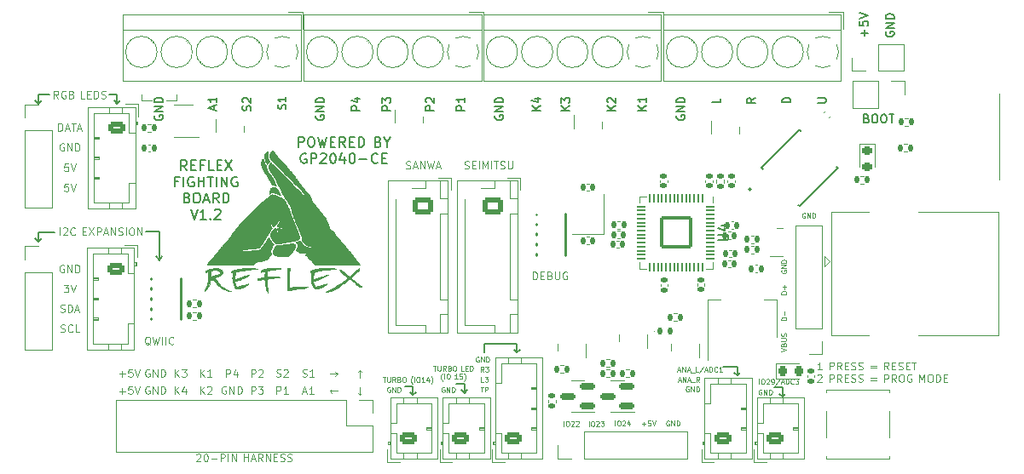
<source format=gbr>
%TF.GenerationSoftware,KiCad,Pcbnew,(7.0.0-0)*%
%TF.CreationDate,2023-05-07T02:23:39-06:00*%
%TF.ProjectId,ReflexFightingBoard,5265666c-6578-4466-9967-6874696e6742,rev?*%
%TF.SameCoordinates,Original*%
%TF.FileFunction,Legend,Top*%
%TF.FilePolarity,Positive*%
%FSLAX46Y46*%
G04 Gerber Fmt 4.6, Leading zero omitted, Abs format (unit mm)*
G04 Created by KiCad (PCBNEW (7.0.0-0)) date 2023-05-07 02:23:39*
%MOMM*%
%LPD*%
G01*
G04 APERTURE LIST*
G04 Aperture macros list*
%AMRoundRect*
0 Rectangle with rounded corners*
0 $1 Rounding radius*
0 $2 $3 $4 $5 $6 $7 $8 $9 X,Y pos of 4 corners*
0 Add a 4 corners polygon primitive as box body*
4,1,4,$2,$3,$4,$5,$6,$7,$8,$9,$2,$3,0*
0 Add four circle primitives for the rounded corners*
1,1,$1+$1,$2,$3*
1,1,$1+$1,$4,$5*
1,1,$1+$1,$6,$7*
1,1,$1+$1,$8,$9*
0 Add four rect primitives between the rounded corners*
20,1,$1+$1,$2,$3,$4,$5,0*
20,1,$1+$1,$4,$5,$6,$7,0*
20,1,$1+$1,$6,$7,$8,$9,0*
20,1,$1+$1,$8,$9,$2,$3,0*%
%AMRotRect*
0 Rectangle, with rotation*
0 The origin of the aperture is its center*
0 $1 length*
0 $2 width*
0 $3 Rotation angle, in degrees counterclockwise*
0 Add horizontal line*
21,1,$1,$2,0,0,$3*%
G04 Aperture macros list end*
%ADD10C,0.150000*%
%ADD11C,0.120000*%
%ADD12C,0.125000*%
%ADD13C,0.254000*%
%ADD14C,0.100000*%
%ADD15C,0.127000*%
%ADD16C,0.200000*%
%ADD17C,0.010000*%
%ADD18RoundRect,0.135000X0.135000X0.185000X-0.135000X0.185000X-0.135000X-0.185000X0.135000X-0.185000X0*%
%ADD19R,1.060000X0.650000*%
%ADD20RoundRect,0.140000X-0.140000X-0.170000X0.140000X-0.170000X0.140000X0.170000X-0.140000X0.170000X0*%
%ADD21R,1.700000X1.700000*%
%ADD22O,1.700000X1.700000*%
%ADD23RoundRect,0.249999X-0.625001X0.350001X-0.625001X-0.350001X0.625001X-0.350001X0.625001X0.350001X0*%
%ADD24O,1.750000X1.200000*%
%ADD25RoundRect,0.250000X0.625000X-0.350000X0.625000X0.350000X-0.625000X0.350000X-0.625000X-0.350000X0*%
%ADD26R,2.300000X2.300000*%
%ADD27C,2.300000*%
%ADD28C,7.000000*%
%ADD29R,3.000000X0.900000*%
%ADD30R,1.600000X0.400000*%
%ADD31RoundRect,0.140000X0.140000X0.170000X-0.140000X0.170000X-0.140000X-0.170000X0.140000X-0.170000X0*%
%ADD32O,0.200000X0.700000*%
%ADD33RoundRect,0.135000X-0.185000X0.135000X-0.185000X-0.135000X0.185000X-0.135000X0.185000X0.135000X0*%
%ADD34RoundRect,0.135000X0.185000X-0.135000X0.185000X0.135000X-0.185000X0.135000X-0.185000X-0.135000X0*%
%ADD35RoundRect,0.140000X-0.170000X0.140000X-0.170000X-0.140000X0.170000X-0.140000X0.170000X0.140000X0*%
%ADD36RoundRect,0.135000X-0.135000X-0.185000X0.135000X-0.185000X0.135000X0.185000X-0.135000X0.185000X0*%
%ADD37R,1.600000X1.600000*%
%ADD38C,1.600000*%
%ADD39C,4.000000*%
%ADD40RoundRect,0.147500X-0.147500X-0.172500X0.147500X-0.172500X0.147500X0.172500X-0.147500X0.172500X0*%
%ADD41R,1.500000X2.000000*%
%ADD42R,3.800000X2.000000*%
%ADD43RotRect,1.610000X0.580000X45.000000*%
%ADD44RoundRect,0.150000X0.587500X0.150000X-0.587500X0.150000X-0.587500X-0.150000X0.587500X-0.150000X0*%
%ADD45RoundRect,0.050000X-0.050000X0.387500X-0.050000X-0.387500X0.050000X-0.387500X0.050000X0.387500X0*%
%ADD46RoundRect,0.050000X-0.387500X0.050000X-0.387500X-0.050000X0.387500X-0.050000X0.387500X0.050000X0*%
%ADD47RoundRect,0.144000X-1.456000X1.456000X-1.456000X-1.456000X1.456000X-1.456000X1.456000X1.456000X0*%
%ADD48RoundRect,0.140000X0.170000X-0.140000X0.170000X0.140000X-0.170000X0.140000X-0.170000X-0.140000X0*%
%ADD49R,1.150000X1.400000*%
%ADD50RoundRect,0.218750X-0.218750X-0.256250X0.218750X-0.256250X0.218750X0.256250X-0.218750X0.256250X0*%
%ADD51C,1.200000*%
%ADD52RoundRect,0.250000X-0.725000X0.600000X-0.725000X-0.600000X0.725000X-0.600000X0.725000X0.600000X0*%
%ADD53O,1.950000X1.700000*%
%ADD54RoundRect,0.218750X-0.256250X0.218750X-0.256250X-0.218750X0.256250X-0.218750X0.256250X0.218750X0*%
%ADD55R,1.550000X1.300000*%
%ADD56RoundRect,0.140000X0.021213X-0.219203X0.219203X-0.021213X-0.021213X0.219203X-0.219203X0.021213X0*%
%ADD57C,0.650000*%
%ADD58R,1.100000X0.225000*%
%ADD59O,2.100000X1.000000*%
%ADD60O,1.800000X1.000000*%
%ADD61O,0.700000X0.200000*%
G04 APERTURE END LIST*
D10*
X105000000Y-102000000D02*
X105300000Y-102300000D01*
X117000000Y-103800000D02*
X117300000Y-104200000D01*
X117600000Y-103800000D02*
X117300000Y-104200000D01*
X106900000Y-101400000D02*
X105300000Y-101400000D01*
X142200000Y-117300000D02*
X142500000Y-117600000D01*
X152800000Y-113350000D02*
X153100000Y-113050000D01*
D11*
X119050000Y-87711623D02*
X119050000Y-88311623D01*
D10*
X106400000Y-87700000D02*
X105300000Y-87700000D01*
X178900000Y-117450000D02*
X179200000Y-117750000D01*
X117300000Y-101300000D02*
X117300000Y-104200000D01*
X113100000Y-88600000D02*
X113400000Y-88300000D01*
X174400000Y-115350000D02*
X174700000Y-115650000D01*
X112800000Y-88300000D02*
X113100000Y-88600000D01*
X149600000Y-112450000D02*
X149600000Y-113350000D01*
X142500000Y-117600000D02*
X142800000Y-117300000D01*
X116000000Y-101300000D02*
X117300000Y-101300000D01*
X117300000Y-104200000D02*
X117000000Y-103800000D01*
X179200000Y-116850000D02*
X178400000Y-116850000D01*
X142500000Y-116700000D02*
X142500000Y-117600000D01*
X152500000Y-113050000D02*
X152800000Y-113350000D01*
X152800000Y-112450000D02*
X152800000Y-113350000D01*
X105300000Y-87700000D02*
X105300000Y-88600000D01*
D11*
X119050000Y-88311623D02*
X118025000Y-88311623D01*
D10*
X142500000Y-116700000D02*
X141700000Y-116700000D01*
X174700000Y-115650000D02*
X175000000Y-115350000D01*
X105300000Y-102300000D02*
X105600000Y-102000000D01*
X174700000Y-114750000D02*
X174700000Y-115650000D01*
X105300000Y-88600000D02*
X105600000Y-88300000D01*
X147300000Y-117100000D02*
X147600000Y-117400000D01*
X113100000Y-87700000D02*
X112300000Y-87700000D01*
X147600000Y-117400000D02*
X147900000Y-117100000D01*
X174700000Y-114750000D02*
X173300000Y-114750000D01*
X105000000Y-88300000D02*
X105300000Y-88600000D01*
X179200000Y-116850000D02*
X179200000Y-117750000D01*
X152800000Y-112450000D02*
X149600000Y-112450000D01*
X113100000Y-87700000D02*
X113100000Y-88600000D01*
X105300000Y-101400000D02*
X105300000Y-102300000D01*
X147600000Y-116500000D02*
X146800000Y-116500000D01*
D11*
X115550000Y-87711623D02*
X115550000Y-88311623D01*
D10*
X179200000Y-117750000D02*
X179500000Y-117450000D01*
X147600000Y-116500000D02*
X147600000Y-117400000D01*
D11*
X116575000Y-88311623D02*
X115550000Y-88311623D01*
D10*
X126361798Y-89281701D02*
X126402274Y-89160272D01*
X126402274Y-89160272D02*
X126402274Y-88957891D01*
X126402274Y-88957891D02*
X126361798Y-88876939D01*
X126361798Y-88876939D02*
X126321322Y-88836463D01*
X126321322Y-88836463D02*
X126240370Y-88795986D01*
X126240370Y-88795986D02*
X126159417Y-88795986D01*
X126159417Y-88795986D02*
X126078465Y-88836463D01*
X126078465Y-88836463D02*
X126037989Y-88876939D01*
X126037989Y-88876939D02*
X125997512Y-88957891D01*
X125997512Y-88957891D02*
X125957036Y-89119796D01*
X125957036Y-89119796D02*
X125916560Y-89200748D01*
X125916560Y-89200748D02*
X125876084Y-89241225D01*
X125876084Y-89241225D02*
X125795131Y-89281701D01*
X125795131Y-89281701D02*
X125714179Y-89281701D01*
X125714179Y-89281701D02*
X125633227Y-89241225D01*
X125633227Y-89241225D02*
X125592751Y-89200748D01*
X125592751Y-89200748D02*
X125552274Y-89119796D01*
X125552274Y-89119796D02*
X125552274Y-88917415D01*
X125552274Y-88917415D02*
X125592751Y-88795986D01*
X125633227Y-88472177D02*
X125592751Y-88431701D01*
X125592751Y-88431701D02*
X125552274Y-88350748D01*
X125552274Y-88350748D02*
X125552274Y-88148367D01*
X125552274Y-88148367D02*
X125592751Y-88067415D01*
X125592751Y-88067415D02*
X125633227Y-88026939D01*
X125633227Y-88026939D02*
X125714179Y-87986462D01*
X125714179Y-87986462D02*
X125795131Y-87986462D01*
X125795131Y-87986462D02*
X125916560Y-88026939D01*
X125916560Y-88026939D02*
X126402274Y-88512653D01*
X126402274Y-88512653D02*
X126402274Y-87986462D01*
X129809821Y-89110272D02*
X129845535Y-89003130D01*
X129845535Y-89003130D02*
X129845535Y-88824558D01*
X129845535Y-88824558D02*
X129809821Y-88753130D01*
X129809821Y-88753130D02*
X129774107Y-88717415D01*
X129774107Y-88717415D02*
X129702678Y-88681701D01*
X129702678Y-88681701D02*
X129631250Y-88681701D01*
X129631250Y-88681701D02*
X129559821Y-88717415D01*
X129559821Y-88717415D02*
X129524107Y-88753130D01*
X129524107Y-88753130D02*
X129488392Y-88824558D01*
X129488392Y-88824558D02*
X129452678Y-88967415D01*
X129452678Y-88967415D02*
X129416964Y-89038844D01*
X129416964Y-89038844D02*
X129381250Y-89074558D01*
X129381250Y-89074558D02*
X129309821Y-89110272D01*
X129309821Y-89110272D02*
X129238392Y-89110272D01*
X129238392Y-89110272D02*
X129166964Y-89074558D01*
X129166964Y-89074558D02*
X129131250Y-89038844D01*
X129131250Y-89038844D02*
X129095535Y-88967415D01*
X129095535Y-88967415D02*
X129095535Y-88788844D01*
X129095535Y-88788844D02*
X129131250Y-88681701D01*
X129845535Y-87967415D02*
X129845535Y-88395986D01*
X129845535Y-88181701D02*
X129095535Y-88181701D01*
X129095535Y-88181701D02*
X129202678Y-88253129D01*
X129202678Y-88253129D02*
X129274107Y-88324558D01*
X129274107Y-88324558D02*
X129309821Y-88395986D01*
D12*
X107489286Y-109307421D02*
X107596429Y-109343135D01*
X107596429Y-109343135D02*
X107775000Y-109343135D01*
X107775000Y-109343135D02*
X107846429Y-109307421D01*
X107846429Y-109307421D02*
X107882143Y-109271707D01*
X107882143Y-109271707D02*
X107917857Y-109200278D01*
X107917857Y-109200278D02*
X107917857Y-109128850D01*
X107917857Y-109128850D02*
X107882143Y-109057421D01*
X107882143Y-109057421D02*
X107846429Y-109021707D01*
X107846429Y-109021707D02*
X107775000Y-108985992D01*
X107775000Y-108985992D02*
X107632143Y-108950278D01*
X107632143Y-108950278D02*
X107560714Y-108914564D01*
X107560714Y-108914564D02*
X107525000Y-108878850D01*
X107525000Y-108878850D02*
X107489286Y-108807421D01*
X107489286Y-108807421D02*
X107489286Y-108735992D01*
X107489286Y-108735992D02*
X107525000Y-108664564D01*
X107525000Y-108664564D02*
X107560714Y-108628850D01*
X107560714Y-108628850D02*
X107632143Y-108593135D01*
X107632143Y-108593135D02*
X107810714Y-108593135D01*
X107810714Y-108593135D02*
X107917857Y-108628850D01*
X108239286Y-109343135D02*
X108239286Y-108593135D01*
X108239286Y-108593135D02*
X108417857Y-108593135D01*
X108417857Y-108593135D02*
X108525000Y-108628850D01*
X108525000Y-108628850D02*
X108596429Y-108700278D01*
X108596429Y-108700278D02*
X108632143Y-108771707D01*
X108632143Y-108771707D02*
X108667857Y-108914564D01*
X108667857Y-108914564D02*
X108667857Y-109021707D01*
X108667857Y-109021707D02*
X108632143Y-109164564D01*
X108632143Y-109164564D02*
X108596429Y-109235992D01*
X108596429Y-109235992D02*
X108525000Y-109307421D01*
X108525000Y-109307421D02*
X108417857Y-109343135D01*
X108417857Y-109343135D02*
X108239286Y-109343135D01*
X108953572Y-109128850D02*
X109310715Y-109128850D01*
X108882143Y-109343135D02*
X109132143Y-108593135D01*
X109132143Y-108593135D02*
X109382143Y-109343135D01*
X107435714Y-101675535D02*
X107435714Y-100925535D01*
X107757143Y-100996964D02*
X107792857Y-100961250D01*
X107792857Y-100961250D02*
X107864286Y-100925535D01*
X107864286Y-100925535D02*
X108042857Y-100925535D01*
X108042857Y-100925535D02*
X108114286Y-100961250D01*
X108114286Y-100961250D02*
X108150000Y-100996964D01*
X108150000Y-100996964D02*
X108185714Y-101068392D01*
X108185714Y-101068392D02*
X108185714Y-101139821D01*
X108185714Y-101139821D02*
X108150000Y-101246964D01*
X108150000Y-101246964D02*
X107721428Y-101675535D01*
X107721428Y-101675535D02*
X108185714Y-101675535D01*
X108935714Y-101604107D02*
X108900000Y-101639821D01*
X108900000Y-101639821D02*
X108792857Y-101675535D01*
X108792857Y-101675535D02*
X108721429Y-101675535D01*
X108721429Y-101675535D02*
X108614286Y-101639821D01*
X108614286Y-101639821D02*
X108542857Y-101568392D01*
X108542857Y-101568392D02*
X108507143Y-101496964D01*
X108507143Y-101496964D02*
X108471429Y-101354107D01*
X108471429Y-101354107D02*
X108471429Y-101246964D01*
X108471429Y-101246964D02*
X108507143Y-101104107D01*
X108507143Y-101104107D02*
X108542857Y-101032678D01*
X108542857Y-101032678D02*
X108614286Y-100961250D01*
X108614286Y-100961250D02*
X108721429Y-100925535D01*
X108721429Y-100925535D02*
X108792857Y-100925535D01*
X108792857Y-100925535D02*
X108900000Y-100961250D01*
X108900000Y-100961250D02*
X108935714Y-100996964D01*
X109707143Y-101282678D02*
X109957143Y-101282678D01*
X110064286Y-101675535D02*
X109707143Y-101675535D01*
X109707143Y-101675535D02*
X109707143Y-100925535D01*
X109707143Y-100925535D02*
X110064286Y-100925535D01*
X110314285Y-100925535D02*
X110814285Y-101675535D01*
X110814285Y-100925535D02*
X110314285Y-101675535D01*
X111100000Y-101675535D02*
X111100000Y-100925535D01*
X111100000Y-100925535D02*
X111385714Y-100925535D01*
X111385714Y-100925535D02*
X111457143Y-100961250D01*
X111457143Y-100961250D02*
X111492857Y-100996964D01*
X111492857Y-100996964D02*
X111528571Y-101068392D01*
X111528571Y-101068392D02*
X111528571Y-101175535D01*
X111528571Y-101175535D02*
X111492857Y-101246964D01*
X111492857Y-101246964D02*
X111457143Y-101282678D01*
X111457143Y-101282678D02*
X111385714Y-101318392D01*
X111385714Y-101318392D02*
X111100000Y-101318392D01*
X111814286Y-101461250D02*
X112171429Y-101461250D01*
X111742857Y-101675535D02*
X111992857Y-100925535D01*
X111992857Y-100925535D02*
X112242857Y-101675535D01*
X112492857Y-101675535D02*
X112492857Y-100925535D01*
X112492857Y-100925535D02*
X112921428Y-101675535D01*
X112921428Y-101675535D02*
X112921428Y-100925535D01*
X113242857Y-101639821D02*
X113350000Y-101675535D01*
X113350000Y-101675535D02*
X113528571Y-101675535D01*
X113528571Y-101675535D02*
X113600000Y-101639821D01*
X113600000Y-101639821D02*
X113635714Y-101604107D01*
X113635714Y-101604107D02*
X113671428Y-101532678D01*
X113671428Y-101532678D02*
X113671428Y-101461250D01*
X113671428Y-101461250D02*
X113635714Y-101389821D01*
X113635714Y-101389821D02*
X113600000Y-101354107D01*
X113600000Y-101354107D02*
X113528571Y-101318392D01*
X113528571Y-101318392D02*
X113385714Y-101282678D01*
X113385714Y-101282678D02*
X113314285Y-101246964D01*
X113314285Y-101246964D02*
X113278571Y-101211250D01*
X113278571Y-101211250D02*
X113242857Y-101139821D01*
X113242857Y-101139821D02*
X113242857Y-101068392D01*
X113242857Y-101068392D02*
X113278571Y-100996964D01*
X113278571Y-100996964D02*
X113314285Y-100961250D01*
X113314285Y-100961250D02*
X113385714Y-100925535D01*
X113385714Y-100925535D02*
X113564285Y-100925535D01*
X113564285Y-100925535D02*
X113671428Y-100961250D01*
X113992857Y-101675535D02*
X113992857Y-100925535D01*
X114492857Y-100925535D02*
X114635714Y-100925535D01*
X114635714Y-100925535D02*
X114707143Y-100961250D01*
X114707143Y-100961250D02*
X114778571Y-101032678D01*
X114778571Y-101032678D02*
X114814286Y-101175535D01*
X114814286Y-101175535D02*
X114814286Y-101425535D01*
X114814286Y-101425535D02*
X114778571Y-101568392D01*
X114778571Y-101568392D02*
X114707143Y-101639821D01*
X114707143Y-101639821D02*
X114635714Y-101675535D01*
X114635714Y-101675535D02*
X114492857Y-101675535D01*
X114492857Y-101675535D02*
X114421429Y-101639821D01*
X114421429Y-101639821D02*
X114350000Y-101568392D01*
X114350000Y-101568392D02*
X114314286Y-101425535D01*
X114314286Y-101425535D02*
X114314286Y-101175535D01*
X114314286Y-101175535D02*
X114350000Y-101032678D01*
X114350000Y-101032678D02*
X114421429Y-100961250D01*
X114421429Y-100961250D02*
X114492857Y-100925535D01*
X115135714Y-101675535D02*
X115135714Y-100925535D01*
X115135714Y-100925535D02*
X115564285Y-101675535D01*
X115564285Y-101675535D02*
X115564285Y-100925535D01*
D10*
X182662274Y-88512653D02*
X183350370Y-88512653D01*
X183350370Y-88512653D02*
X183431322Y-88472176D01*
X183431322Y-88472176D02*
X183471798Y-88431700D01*
X183471798Y-88431700D02*
X183512274Y-88350748D01*
X183512274Y-88350748D02*
X183512274Y-88188843D01*
X183512274Y-88188843D02*
X183471798Y-88107891D01*
X183471798Y-88107891D02*
X183431322Y-88067414D01*
X183431322Y-88067414D02*
X183350370Y-88026938D01*
X183350370Y-88026938D02*
X182662274Y-88026938D01*
X180004102Y-88472177D02*
X179154102Y-88472177D01*
X179154102Y-88472177D02*
X179154102Y-88269796D01*
X179154102Y-88269796D02*
X179194579Y-88148367D01*
X179194579Y-88148367D02*
X179275531Y-88067415D01*
X179275531Y-88067415D02*
X179356483Y-88026938D01*
X179356483Y-88026938D02*
X179518388Y-87986462D01*
X179518388Y-87986462D02*
X179639817Y-87986462D01*
X179639817Y-87986462D02*
X179801721Y-88026938D01*
X179801721Y-88026938D02*
X179882674Y-88067415D01*
X179882674Y-88067415D02*
X179963626Y-88148367D01*
X179963626Y-88148367D02*
X180004102Y-88269796D01*
X180004102Y-88269796D02*
X180004102Y-88472177D01*
X155155274Y-89281701D02*
X154305274Y-89281701D01*
X155155274Y-88795986D02*
X154669560Y-89160272D01*
X154305274Y-88795986D02*
X154790989Y-89281701D01*
X154588608Y-88067415D02*
X155155274Y-88067415D01*
X154264798Y-88269796D02*
X154871941Y-88472177D01*
X154871941Y-88472177D02*
X154871941Y-87945986D01*
D12*
X107828571Y-106611935D02*
X108292857Y-106611935D01*
X108292857Y-106611935D02*
X108042857Y-106897650D01*
X108042857Y-106897650D02*
X108150000Y-106897650D01*
X108150000Y-106897650D02*
X108221429Y-106933364D01*
X108221429Y-106933364D02*
X108257143Y-106969078D01*
X108257143Y-106969078D02*
X108292857Y-107040507D01*
X108292857Y-107040507D02*
X108292857Y-107219078D01*
X108292857Y-107219078D02*
X108257143Y-107290507D01*
X108257143Y-107290507D02*
X108221429Y-107326221D01*
X108221429Y-107326221D02*
X108150000Y-107361935D01*
X108150000Y-107361935D02*
X107935714Y-107361935D01*
X107935714Y-107361935D02*
X107864286Y-107326221D01*
X107864286Y-107326221D02*
X107828571Y-107290507D01*
X108507143Y-106611935D02*
X108757143Y-107361935D01*
X108757143Y-107361935D02*
X109007143Y-106611935D01*
D10*
X120045237Y-95237380D02*
X119711904Y-94761190D01*
X119473809Y-95237380D02*
X119473809Y-94237380D01*
X119473809Y-94237380D02*
X119854761Y-94237380D01*
X119854761Y-94237380D02*
X119949999Y-94285000D01*
X119949999Y-94285000D02*
X119997618Y-94332619D01*
X119997618Y-94332619D02*
X120045237Y-94427857D01*
X120045237Y-94427857D02*
X120045237Y-94570714D01*
X120045237Y-94570714D02*
X119997618Y-94665952D01*
X119997618Y-94665952D02*
X119949999Y-94713571D01*
X119949999Y-94713571D02*
X119854761Y-94761190D01*
X119854761Y-94761190D02*
X119473809Y-94761190D01*
X120473809Y-94713571D02*
X120807142Y-94713571D01*
X120949999Y-95237380D02*
X120473809Y-95237380D01*
X120473809Y-95237380D02*
X120473809Y-94237380D01*
X120473809Y-94237380D02*
X120949999Y-94237380D01*
X121711904Y-94713571D02*
X121378571Y-94713571D01*
X121378571Y-95237380D02*
X121378571Y-94237380D01*
X121378571Y-94237380D02*
X121854761Y-94237380D01*
X122711904Y-95237380D02*
X122235714Y-95237380D01*
X122235714Y-95237380D02*
X122235714Y-94237380D01*
X123045238Y-94713571D02*
X123378571Y-94713571D01*
X123521428Y-95237380D02*
X123045238Y-95237380D01*
X123045238Y-95237380D02*
X123045238Y-94237380D01*
X123045238Y-94237380D02*
X123521428Y-94237380D01*
X123854762Y-94237380D02*
X124521428Y-95237380D01*
X124521428Y-94237380D02*
X123854762Y-95237380D01*
X119188095Y-96333571D02*
X118854762Y-96333571D01*
X118854762Y-96857380D02*
X118854762Y-95857380D01*
X118854762Y-95857380D02*
X119330952Y-95857380D01*
X119711905Y-96857380D02*
X119711905Y-95857380D01*
X120711904Y-95905000D02*
X120616666Y-95857380D01*
X120616666Y-95857380D02*
X120473809Y-95857380D01*
X120473809Y-95857380D02*
X120330952Y-95905000D01*
X120330952Y-95905000D02*
X120235714Y-96000238D01*
X120235714Y-96000238D02*
X120188095Y-96095476D01*
X120188095Y-96095476D02*
X120140476Y-96285952D01*
X120140476Y-96285952D02*
X120140476Y-96428809D01*
X120140476Y-96428809D02*
X120188095Y-96619285D01*
X120188095Y-96619285D02*
X120235714Y-96714523D01*
X120235714Y-96714523D02*
X120330952Y-96809761D01*
X120330952Y-96809761D02*
X120473809Y-96857380D01*
X120473809Y-96857380D02*
X120569047Y-96857380D01*
X120569047Y-96857380D02*
X120711904Y-96809761D01*
X120711904Y-96809761D02*
X120759523Y-96762142D01*
X120759523Y-96762142D02*
X120759523Y-96428809D01*
X120759523Y-96428809D02*
X120569047Y-96428809D01*
X121188095Y-96857380D02*
X121188095Y-95857380D01*
X121188095Y-96333571D02*
X121759523Y-96333571D01*
X121759523Y-96857380D02*
X121759523Y-95857380D01*
X122092857Y-95857380D02*
X122664285Y-95857380D01*
X122378571Y-96857380D02*
X122378571Y-95857380D01*
X122997619Y-96857380D02*
X122997619Y-95857380D01*
X123473809Y-96857380D02*
X123473809Y-95857380D01*
X123473809Y-95857380D02*
X124045237Y-96857380D01*
X124045237Y-96857380D02*
X124045237Y-95857380D01*
X125045237Y-95905000D02*
X124949999Y-95857380D01*
X124949999Y-95857380D02*
X124807142Y-95857380D01*
X124807142Y-95857380D02*
X124664285Y-95905000D01*
X124664285Y-95905000D02*
X124569047Y-96000238D01*
X124569047Y-96000238D02*
X124521428Y-96095476D01*
X124521428Y-96095476D02*
X124473809Y-96285952D01*
X124473809Y-96285952D02*
X124473809Y-96428809D01*
X124473809Y-96428809D02*
X124521428Y-96619285D01*
X124521428Y-96619285D02*
X124569047Y-96714523D01*
X124569047Y-96714523D02*
X124664285Y-96809761D01*
X124664285Y-96809761D02*
X124807142Y-96857380D01*
X124807142Y-96857380D02*
X124902380Y-96857380D01*
X124902380Y-96857380D02*
X125045237Y-96809761D01*
X125045237Y-96809761D02*
X125092856Y-96762142D01*
X125092856Y-96762142D02*
X125092856Y-96428809D01*
X125092856Y-96428809D02*
X124902380Y-96428809D01*
X120069047Y-97953571D02*
X120211904Y-98001190D01*
X120211904Y-98001190D02*
X120259523Y-98048809D01*
X120259523Y-98048809D02*
X120307142Y-98144047D01*
X120307142Y-98144047D02*
X120307142Y-98286904D01*
X120307142Y-98286904D02*
X120259523Y-98382142D01*
X120259523Y-98382142D02*
X120211904Y-98429761D01*
X120211904Y-98429761D02*
X120116666Y-98477380D01*
X120116666Y-98477380D02*
X119735714Y-98477380D01*
X119735714Y-98477380D02*
X119735714Y-97477380D01*
X119735714Y-97477380D02*
X120069047Y-97477380D01*
X120069047Y-97477380D02*
X120164285Y-97525000D01*
X120164285Y-97525000D02*
X120211904Y-97572619D01*
X120211904Y-97572619D02*
X120259523Y-97667857D01*
X120259523Y-97667857D02*
X120259523Y-97763095D01*
X120259523Y-97763095D02*
X120211904Y-97858333D01*
X120211904Y-97858333D02*
X120164285Y-97905952D01*
X120164285Y-97905952D02*
X120069047Y-97953571D01*
X120069047Y-97953571D02*
X119735714Y-97953571D01*
X120926190Y-97477380D02*
X121116666Y-97477380D01*
X121116666Y-97477380D02*
X121211904Y-97525000D01*
X121211904Y-97525000D02*
X121307142Y-97620238D01*
X121307142Y-97620238D02*
X121354761Y-97810714D01*
X121354761Y-97810714D02*
X121354761Y-98144047D01*
X121354761Y-98144047D02*
X121307142Y-98334523D01*
X121307142Y-98334523D02*
X121211904Y-98429761D01*
X121211904Y-98429761D02*
X121116666Y-98477380D01*
X121116666Y-98477380D02*
X120926190Y-98477380D01*
X120926190Y-98477380D02*
X120830952Y-98429761D01*
X120830952Y-98429761D02*
X120735714Y-98334523D01*
X120735714Y-98334523D02*
X120688095Y-98144047D01*
X120688095Y-98144047D02*
X120688095Y-97810714D01*
X120688095Y-97810714D02*
X120735714Y-97620238D01*
X120735714Y-97620238D02*
X120830952Y-97525000D01*
X120830952Y-97525000D02*
X120926190Y-97477380D01*
X121735714Y-98191666D02*
X122211904Y-98191666D01*
X121640476Y-98477380D02*
X121973809Y-97477380D01*
X121973809Y-97477380D02*
X122307142Y-98477380D01*
X123211904Y-98477380D02*
X122878571Y-98001190D01*
X122640476Y-98477380D02*
X122640476Y-97477380D01*
X122640476Y-97477380D02*
X123021428Y-97477380D01*
X123021428Y-97477380D02*
X123116666Y-97525000D01*
X123116666Y-97525000D02*
X123164285Y-97572619D01*
X123164285Y-97572619D02*
X123211904Y-97667857D01*
X123211904Y-97667857D02*
X123211904Y-97810714D01*
X123211904Y-97810714D02*
X123164285Y-97905952D01*
X123164285Y-97905952D02*
X123116666Y-97953571D01*
X123116666Y-97953571D02*
X123021428Y-98001190D01*
X123021428Y-98001190D02*
X122640476Y-98001190D01*
X123640476Y-98477380D02*
X123640476Y-97477380D01*
X123640476Y-97477380D02*
X123878571Y-97477380D01*
X123878571Y-97477380D02*
X124021428Y-97525000D01*
X124021428Y-97525000D02*
X124116666Y-97620238D01*
X124116666Y-97620238D02*
X124164285Y-97715476D01*
X124164285Y-97715476D02*
X124211904Y-97905952D01*
X124211904Y-97905952D02*
X124211904Y-98048809D01*
X124211904Y-98048809D02*
X124164285Y-98239285D01*
X124164285Y-98239285D02*
X124116666Y-98334523D01*
X124116666Y-98334523D02*
X124021428Y-98429761D01*
X124021428Y-98429761D02*
X123878571Y-98477380D01*
X123878571Y-98477380D02*
X123640476Y-98477380D01*
X120426191Y-99097380D02*
X120759524Y-100097380D01*
X120759524Y-100097380D02*
X121092857Y-99097380D01*
X121950000Y-100097380D02*
X121378572Y-100097380D01*
X121664286Y-100097380D02*
X121664286Y-99097380D01*
X121664286Y-99097380D02*
X121569048Y-99240238D01*
X121569048Y-99240238D02*
X121473810Y-99335476D01*
X121473810Y-99335476D02*
X121378572Y-99383095D01*
X122378572Y-100002142D02*
X122426191Y-100049761D01*
X122426191Y-100049761D02*
X122378572Y-100097380D01*
X122378572Y-100097380D02*
X122330953Y-100049761D01*
X122330953Y-100049761D02*
X122378572Y-100002142D01*
X122378572Y-100002142D02*
X122378572Y-100097380D01*
X122807143Y-99192619D02*
X122854762Y-99145000D01*
X122854762Y-99145000D02*
X122950000Y-99097380D01*
X122950000Y-99097380D02*
X123188095Y-99097380D01*
X123188095Y-99097380D02*
X123283333Y-99145000D01*
X123283333Y-99145000D02*
X123330952Y-99192619D01*
X123330952Y-99192619D02*
X123378571Y-99287857D01*
X123378571Y-99287857D02*
X123378571Y-99383095D01*
X123378571Y-99383095D02*
X123330952Y-99525952D01*
X123330952Y-99525952D02*
X122759524Y-100097380D01*
X122759524Y-100097380D02*
X123378571Y-100097380D01*
D12*
X108257143Y-96553535D02*
X107900000Y-96553535D01*
X107900000Y-96553535D02*
X107864286Y-96910678D01*
X107864286Y-96910678D02*
X107900000Y-96874964D01*
X107900000Y-96874964D02*
X107971429Y-96839250D01*
X107971429Y-96839250D02*
X108150000Y-96839250D01*
X108150000Y-96839250D02*
X108221429Y-96874964D01*
X108221429Y-96874964D02*
X108257143Y-96910678D01*
X108257143Y-96910678D02*
X108292857Y-96982107D01*
X108292857Y-96982107D02*
X108292857Y-97160678D01*
X108292857Y-97160678D02*
X108257143Y-97232107D01*
X108257143Y-97232107D02*
X108221429Y-97267821D01*
X108221429Y-97267821D02*
X108150000Y-97303535D01*
X108150000Y-97303535D02*
X107971429Y-97303535D01*
X107971429Y-97303535D02*
X107900000Y-97267821D01*
X107900000Y-97267821D02*
X107864286Y-97232107D01*
X108507143Y-96553535D02*
X108757143Y-97303535D01*
X108757143Y-97303535D02*
X109007143Y-96553535D01*
X128946428Y-117475535D02*
X128946428Y-116725535D01*
X128946428Y-116725535D02*
X129232142Y-116725535D01*
X129232142Y-116725535D02*
X129303571Y-116761250D01*
X129303571Y-116761250D02*
X129339285Y-116796964D01*
X129339285Y-116796964D02*
X129374999Y-116868392D01*
X129374999Y-116868392D02*
X129374999Y-116975535D01*
X129374999Y-116975535D02*
X129339285Y-117046964D01*
X129339285Y-117046964D02*
X129303571Y-117082678D01*
X129303571Y-117082678D02*
X129232142Y-117118392D01*
X129232142Y-117118392D02*
X128946428Y-117118392D01*
X130089285Y-117475535D02*
X129660714Y-117475535D01*
X129874999Y-117475535D02*
X129874999Y-116725535D01*
X129874999Y-116725535D02*
X129803571Y-116832678D01*
X129803571Y-116832678D02*
X129732142Y-116904107D01*
X129732142Y-116904107D02*
X129660714Y-116939821D01*
X107507143Y-111288621D02*
X107614286Y-111324335D01*
X107614286Y-111324335D02*
X107792857Y-111324335D01*
X107792857Y-111324335D02*
X107864286Y-111288621D01*
X107864286Y-111288621D02*
X107900000Y-111252907D01*
X107900000Y-111252907D02*
X107935714Y-111181478D01*
X107935714Y-111181478D02*
X107935714Y-111110050D01*
X107935714Y-111110050D02*
X107900000Y-111038621D01*
X107900000Y-111038621D02*
X107864286Y-111002907D01*
X107864286Y-111002907D02*
X107792857Y-110967192D01*
X107792857Y-110967192D02*
X107650000Y-110931478D01*
X107650000Y-110931478D02*
X107578571Y-110895764D01*
X107578571Y-110895764D02*
X107542857Y-110860050D01*
X107542857Y-110860050D02*
X107507143Y-110788621D01*
X107507143Y-110788621D02*
X107507143Y-110717192D01*
X107507143Y-110717192D02*
X107542857Y-110645764D01*
X107542857Y-110645764D02*
X107578571Y-110610050D01*
X107578571Y-110610050D02*
X107650000Y-110574335D01*
X107650000Y-110574335D02*
X107828571Y-110574335D01*
X107828571Y-110574335D02*
X107935714Y-110610050D01*
X108685714Y-111252907D02*
X108650000Y-111288621D01*
X108650000Y-111288621D02*
X108542857Y-111324335D01*
X108542857Y-111324335D02*
X108471429Y-111324335D01*
X108471429Y-111324335D02*
X108364286Y-111288621D01*
X108364286Y-111288621D02*
X108292857Y-111217192D01*
X108292857Y-111217192D02*
X108257143Y-111145764D01*
X108257143Y-111145764D02*
X108221429Y-111002907D01*
X108221429Y-111002907D02*
X108221429Y-110895764D01*
X108221429Y-110895764D02*
X108257143Y-110752907D01*
X108257143Y-110752907D02*
X108292857Y-110681478D01*
X108292857Y-110681478D02*
X108364286Y-110610050D01*
X108364286Y-110610050D02*
X108471429Y-110574335D01*
X108471429Y-110574335D02*
X108542857Y-110574335D01*
X108542857Y-110574335D02*
X108650000Y-110610050D01*
X108650000Y-110610050D02*
X108685714Y-110645764D01*
X109364286Y-111324335D02*
X109007143Y-111324335D01*
X109007143Y-111324335D02*
X109007143Y-110574335D01*
X123928571Y-116761250D02*
X123857143Y-116725535D01*
X123857143Y-116725535D02*
X123750000Y-116725535D01*
X123750000Y-116725535D02*
X123642857Y-116761250D01*
X123642857Y-116761250D02*
X123571428Y-116832678D01*
X123571428Y-116832678D02*
X123535714Y-116904107D01*
X123535714Y-116904107D02*
X123500000Y-117046964D01*
X123500000Y-117046964D02*
X123500000Y-117154107D01*
X123500000Y-117154107D02*
X123535714Y-117296964D01*
X123535714Y-117296964D02*
X123571428Y-117368392D01*
X123571428Y-117368392D02*
X123642857Y-117439821D01*
X123642857Y-117439821D02*
X123750000Y-117475535D01*
X123750000Y-117475535D02*
X123821428Y-117475535D01*
X123821428Y-117475535D02*
X123928571Y-117439821D01*
X123928571Y-117439821D02*
X123964285Y-117404107D01*
X123964285Y-117404107D02*
X123964285Y-117154107D01*
X123964285Y-117154107D02*
X123821428Y-117154107D01*
X124285714Y-117475535D02*
X124285714Y-116725535D01*
X124285714Y-116725535D02*
X124714285Y-117475535D01*
X124714285Y-117475535D02*
X124714285Y-116725535D01*
X125071428Y-117475535D02*
X125071428Y-116725535D01*
X125071428Y-116725535D02*
X125249999Y-116725535D01*
X125249999Y-116725535D02*
X125357142Y-116761250D01*
X125357142Y-116761250D02*
X125428571Y-116832678D01*
X125428571Y-116832678D02*
X125464285Y-116904107D01*
X125464285Y-116904107D02*
X125499999Y-117046964D01*
X125499999Y-117046964D02*
X125499999Y-117154107D01*
X125499999Y-117154107D02*
X125464285Y-117296964D01*
X125464285Y-117296964D02*
X125428571Y-117368392D01*
X125428571Y-117368392D02*
X125357142Y-117439821D01*
X125357142Y-117439821D02*
X125249999Y-117475535D01*
X125249999Y-117475535D02*
X125071428Y-117475535D01*
D10*
X187546429Y-90067036D02*
X187667857Y-90107512D01*
X187667857Y-90107512D02*
X187708334Y-90147989D01*
X187708334Y-90147989D02*
X187748810Y-90228941D01*
X187748810Y-90228941D02*
X187748810Y-90350370D01*
X187748810Y-90350370D02*
X187708334Y-90431322D01*
X187708334Y-90431322D02*
X187667857Y-90471798D01*
X187667857Y-90471798D02*
X187586905Y-90512274D01*
X187586905Y-90512274D02*
X187263095Y-90512274D01*
X187263095Y-90512274D02*
X187263095Y-89662274D01*
X187263095Y-89662274D02*
X187546429Y-89662274D01*
X187546429Y-89662274D02*
X187627381Y-89702751D01*
X187627381Y-89702751D02*
X187667857Y-89743227D01*
X187667857Y-89743227D02*
X187708334Y-89824179D01*
X187708334Y-89824179D02*
X187708334Y-89905131D01*
X187708334Y-89905131D02*
X187667857Y-89986084D01*
X187667857Y-89986084D02*
X187627381Y-90026560D01*
X187627381Y-90026560D02*
X187546429Y-90067036D01*
X187546429Y-90067036D02*
X187263095Y-90067036D01*
X188275000Y-89662274D02*
X188436905Y-89662274D01*
X188436905Y-89662274D02*
X188517857Y-89702751D01*
X188517857Y-89702751D02*
X188598810Y-89783703D01*
X188598810Y-89783703D02*
X188639286Y-89945608D01*
X188639286Y-89945608D02*
X188639286Y-90228941D01*
X188639286Y-90228941D02*
X188598810Y-90390846D01*
X188598810Y-90390846D02*
X188517857Y-90471798D01*
X188517857Y-90471798D02*
X188436905Y-90512274D01*
X188436905Y-90512274D02*
X188275000Y-90512274D01*
X188275000Y-90512274D02*
X188194048Y-90471798D01*
X188194048Y-90471798D02*
X188113095Y-90390846D01*
X188113095Y-90390846D02*
X188072619Y-90228941D01*
X188072619Y-90228941D02*
X188072619Y-89945608D01*
X188072619Y-89945608D02*
X188113095Y-89783703D01*
X188113095Y-89783703D02*
X188194048Y-89702751D01*
X188194048Y-89702751D02*
X188275000Y-89662274D01*
X189165476Y-89662274D02*
X189327381Y-89662274D01*
X189327381Y-89662274D02*
X189408333Y-89702751D01*
X189408333Y-89702751D02*
X189489286Y-89783703D01*
X189489286Y-89783703D02*
X189529762Y-89945608D01*
X189529762Y-89945608D02*
X189529762Y-90228941D01*
X189529762Y-90228941D02*
X189489286Y-90390846D01*
X189489286Y-90390846D02*
X189408333Y-90471798D01*
X189408333Y-90471798D02*
X189327381Y-90512274D01*
X189327381Y-90512274D02*
X189165476Y-90512274D01*
X189165476Y-90512274D02*
X189084524Y-90471798D01*
X189084524Y-90471798D02*
X189003571Y-90390846D01*
X189003571Y-90390846D02*
X188963095Y-90228941D01*
X188963095Y-90228941D02*
X188963095Y-89945608D01*
X188963095Y-89945608D02*
X189003571Y-89783703D01*
X189003571Y-89783703D02*
X189084524Y-89702751D01*
X189084524Y-89702751D02*
X189165476Y-89662274D01*
X189772619Y-89662274D02*
X190258333Y-89662274D01*
X190015476Y-90512274D02*
X190015476Y-89662274D01*
D12*
X113335714Y-115489821D02*
X113907143Y-115489821D01*
X113621428Y-115775535D02*
X113621428Y-115204107D01*
X114621428Y-115025535D02*
X114264285Y-115025535D01*
X114264285Y-115025535D02*
X114228571Y-115382678D01*
X114228571Y-115382678D02*
X114264285Y-115346964D01*
X114264285Y-115346964D02*
X114335714Y-115311250D01*
X114335714Y-115311250D02*
X114514285Y-115311250D01*
X114514285Y-115311250D02*
X114585714Y-115346964D01*
X114585714Y-115346964D02*
X114621428Y-115382678D01*
X114621428Y-115382678D02*
X114657142Y-115454107D01*
X114657142Y-115454107D02*
X114657142Y-115632678D01*
X114657142Y-115632678D02*
X114621428Y-115704107D01*
X114621428Y-115704107D02*
X114585714Y-115739821D01*
X114585714Y-115739821D02*
X114514285Y-115775535D01*
X114514285Y-115775535D02*
X114335714Y-115775535D01*
X114335714Y-115775535D02*
X114264285Y-115739821D01*
X114264285Y-115739821D02*
X114228571Y-115704107D01*
X114871428Y-115025535D02*
X115121428Y-115775535D01*
X115121428Y-115775535D02*
X115371428Y-115025535D01*
X131528571Y-115739821D02*
X131635714Y-115775535D01*
X131635714Y-115775535D02*
X131814285Y-115775535D01*
X131814285Y-115775535D02*
X131885714Y-115739821D01*
X131885714Y-115739821D02*
X131921428Y-115704107D01*
X131921428Y-115704107D02*
X131957142Y-115632678D01*
X131957142Y-115632678D02*
X131957142Y-115561250D01*
X131957142Y-115561250D02*
X131921428Y-115489821D01*
X131921428Y-115489821D02*
X131885714Y-115454107D01*
X131885714Y-115454107D02*
X131814285Y-115418392D01*
X131814285Y-115418392D02*
X131671428Y-115382678D01*
X131671428Y-115382678D02*
X131599999Y-115346964D01*
X131599999Y-115346964D02*
X131564285Y-115311250D01*
X131564285Y-115311250D02*
X131528571Y-115239821D01*
X131528571Y-115239821D02*
X131528571Y-115168392D01*
X131528571Y-115168392D02*
X131564285Y-115096964D01*
X131564285Y-115096964D02*
X131599999Y-115061250D01*
X131599999Y-115061250D02*
X131671428Y-115025535D01*
X131671428Y-115025535D02*
X131849999Y-115025535D01*
X131849999Y-115025535D02*
X131957142Y-115061250D01*
X132671428Y-115775535D02*
X132242857Y-115775535D01*
X132457142Y-115775535D02*
X132457142Y-115025535D01*
X132457142Y-115025535D02*
X132385714Y-115132678D01*
X132385714Y-115132678D02*
X132314285Y-115204107D01*
X132314285Y-115204107D02*
X132242857Y-115239821D01*
X149516666Y-115267450D02*
X149350000Y-115029355D01*
X149230952Y-115267450D02*
X149230952Y-114767450D01*
X149230952Y-114767450D02*
X149421428Y-114767450D01*
X149421428Y-114767450D02*
X149469047Y-114791260D01*
X149469047Y-114791260D02*
X149492857Y-114815069D01*
X149492857Y-114815069D02*
X149516666Y-114862688D01*
X149516666Y-114862688D02*
X149516666Y-114934117D01*
X149516666Y-114934117D02*
X149492857Y-114981736D01*
X149492857Y-114981736D02*
X149469047Y-115005545D01*
X149469047Y-115005545D02*
X149421428Y-115029355D01*
X149421428Y-115029355D02*
X149230952Y-115029355D01*
X149683333Y-114767450D02*
X149992857Y-114767450D01*
X149992857Y-114767450D02*
X149826190Y-114957926D01*
X149826190Y-114957926D02*
X149897619Y-114957926D01*
X149897619Y-114957926D02*
X149945238Y-114981736D01*
X149945238Y-114981736D02*
X149969047Y-115005545D01*
X149969047Y-115005545D02*
X149992857Y-115053164D01*
X149992857Y-115053164D02*
X149992857Y-115172212D01*
X149992857Y-115172212D02*
X149969047Y-115219831D01*
X149969047Y-115219831D02*
X149945238Y-115243640D01*
X149945238Y-115243640D02*
X149897619Y-115267450D01*
X149897619Y-115267450D02*
X149754762Y-115267450D01*
X149754762Y-115267450D02*
X149707143Y-115243640D01*
X149707143Y-115243640D02*
X149683333Y-115219831D01*
D10*
X147662274Y-89281701D02*
X146812274Y-89281701D01*
X146812274Y-89281701D02*
X146812274Y-88957891D01*
X146812274Y-88957891D02*
X146852751Y-88876939D01*
X146852751Y-88876939D02*
X146893227Y-88836462D01*
X146893227Y-88836462D02*
X146974179Y-88795986D01*
X146974179Y-88795986D02*
X147095608Y-88795986D01*
X147095608Y-88795986D02*
X147176560Y-88836462D01*
X147176560Y-88836462D02*
X147217036Y-88876939D01*
X147217036Y-88876939D02*
X147257512Y-88957891D01*
X147257512Y-88957891D02*
X147257512Y-89281701D01*
X147662274Y-87986462D02*
X147662274Y-88472177D01*
X147662274Y-88229320D02*
X146812274Y-88229320D01*
X146812274Y-88229320D02*
X146933703Y-88310272D01*
X146933703Y-88310272D02*
X147014655Y-88391224D01*
X147014655Y-88391224D02*
X147055131Y-88472177D01*
X189460660Y-81447618D02*
X189420183Y-81528571D01*
X189420183Y-81528571D02*
X189420183Y-81649999D01*
X189420183Y-81649999D02*
X189460660Y-81771428D01*
X189460660Y-81771428D02*
X189541612Y-81852380D01*
X189541612Y-81852380D02*
X189622564Y-81892857D01*
X189622564Y-81892857D02*
X189784469Y-81933333D01*
X189784469Y-81933333D02*
X189905898Y-81933333D01*
X189905898Y-81933333D02*
X190067802Y-81892857D01*
X190067802Y-81892857D02*
X190148755Y-81852380D01*
X190148755Y-81852380D02*
X190229707Y-81771428D01*
X190229707Y-81771428D02*
X190270183Y-81649999D01*
X190270183Y-81649999D02*
X190270183Y-81569047D01*
X190270183Y-81569047D02*
X190229707Y-81447618D01*
X190229707Y-81447618D02*
X190189231Y-81407142D01*
X190189231Y-81407142D02*
X189905898Y-81407142D01*
X189905898Y-81407142D02*
X189905898Y-81569047D01*
X190270183Y-81042857D02*
X189420183Y-81042857D01*
X189420183Y-81042857D02*
X190270183Y-80557142D01*
X190270183Y-80557142D02*
X189420183Y-80557142D01*
X190270183Y-80152381D02*
X189420183Y-80152381D01*
X189420183Y-80152381D02*
X189420183Y-79950000D01*
X189420183Y-79950000D02*
X189460660Y-79828571D01*
X189460660Y-79828571D02*
X189541612Y-79747619D01*
X189541612Y-79747619D02*
X189622564Y-79707142D01*
X189622564Y-79707142D02*
X189784469Y-79666666D01*
X189784469Y-79666666D02*
X189905898Y-79666666D01*
X189905898Y-79666666D02*
X190067802Y-79707142D01*
X190067802Y-79707142D02*
X190148755Y-79747619D01*
X190148755Y-79747619D02*
X190229707Y-79828571D01*
X190229707Y-79828571D02*
X190270183Y-79950000D01*
X190270183Y-79950000D02*
X190270183Y-80152381D01*
D12*
X179583690Y-107540476D02*
X179083690Y-107540476D01*
X179083690Y-107540476D02*
X179083690Y-107421428D01*
X179083690Y-107421428D02*
X179107500Y-107350000D01*
X179107500Y-107350000D02*
X179155119Y-107302381D01*
X179155119Y-107302381D02*
X179202738Y-107278571D01*
X179202738Y-107278571D02*
X179297976Y-107254762D01*
X179297976Y-107254762D02*
X179369404Y-107254762D01*
X179369404Y-107254762D02*
X179464642Y-107278571D01*
X179464642Y-107278571D02*
X179512261Y-107302381D01*
X179512261Y-107302381D02*
X179559880Y-107350000D01*
X179559880Y-107350000D02*
X179583690Y-107421428D01*
X179583690Y-107421428D02*
X179583690Y-107540476D01*
X179393214Y-107040476D02*
X179393214Y-106659524D01*
X179583690Y-106850000D02*
X179202738Y-106850000D01*
X120987143Y-123496964D02*
X121022857Y-123461250D01*
X121022857Y-123461250D02*
X121094286Y-123425535D01*
X121094286Y-123425535D02*
X121272857Y-123425535D01*
X121272857Y-123425535D02*
X121344286Y-123461250D01*
X121344286Y-123461250D02*
X121380000Y-123496964D01*
X121380000Y-123496964D02*
X121415714Y-123568392D01*
X121415714Y-123568392D02*
X121415714Y-123639821D01*
X121415714Y-123639821D02*
X121380000Y-123746964D01*
X121380000Y-123746964D02*
X120951428Y-124175535D01*
X120951428Y-124175535D02*
X121415714Y-124175535D01*
X121880000Y-123425535D02*
X121951429Y-123425535D01*
X121951429Y-123425535D02*
X122022857Y-123461250D01*
X122022857Y-123461250D02*
X122058572Y-123496964D01*
X122058572Y-123496964D02*
X122094286Y-123568392D01*
X122094286Y-123568392D02*
X122130000Y-123711250D01*
X122130000Y-123711250D02*
X122130000Y-123889821D01*
X122130000Y-123889821D02*
X122094286Y-124032678D01*
X122094286Y-124032678D02*
X122058572Y-124104107D01*
X122058572Y-124104107D02*
X122022857Y-124139821D01*
X122022857Y-124139821D02*
X121951429Y-124175535D01*
X121951429Y-124175535D02*
X121880000Y-124175535D01*
X121880000Y-124175535D02*
X121808572Y-124139821D01*
X121808572Y-124139821D02*
X121772857Y-124104107D01*
X121772857Y-124104107D02*
X121737143Y-124032678D01*
X121737143Y-124032678D02*
X121701429Y-123889821D01*
X121701429Y-123889821D02*
X121701429Y-123711250D01*
X121701429Y-123711250D02*
X121737143Y-123568392D01*
X121737143Y-123568392D02*
X121772857Y-123496964D01*
X121772857Y-123496964D02*
X121808572Y-123461250D01*
X121808572Y-123461250D02*
X121880000Y-123425535D01*
X122451429Y-123889821D02*
X123022858Y-123889821D01*
X123380000Y-124175535D02*
X123380000Y-123425535D01*
X123380000Y-123425535D02*
X123665714Y-123425535D01*
X123665714Y-123425535D02*
X123737143Y-123461250D01*
X123737143Y-123461250D02*
X123772857Y-123496964D01*
X123772857Y-123496964D02*
X123808571Y-123568392D01*
X123808571Y-123568392D02*
X123808571Y-123675535D01*
X123808571Y-123675535D02*
X123772857Y-123746964D01*
X123772857Y-123746964D02*
X123737143Y-123782678D01*
X123737143Y-123782678D02*
X123665714Y-123818392D01*
X123665714Y-123818392D02*
X123380000Y-123818392D01*
X124130000Y-124175535D02*
X124130000Y-123425535D01*
X124487143Y-124175535D02*
X124487143Y-123425535D01*
X124487143Y-123425535D02*
X124915714Y-124175535D01*
X124915714Y-124175535D02*
X124915714Y-123425535D01*
X125722857Y-124175535D02*
X125722857Y-123425535D01*
X125722857Y-123782678D02*
X126151428Y-123782678D01*
X126151428Y-124175535D02*
X126151428Y-123425535D01*
X126472857Y-123961250D02*
X126830000Y-123961250D01*
X126401428Y-124175535D02*
X126651428Y-123425535D01*
X126651428Y-123425535D02*
X126901428Y-124175535D01*
X127579999Y-124175535D02*
X127329999Y-123818392D01*
X127151428Y-124175535D02*
X127151428Y-123425535D01*
X127151428Y-123425535D02*
X127437142Y-123425535D01*
X127437142Y-123425535D02*
X127508571Y-123461250D01*
X127508571Y-123461250D02*
X127544285Y-123496964D01*
X127544285Y-123496964D02*
X127579999Y-123568392D01*
X127579999Y-123568392D02*
X127579999Y-123675535D01*
X127579999Y-123675535D02*
X127544285Y-123746964D01*
X127544285Y-123746964D02*
X127508571Y-123782678D01*
X127508571Y-123782678D02*
X127437142Y-123818392D01*
X127437142Y-123818392D02*
X127151428Y-123818392D01*
X127901428Y-124175535D02*
X127901428Y-123425535D01*
X127901428Y-123425535D02*
X128329999Y-124175535D01*
X128329999Y-124175535D02*
X128329999Y-123425535D01*
X128687142Y-123782678D02*
X128937142Y-123782678D01*
X129044285Y-124175535D02*
X128687142Y-124175535D01*
X128687142Y-124175535D02*
X128687142Y-123425535D01*
X128687142Y-123425535D02*
X129044285Y-123425535D01*
X129329999Y-124139821D02*
X129437142Y-124175535D01*
X129437142Y-124175535D02*
X129615713Y-124175535D01*
X129615713Y-124175535D02*
X129687142Y-124139821D01*
X129687142Y-124139821D02*
X129722856Y-124104107D01*
X129722856Y-124104107D02*
X129758570Y-124032678D01*
X129758570Y-124032678D02*
X129758570Y-123961250D01*
X129758570Y-123961250D02*
X129722856Y-123889821D01*
X129722856Y-123889821D02*
X129687142Y-123854107D01*
X129687142Y-123854107D02*
X129615713Y-123818392D01*
X129615713Y-123818392D02*
X129472856Y-123782678D01*
X129472856Y-123782678D02*
X129401427Y-123746964D01*
X129401427Y-123746964D02*
X129365713Y-123711250D01*
X129365713Y-123711250D02*
X129329999Y-123639821D01*
X129329999Y-123639821D02*
X129329999Y-123568392D01*
X129329999Y-123568392D02*
X129365713Y-123496964D01*
X129365713Y-123496964D02*
X129401427Y-123461250D01*
X129401427Y-123461250D02*
X129472856Y-123425535D01*
X129472856Y-123425535D02*
X129651427Y-123425535D01*
X129651427Y-123425535D02*
X129758570Y-123461250D01*
X130044285Y-124139821D02*
X130151428Y-124175535D01*
X130151428Y-124175535D02*
X130329999Y-124175535D01*
X130329999Y-124175535D02*
X130401428Y-124139821D01*
X130401428Y-124139821D02*
X130437142Y-124104107D01*
X130437142Y-124104107D02*
X130472856Y-124032678D01*
X130472856Y-124032678D02*
X130472856Y-123961250D01*
X130472856Y-123961250D02*
X130437142Y-123889821D01*
X130437142Y-123889821D02*
X130401428Y-123854107D01*
X130401428Y-123854107D02*
X130329999Y-123818392D01*
X130329999Y-123818392D02*
X130187142Y-123782678D01*
X130187142Y-123782678D02*
X130115713Y-123746964D01*
X130115713Y-123746964D02*
X130079999Y-123711250D01*
X130079999Y-123711250D02*
X130044285Y-123639821D01*
X130044285Y-123639821D02*
X130044285Y-123568392D01*
X130044285Y-123568392D02*
X130079999Y-123496964D01*
X130079999Y-123496964D02*
X130115713Y-123461250D01*
X130115713Y-123461250D02*
X130187142Y-123425535D01*
X130187142Y-123425535D02*
X130365713Y-123425535D01*
X130365713Y-123425535D02*
X130472856Y-123461250D01*
X154421429Y-106075535D02*
X154421429Y-105325535D01*
X154421429Y-105325535D02*
X154600000Y-105325535D01*
X154600000Y-105325535D02*
X154707143Y-105361250D01*
X154707143Y-105361250D02*
X154778572Y-105432678D01*
X154778572Y-105432678D02*
X154814286Y-105504107D01*
X154814286Y-105504107D02*
X154850000Y-105646964D01*
X154850000Y-105646964D02*
X154850000Y-105754107D01*
X154850000Y-105754107D02*
X154814286Y-105896964D01*
X154814286Y-105896964D02*
X154778572Y-105968392D01*
X154778572Y-105968392D02*
X154707143Y-106039821D01*
X154707143Y-106039821D02*
X154600000Y-106075535D01*
X154600000Y-106075535D02*
X154421429Y-106075535D01*
X155171429Y-105682678D02*
X155421429Y-105682678D01*
X155528572Y-106075535D02*
X155171429Y-106075535D01*
X155171429Y-106075535D02*
X155171429Y-105325535D01*
X155171429Y-105325535D02*
X155528572Y-105325535D01*
X156100000Y-105682678D02*
X156207143Y-105718392D01*
X156207143Y-105718392D02*
X156242857Y-105754107D01*
X156242857Y-105754107D02*
X156278571Y-105825535D01*
X156278571Y-105825535D02*
X156278571Y-105932678D01*
X156278571Y-105932678D02*
X156242857Y-106004107D01*
X156242857Y-106004107D02*
X156207143Y-106039821D01*
X156207143Y-106039821D02*
X156135714Y-106075535D01*
X156135714Y-106075535D02*
X155850000Y-106075535D01*
X155850000Y-106075535D02*
X155850000Y-105325535D01*
X155850000Y-105325535D02*
X156100000Y-105325535D01*
X156100000Y-105325535D02*
X156171429Y-105361250D01*
X156171429Y-105361250D02*
X156207143Y-105396964D01*
X156207143Y-105396964D02*
X156242857Y-105468392D01*
X156242857Y-105468392D02*
X156242857Y-105539821D01*
X156242857Y-105539821D02*
X156207143Y-105611250D01*
X156207143Y-105611250D02*
X156171429Y-105646964D01*
X156171429Y-105646964D02*
X156100000Y-105682678D01*
X156100000Y-105682678D02*
X155850000Y-105682678D01*
X156600000Y-105325535D02*
X156600000Y-105932678D01*
X156600000Y-105932678D02*
X156635714Y-106004107D01*
X156635714Y-106004107D02*
X156671429Y-106039821D01*
X156671429Y-106039821D02*
X156742857Y-106075535D01*
X156742857Y-106075535D02*
X156885714Y-106075535D01*
X156885714Y-106075535D02*
X156957143Y-106039821D01*
X156957143Y-106039821D02*
X156992857Y-106004107D01*
X156992857Y-106004107D02*
X157028571Y-105932678D01*
X157028571Y-105932678D02*
X157028571Y-105325535D01*
X157778571Y-105361250D02*
X157707143Y-105325535D01*
X157707143Y-105325535D02*
X157600000Y-105325535D01*
X157600000Y-105325535D02*
X157492857Y-105361250D01*
X157492857Y-105361250D02*
X157421428Y-105432678D01*
X157421428Y-105432678D02*
X157385714Y-105504107D01*
X157385714Y-105504107D02*
X157350000Y-105646964D01*
X157350000Y-105646964D02*
X157350000Y-105754107D01*
X157350000Y-105754107D02*
X157385714Y-105896964D01*
X157385714Y-105896964D02*
X157421428Y-105968392D01*
X157421428Y-105968392D02*
X157492857Y-106039821D01*
X157492857Y-106039821D02*
X157600000Y-106075535D01*
X157600000Y-106075535D02*
X157671428Y-106075535D01*
X157671428Y-106075535D02*
X157778571Y-106039821D01*
X157778571Y-106039821D02*
X157814285Y-106004107D01*
X157814285Y-106004107D02*
X157814285Y-105754107D01*
X157814285Y-105754107D02*
X157671428Y-105754107D01*
X162561905Y-120633690D02*
X162561905Y-120133690D01*
X162895238Y-120133690D02*
X162990476Y-120133690D01*
X162990476Y-120133690D02*
X163038095Y-120157500D01*
X163038095Y-120157500D02*
X163085714Y-120205119D01*
X163085714Y-120205119D02*
X163109524Y-120300357D01*
X163109524Y-120300357D02*
X163109524Y-120467023D01*
X163109524Y-120467023D02*
X163085714Y-120562261D01*
X163085714Y-120562261D02*
X163038095Y-120609880D01*
X163038095Y-120609880D02*
X162990476Y-120633690D01*
X162990476Y-120633690D02*
X162895238Y-120633690D01*
X162895238Y-120633690D02*
X162847619Y-120609880D01*
X162847619Y-120609880D02*
X162800000Y-120562261D01*
X162800000Y-120562261D02*
X162776191Y-120467023D01*
X162776191Y-120467023D02*
X162776191Y-120300357D01*
X162776191Y-120300357D02*
X162800000Y-120205119D01*
X162800000Y-120205119D02*
X162847619Y-120157500D01*
X162847619Y-120157500D02*
X162895238Y-120133690D01*
X163300001Y-120181309D02*
X163323810Y-120157500D01*
X163323810Y-120157500D02*
X163371429Y-120133690D01*
X163371429Y-120133690D02*
X163490477Y-120133690D01*
X163490477Y-120133690D02*
X163538096Y-120157500D01*
X163538096Y-120157500D02*
X163561905Y-120181309D01*
X163561905Y-120181309D02*
X163585715Y-120228928D01*
X163585715Y-120228928D02*
X163585715Y-120276547D01*
X163585715Y-120276547D02*
X163561905Y-120347976D01*
X163561905Y-120347976D02*
X163276191Y-120633690D01*
X163276191Y-120633690D02*
X163585715Y-120633690D01*
X164014286Y-120300357D02*
X164014286Y-120633690D01*
X163895238Y-120109880D02*
X163776191Y-120467023D01*
X163776191Y-120467023D02*
X164085714Y-120467023D01*
D10*
X150662751Y-89767414D02*
X150622274Y-89848367D01*
X150622274Y-89848367D02*
X150622274Y-89969795D01*
X150622274Y-89969795D02*
X150662751Y-90091224D01*
X150662751Y-90091224D02*
X150743703Y-90172176D01*
X150743703Y-90172176D02*
X150824655Y-90212653D01*
X150824655Y-90212653D02*
X150986560Y-90253129D01*
X150986560Y-90253129D02*
X151107989Y-90253129D01*
X151107989Y-90253129D02*
X151269893Y-90212653D01*
X151269893Y-90212653D02*
X151350846Y-90172176D01*
X151350846Y-90172176D02*
X151431798Y-90091224D01*
X151431798Y-90091224D02*
X151472274Y-89969795D01*
X151472274Y-89969795D02*
X151472274Y-89888843D01*
X151472274Y-89888843D02*
X151431798Y-89767414D01*
X151431798Y-89767414D02*
X151391322Y-89726938D01*
X151391322Y-89726938D02*
X151107989Y-89726938D01*
X151107989Y-89726938D02*
X151107989Y-89888843D01*
X151472274Y-89362653D02*
X150622274Y-89362653D01*
X150622274Y-89362653D02*
X151472274Y-88876938D01*
X151472274Y-88876938D02*
X150622274Y-88876938D01*
X151472274Y-88472177D02*
X150622274Y-88472177D01*
X150622274Y-88472177D02*
X150622274Y-88269796D01*
X150622274Y-88269796D02*
X150662751Y-88148367D01*
X150662751Y-88148367D02*
X150743703Y-88067415D01*
X150743703Y-88067415D02*
X150824655Y-88026938D01*
X150824655Y-88026938D02*
X150986560Y-87986462D01*
X150986560Y-87986462D02*
X151107989Y-87986462D01*
X151107989Y-87986462D02*
X151269893Y-88026938D01*
X151269893Y-88026938D02*
X151350846Y-88067415D01*
X151350846Y-88067415D02*
X151431798Y-88148367D01*
X151431798Y-88148367D02*
X151472274Y-88269796D01*
X151472274Y-88269796D02*
X151472274Y-88472177D01*
D12*
X149207143Y-116766518D02*
X149492857Y-116766518D01*
X149350000Y-117266518D02*
X149350000Y-116766518D01*
X149659523Y-117266518D02*
X149659523Y-116766518D01*
X149659523Y-116766518D02*
X149849999Y-116766518D01*
X149849999Y-116766518D02*
X149897618Y-116790328D01*
X149897618Y-116790328D02*
X149921428Y-116814137D01*
X149921428Y-116814137D02*
X149945237Y-116861756D01*
X149945237Y-116861756D02*
X149945237Y-116933185D01*
X149945237Y-116933185D02*
X149921428Y-116980804D01*
X149921428Y-116980804D02*
X149897618Y-117004613D01*
X149897618Y-117004613D02*
X149849999Y-117028423D01*
X149849999Y-117028423D02*
X149659523Y-117028423D01*
X131564286Y-117261250D02*
X131921429Y-117261250D01*
X131492857Y-117475535D02*
X131742857Y-116725535D01*
X131742857Y-116725535D02*
X131992857Y-117475535D01*
X132635714Y-117475535D02*
X132207143Y-117475535D01*
X132421428Y-117475535D02*
X132421428Y-116725535D01*
X132421428Y-116725535D02*
X132350000Y-116832678D01*
X132350000Y-116832678D02*
X132278571Y-116904107D01*
X132278571Y-116904107D02*
X132207143Y-116939821D01*
X134219048Y-115486428D02*
X134980953Y-115486428D01*
X134790476Y-115676904D02*
X134980953Y-115486428D01*
X134980953Y-115486428D02*
X134790476Y-115295952D01*
X134980953Y-117186428D02*
X134219048Y-117186428D01*
X134409524Y-117376904D02*
X134219048Y-117186428D01*
X134219048Y-117186428D02*
X134409524Y-116995952D01*
D10*
X176512274Y-88025748D02*
X176107512Y-88309082D01*
X176512274Y-88511463D02*
X175662274Y-88511463D01*
X175662274Y-88511463D02*
X175662274Y-88187653D01*
X175662274Y-88187653D02*
X175702751Y-88106701D01*
X175702751Y-88106701D02*
X175743227Y-88066224D01*
X175743227Y-88066224D02*
X175824179Y-88025748D01*
X175824179Y-88025748D02*
X175945608Y-88025748D01*
X175945608Y-88025748D02*
X176026560Y-88066224D01*
X176026560Y-88066224D02*
X176067036Y-88106701D01*
X176067036Y-88106701D02*
X176107512Y-88187653D01*
X176107512Y-88187653D02*
X176107512Y-88511463D01*
D12*
X113335714Y-117189821D02*
X113907143Y-117189821D01*
X113621428Y-117475535D02*
X113621428Y-116904107D01*
X114621428Y-116725535D02*
X114264285Y-116725535D01*
X114264285Y-116725535D02*
X114228571Y-117082678D01*
X114228571Y-117082678D02*
X114264285Y-117046964D01*
X114264285Y-117046964D02*
X114335714Y-117011250D01*
X114335714Y-117011250D02*
X114514285Y-117011250D01*
X114514285Y-117011250D02*
X114585714Y-117046964D01*
X114585714Y-117046964D02*
X114621428Y-117082678D01*
X114621428Y-117082678D02*
X114657142Y-117154107D01*
X114657142Y-117154107D02*
X114657142Y-117332678D01*
X114657142Y-117332678D02*
X114621428Y-117404107D01*
X114621428Y-117404107D02*
X114585714Y-117439821D01*
X114585714Y-117439821D02*
X114514285Y-117475535D01*
X114514285Y-117475535D02*
X114335714Y-117475535D01*
X114335714Y-117475535D02*
X114264285Y-117439821D01*
X114264285Y-117439821D02*
X114228571Y-117404107D01*
X114871428Y-116725535D02*
X115121428Y-117475535D01*
X115121428Y-117475535D02*
X115371428Y-116725535D01*
X107277489Y-88075535D02*
X107027489Y-87718392D01*
X106848918Y-88075535D02*
X106848918Y-87325535D01*
X106848918Y-87325535D02*
X107134632Y-87325535D01*
X107134632Y-87325535D02*
X107206061Y-87361250D01*
X107206061Y-87361250D02*
X107241775Y-87396964D01*
X107241775Y-87396964D02*
X107277489Y-87468392D01*
X107277489Y-87468392D02*
X107277489Y-87575535D01*
X107277489Y-87575535D02*
X107241775Y-87646964D01*
X107241775Y-87646964D02*
X107206061Y-87682678D01*
X107206061Y-87682678D02*
X107134632Y-87718392D01*
X107134632Y-87718392D02*
X106848918Y-87718392D01*
X107991775Y-87361250D02*
X107920347Y-87325535D01*
X107920347Y-87325535D02*
X107813204Y-87325535D01*
X107813204Y-87325535D02*
X107706061Y-87361250D01*
X107706061Y-87361250D02*
X107634632Y-87432678D01*
X107634632Y-87432678D02*
X107598918Y-87504107D01*
X107598918Y-87504107D02*
X107563204Y-87646964D01*
X107563204Y-87646964D02*
X107563204Y-87754107D01*
X107563204Y-87754107D02*
X107598918Y-87896964D01*
X107598918Y-87896964D02*
X107634632Y-87968392D01*
X107634632Y-87968392D02*
X107706061Y-88039821D01*
X107706061Y-88039821D02*
X107813204Y-88075535D01*
X107813204Y-88075535D02*
X107884632Y-88075535D01*
X107884632Y-88075535D02*
X107991775Y-88039821D01*
X107991775Y-88039821D02*
X108027489Y-88004107D01*
X108027489Y-88004107D02*
X108027489Y-87754107D01*
X108027489Y-87754107D02*
X107884632Y-87754107D01*
X108598918Y-87682678D02*
X108706061Y-87718392D01*
X108706061Y-87718392D02*
X108741775Y-87754107D01*
X108741775Y-87754107D02*
X108777489Y-87825535D01*
X108777489Y-87825535D02*
X108777489Y-87932678D01*
X108777489Y-87932678D02*
X108741775Y-88004107D01*
X108741775Y-88004107D02*
X108706061Y-88039821D01*
X108706061Y-88039821D02*
X108634632Y-88075535D01*
X108634632Y-88075535D02*
X108348918Y-88075535D01*
X108348918Y-88075535D02*
X108348918Y-87325535D01*
X108348918Y-87325535D02*
X108598918Y-87325535D01*
X108598918Y-87325535D02*
X108670347Y-87361250D01*
X108670347Y-87361250D02*
X108706061Y-87396964D01*
X108706061Y-87396964D02*
X108741775Y-87468392D01*
X108741775Y-87468392D02*
X108741775Y-87539821D01*
X108741775Y-87539821D02*
X108706061Y-87611250D01*
X108706061Y-87611250D02*
X108670347Y-87646964D01*
X108670347Y-87646964D02*
X108598918Y-87682678D01*
X108598918Y-87682678D02*
X108348918Y-87682678D01*
X109906061Y-88075535D02*
X109548918Y-88075535D01*
X109548918Y-88075535D02*
X109548918Y-87325535D01*
X110156061Y-87682678D02*
X110406061Y-87682678D01*
X110513204Y-88075535D02*
X110156061Y-88075535D01*
X110156061Y-88075535D02*
X110156061Y-87325535D01*
X110156061Y-87325535D02*
X110513204Y-87325535D01*
X110834632Y-88075535D02*
X110834632Y-87325535D01*
X110834632Y-87325535D02*
X111013203Y-87325535D01*
X111013203Y-87325535D02*
X111120346Y-87361250D01*
X111120346Y-87361250D02*
X111191775Y-87432678D01*
X111191775Y-87432678D02*
X111227489Y-87504107D01*
X111227489Y-87504107D02*
X111263203Y-87646964D01*
X111263203Y-87646964D02*
X111263203Y-87754107D01*
X111263203Y-87754107D02*
X111227489Y-87896964D01*
X111227489Y-87896964D02*
X111191775Y-87968392D01*
X111191775Y-87968392D02*
X111120346Y-88039821D01*
X111120346Y-88039821D02*
X111013203Y-88075535D01*
X111013203Y-88075535D02*
X110834632Y-88075535D01*
X111548918Y-88039821D02*
X111656061Y-88075535D01*
X111656061Y-88075535D02*
X111834632Y-88075535D01*
X111834632Y-88075535D02*
X111906061Y-88039821D01*
X111906061Y-88039821D02*
X111941775Y-88004107D01*
X111941775Y-88004107D02*
X111977489Y-87932678D01*
X111977489Y-87932678D02*
X111977489Y-87861250D01*
X111977489Y-87861250D02*
X111941775Y-87789821D01*
X111941775Y-87789821D02*
X111906061Y-87754107D01*
X111906061Y-87754107D02*
X111834632Y-87718392D01*
X111834632Y-87718392D02*
X111691775Y-87682678D01*
X111691775Y-87682678D02*
X111620346Y-87646964D01*
X111620346Y-87646964D02*
X111584632Y-87611250D01*
X111584632Y-87611250D02*
X111548918Y-87539821D01*
X111548918Y-87539821D02*
X111548918Y-87468392D01*
X111548918Y-87468392D02*
X111584632Y-87396964D01*
X111584632Y-87396964D02*
X111620346Y-87361250D01*
X111620346Y-87361250D02*
X111691775Y-87325535D01*
X111691775Y-87325535D02*
X111870346Y-87325535D01*
X111870346Y-87325535D02*
X111977489Y-87361250D01*
X141821429Y-95039821D02*
X141928572Y-95075535D01*
X141928572Y-95075535D02*
X142107143Y-95075535D01*
X142107143Y-95075535D02*
X142178572Y-95039821D01*
X142178572Y-95039821D02*
X142214286Y-95004107D01*
X142214286Y-95004107D02*
X142250000Y-94932678D01*
X142250000Y-94932678D02*
X142250000Y-94861250D01*
X142250000Y-94861250D02*
X142214286Y-94789821D01*
X142214286Y-94789821D02*
X142178572Y-94754107D01*
X142178572Y-94754107D02*
X142107143Y-94718392D01*
X142107143Y-94718392D02*
X141964286Y-94682678D01*
X141964286Y-94682678D02*
X141892857Y-94646964D01*
X141892857Y-94646964D02*
X141857143Y-94611250D01*
X141857143Y-94611250D02*
X141821429Y-94539821D01*
X141821429Y-94539821D02*
X141821429Y-94468392D01*
X141821429Y-94468392D02*
X141857143Y-94396964D01*
X141857143Y-94396964D02*
X141892857Y-94361250D01*
X141892857Y-94361250D02*
X141964286Y-94325535D01*
X141964286Y-94325535D02*
X142142857Y-94325535D01*
X142142857Y-94325535D02*
X142250000Y-94361250D01*
X142535715Y-94861250D02*
X142892858Y-94861250D01*
X142464286Y-95075535D02*
X142714286Y-94325535D01*
X142714286Y-94325535D02*
X142964286Y-95075535D01*
X143214286Y-95075535D02*
X143214286Y-94325535D01*
X143214286Y-94325535D02*
X143642857Y-95075535D01*
X143642857Y-95075535D02*
X143642857Y-94325535D01*
X143928571Y-94325535D02*
X144107143Y-95075535D01*
X144107143Y-95075535D02*
X144250000Y-94539821D01*
X144250000Y-94539821D02*
X144392857Y-95075535D01*
X144392857Y-95075535D02*
X144571429Y-94325535D01*
X144821429Y-94861250D02*
X145178572Y-94861250D01*
X144750000Y-95075535D02*
X145000000Y-94325535D01*
X145000000Y-94325535D02*
X145250000Y-95075535D01*
X168797620Y-115140833D02*
X169035715Y-115140833D01*
X168750001Y-115283690D02*
X168916667Y-114783690D01*
X168916667Y-114783690D02*
X169083334Y-115283690D01*
X169250000Y-115283690D02*
X169250000Y-114783690D01*
X169250000Y-114783690D02*
X169535714Y-115283690D01*
X169535714Y-115283690D02*
X169535714Y-114783690D01*
X169750001Y-115140833D02*
X169988096Y-115140833D01*
X169702382Y-115283690D02*
X169869048Y-114783690D01*
X169869048Y-114783690D02*
X170035715Y-115283690D01*
X170083334Y-115331309D02*
X170464286Y-115331309D01*
X170821428Y-115283690D02*
X170583333Y-115283690D01*
X170583333Y-115283690D02*
X170583333Y-114783690D01*
X171345238Y-114759880D02*
X170916667Y-115402738D01*
X171488096Y-115140833D02*
X171726191Y-115140833D01*
X171440477Y-115283690D02*
X171607143Y-114783690D01*
X171607143Y-114783690D02*
X171773810Y-115283690D01*
X171940476Y-115283690D02*
X171940476Y-114783690D01*
X171940476Y-114783690D02*
X172059524Y-114783690D01*
X172059524Y-114783690D02*
X172130952Y-114807500D01*
X172130952Y-114807500D02*
X172178571Y-114855119D01*
X172178571Y-114855119D02*
X172202381Y-114902738D01*
X172202381Y-114902738D02*
X172226190Y-114997976D01*
X172226190Y-114997976D02*
X172226190Y-115069404D01*
X172226190Y-115069404D02*
X172202381Y-115164642D01*
X172202381Y-115164642D02*
X172178571Y-115212261D01*
X172178571Y-115212261D02*
X172130952Y-115259880D01*
X172130952Y-115259880D02*
X172059524Y-115283690D01*
X172059524Y-115283690D02*
X171940476Y-115283690D01*
X172726190Y-115236071D02*
X172702381Y-115259880D01*
X172702381Y-115259880D02*
X172630952Y-115283690D01*
X172630952Y-115283690D02*
X172583333Y-115283690D01*
X172583333Y-115283690D02*
X172511905Y-115259880D01*
X172511905Y-115259880D02*
X172464286Y-115212261D01*
X172464286Y-115212261D02*
X172440476Y-115164642D01*
X172440476Y-115164642D02*
X172416667Y-115069404D01*
X172416667Y-115069404D02*
X172416667Y-114997976D01*
X172416667Y-114997976D02*
X172440476Y-114902738D01*
X172440476Y-114902738D02*
X172464286Y-114855119D01*
X172464286Y-114855119D02*
X172511905Y-114807500D01*
X172511905Y-114807500D02*
X172583333Y-114783690D01*
X172583333Y-114783690D02*
X172630952Y-114783690D01*
X172630952Y-114783690D02*
X172702381Y-114807500D01*
X172702381Y-114807500D02*
X172726190Y-114831309D01*
X173202381Y-115283690D02*
X172916667Y-115283690D01*
X173059524Y-115283690D02*
X173059524Y-114783690D01*
X173059524Y-114783690D02*
X173011905Y-114855119D01*
X173011905Y-114855119D02*
X172964286Y-114902738D01*
X172964286Y-114902738D02*
X172916667Y-114926547D01*
X107828571Y-104666450D02*
X107757143Y-104630735D01*
X107757143Y-104630735D02*
X107650000Y-104630735D01*
X107650000Y-104630735D02*
X107542857Y-104666450D01*
X107542857Y-104666450D02*
X107471428Y-104737878D01*
X107471428Y-104737878D02*
X107435714Y-104809307D01*
X107435714Y-104809307D02*
X107400000Y-104952164D01*
X107400000Y-104952164D02*
X107400000Y-105059307D01*
X107400000Y-105059307D02*
X107435714Y-105202164D01*
X107435714Y-105202164D02*
X107471428Y-105273592D01*
X107471428Y-105273592D02*
X107542857Y-105345021D01*
X107542857Y-105345021D02*
X107650000Y-105380735D01*
X107650000Y-105380735D02*
X107721428Y-105380735D01*
X107721428Y-105380735D02*
X107828571Y-105345021D01*
X107828571Y-105345021D02*
X107864285Y-105309307D01*
X107864285Y-105309307D02*
X107864285Y-105059307D01*
X107864285Y-105059307D02*
X107721428Y-105059307D01*
X108185714Y-105380735D02*
X108185714Y-104630735D01*
X108185714Y-104630735D02*
X108614285Y-105380735D01*
X108614285Y-105380735D02*
X108614285Y-104630735D01*
X108971428Y-105380735D02*
X108971428Y-104630735D01*
X108971428Y-104630735D02*
X109149999Y-104630735D01*
X109149999Y-104630735D02*
X109257142Y-104666450D01*
X109257142Y-104666450D02*
X109328571Y-104737878D01*
X109328571Y-104737878D02*
X109364285Y-104809307D01*
X109364285Y-104809307D02*
X109399999Y-104952164D01*
X109399999Y-104952164D02*
X109399999Y-105059307D01*
X109399999Y-105059307D02*
X109364285Y-105202164D01*
X109364285Y-105202164D02*
X109328571Y-105273592D01*
X109328571Y-105273592D02*
X109257142Y-105345021D01*
X109257142Y-105345021D02*
X109149999Y-105380735D01*
X109149999Y-105380735D02*
X108971428Y-105380735D01*
D10*
X173012274Y-88075748D02*
X173012274Y-88480510D01*
X173012274Y-88480510D02*
X172162274Y-88480510D01*
D12*
X144504762Y-114678690D02*
X144790476Y-114678690D01*
X144647619Y-115178690D02*
X144647619Y-114678690D01*
X144957142Y-114678690D02*
X144957142Y-115083452D01*
X144957142Y-115083452D02*
X144980952Y-115131071D01*
X144980952Y-115131071D02*
X145004761Y-115154880D01*
X145004761Y-115154880D02*
X145052380Y-115178690D01*
X145052380Y-115178690D02*
X145147618Y-115178690D01*
X145147618Y-115178690D02*
X145195237Y-115154880D01*
X145195237Y-115154880D02*
X145219047Y-115131071D01*
X145219047Y-115131071D02*
X145242856Y-115083452D01*
X145242856Y-115083452D02*
X145242856Y-114678690D01*
X145766666Y-115178690D02*
X145600000Y-114940595D01*
X145480952Y-115178690D02*
X145480952Y-114678690D01*
X145480952Y-114678690D02*
X145671428Y-114678690D01*
X145671428Y-114678690D02*
X145719047Y-114702500D01*
X145719047Y-114702500D02*
X145742857Y-114726309D01*
X145742857Y-114726309D02*
X145766666Y-114773928D01*
X145766666Y-114773928D02*
X145766666Y-114845357D01*
X145766666Y-114845357D02*
X145742857Y-114892976D01*
X145742857Y-114892976D02*
X145719047Y-114916785D01*
X145719047Y-114916785D02*
X145671428Y-114940595D01*
X145671428Y-114940595D02*
X145480952Y-114940595D01*
X146147619Y-114916785D02*
X146219047Y-114940595D01*
X146219047Y-114940595D02*
X146242857Y-114964404D01*
X146242857Y-114964404D02*
X146266666Y-115012023D01*
X146266666Y-115012023D02*
X146266666Y-115083452D01*
X146266666Y-115083452D02*
X146242857Y-115131071D01*
X146242857Y-115131071D02*
X146219047Y-115154880D01*
X146219047Y-115154880D02*
X146171428Y-115178690D01*
X146171428Y-115178690D02*
X145980952Y-115178690D01*
X145980952Y-115178690D02*
X145980952Y-114678690D01*
X145980952Y-114678690D02*
X146147619Y-114678690D01*
X146147619Y-114678690D02*
X146195238Y-114702500D01*
X146195238Y-114702500D02*
X146219047Y-114726309D01*
X146219047Y-114726309D02*
X146242857Y-114773928D01*
X146242857Y-114773928D02*
X146242857Y-114821547D01*
X146242857Y-114821547D02*
X146219047Y-114869166D01*
X146219047Y-114869166D02*
X146195238Y-114892976D01*
X146195238Y-114892976D02*
X146147619Y-114916785D01*
X146147619Y-114916785D02*
X145980952Y-114916785D01*
X146576190Y-114678690D02*
X146671428Y-114678690D01*
X146671428Y-114678690D02*
X146719047Y-114702500D01*
X146719047Y-114702500D02*
X146766666Y-114750119D01*
X146766666Y-114750119D02*
X146790476Y-114845357D01*
X146790476Y-114845357D02*
X146790476Y-115012023D01*
X146790476Y-115012023D02*
X146766666Y-115107261D01*
X146766666Y-115107261D02*
X146719047Y-115154880D01*
X146719047Y-115154880D02*
X146671428Y-115178690D01*
X146671428Y-115178690D02*
X146576190Y-115178690D01*
X146576190Y-115178690D02*
X146528571Y-115154880D01*
X146528571Y-115154880D02*
X146480952Y-115107261D01*
X146480952Y-115107261D02*
X146457143Y-115012023D01*
X146457143Y-115012023D02*
X146457143Y-114845357D01*
X146457143Y-114845357D02*
X146480952Y-114750119D01*
X146480952Y-114750119D02*
X146528571Y-114702500D01*
X146528571Y-114702500D02*
X146576190Y-114678690D01*
X147542857Y-115178690D02*
X147304762Y-115178690D01*
X147304762Y-115178690D02*
X147304762Y-114678690D01*
X147709524Y-114916785D02*
X147876191Y-114916785D01*
X147947619Y-115178690D02*
X147709524Y-115178690D01*
X147709524Y-115178690D02*
X147709524Y-114678690D01*
X147709524Y-114678690D02*
X147947619Y-114678690D01*
X148161905Y-115178690D02*
X148161905Y-114678690D01*
X148161905Y-114678690D02*
X148280953Y-114678690D01*
X148280953Y-114678690D02*
X148352381Y-114702500D01*
X148352381Y-114702500D02*
X148400000Y-114750119D01*
X148400000Y-114750119D02*
X148423810Y-114797738D01*
X148423810Y-114797738D02*
X148447619Y-114892976D01*
X148447619Y-114892976D02*
X148447619Y-114964404D01*
X148447619Y-114964404D02*
X148423810Y-115059642D01*
X148423810Y-115059642D02*
X148400000Y-115107261D01*
X148400000Y-115107261D02*
X148352381Y-115154880D01*
X148352381Y-115154880D02*
X148280953Y-115178690D01*
X148280953Y-115178690D02*
X148161905Y-115178690D01*
X145421429Y-116179166D02*
X145397620Y-116155357D01*
X145397620Y-116155357D02*
X145350001Y-116083928D01*
X145350001Y-116083928D02*
X145326191Y-116036309D01*
X145326191Y-116036309D02*
X145302382Y-115964880D01*
X145302382Y-115964880D02*
X145278572Y-115845833D01*
X145278572Y-115845833D02*
X145278572Y-115750595D01*
X145278572Y-115750595D02*
X145302382Y-115631547D01*
X145302382Y-115631547D02*
X145326191Y-115560119D01*
X145326191Y-115560119D02*
X145350001Y-115512500D01*
X145350001Y-115512500D02*
X145397620Y-115441071D01*
X145397620Y-115441071D02*
X145421429Y-115417261D01*
X145611905Y-115988690D02*
X145611905Y-115488690D01*
X145945238Y-115488690D02*
X146040476Y-115488690D01*
X146040476Y-115488690D02*
X146088095Y-115512500D01*
X146088095Y-115512500D02*
X146135714Y-115560119D01*
X146135714Y-115560119D02*
X146159524Y-115655357D01*
X146159524Y-115655357D02*
X146159524Y-115822023D01*
X146159524Y-115822023D02*
X146135714Y-115917261D01*
X146135714Y-115917261D02*
X146088095Y-115964880D01*
X146088095Y-115964880D02*
X146040476Y-115988690D01*
X146040476Y-115988690D02*
X145945238Y-115988690D01*
X145945238Y-115988690D02*
X145897619Y-115964880D01*
X145897619Y-115964880D02*
X145850000Y-115917261D01*
X145850000Y-115917261D02*
X145826191Y-115822023D01*
X145826191Y-115822023D02*
X145826191Y-115655357D01*
X145826191Y-115655357D02*
X145850000Y-115560119D01*
X145850000Y-115560119D02*
X145897619Y-115512500D01*
X145897619Y-115512500D02*
X145945238Y-115488690D01*
X146935715Y-115988690D02*
X146650001Y-115988690D01*
X146792858Y-115988690D02*
X146792858Y-115488690D01*
X146792858Y-115488690D02*
X146745239Y-115560119D01*
X146745239Y-115560119D02*
X146697620Y-115607738D01*
X146697620Y-115607738D02*
X146650001Y-115631547D01*
X147388095Y-115488690D02*
X147150000Y-115488690D01*
X147150000Y-115488690D02*
X147126191Y-115726785D01*
X147126191Y-115726785D02*
X147150000Y-115702976D01*
X147150000Y-115702976D02*
X147197619Y-115679166D01*
X147197619Y-115679166D02*
X147316667Y-115679166D01*
X147316667Y-115679166D02*
X147364286Y-115702976D01*
X147364286Y-115702976D02*
X147388095Y-115726785D01*
X147388095Y-115726785D02*
X147411905Y-115774404D01*
X147411905Y-115774404D02*
X147411905Y-115893452D01*
X147411905Y-115893452D02*
X147388095Y-115941071D01*
X147388095Y-115941071D02*
X147364286Y-115964880D01*
X147364286Y-115964880D02*
X147316667Y-115988690D01*
X147316667Y-115988690D02*
X147197619Y-115988690D01*
X147197619Y-115988690D02*
X147150000Y-115964880D01*
X147150000Y-115964880D02*
X147126191Y-115941071D01*
X147578571Y-116179166D02*
X147602381Y-116155357D01*
X147602381Y-116155357D02*
X147650000Y-116083928D01*
X147650000Y-116083928D02*
X147673809Y-116036309D01*
X147673809Y-116036309D02*
X147697619Y-115964880D01*
X147697619Y-115964880D02*
X147721428Y-115845833D01*
X147721428Y-115845833D02*
X147721428Y-115750595D01*
X147721428Y-115750595D02*
X147697619Y-115631547D01*
X147697619Y-115631547D02*
X147673809Y-115560119D01*
X147673809Y-115560119D02*
X147650000Y-115512500D01*
X147650000Y-115512500D02*
X147602381Y-115441071D01*
X147602381Y-115441071D02*
X147578571Y-115417261D01*
X128928571Y-115739821D02*
X129035714Y-115775535D01*
X129035714Y-115775535D02*
X129214285Y-115775535D01*
X129214285Y-115775535D02*
X129285714Y-115739821D01*
X129285714Y-115739821D02*
X129321428Y-115704107D01*
X129321428Y-115704107D02*
X129357142Y-115632678D01*
X129357142Y-115632678D02*
X129357142Y-115561250D01*
X129357142Y-115561250D02*
X129321428Y-115489821D01*
X129321428Y-115489821D02*
X129285714Y-115454107D01*
X129285714Y-115454107D02*
X129214285Y-115418392D01*
X129214285Y-115418392D02*
X129071428Y-115382678D01*
X129071428Y-115382678D02*
X128999999Y-115346964D01*
X128999999Y-115346964D02*
X128964285Y-115311250D01*
X128964285Y-115311250D02*
X128928571Y-115239821D01*
X128928571Y-115239821D02*
X128928571Y-115168392D01*
X128928571Y-115168392D02*
X128964285Y-115096964D01*
X128964285Y-115096964D02*
X128999999Y-115061250D01*
X128999999Y-115061250D02*
X129071428Y-115025535D01*
X129071428Y-115025535D02*
X129249999Y-115025535D01*
X129249999Y-115025535D02*
X129357142Y-115061250D01*
X129642857Y-115096964D02*
X129678571Y-115061250D01*
X129678571Y-115061250D02*
X129750000Y-115025535D01*
X129750000Y-115025535D02*
X129928571Y-115025535D01*
X129928571Y-115025535D02*
X130000000Y-115061250D01*
X130000000Y-115061250D02*
X130035714Y-115096964D01*
X130035714Y-115096964D02*
X130071428Y-115168392D01*
X130071428Y-115168392D02*
X130071428Y-115239821D01*
X130071428Y-115239821D02*
X130035714Y-115346964D01*
X130035714Y-115346964D02*
X129607142Y-115775535D01*
X129607142Y-115775535D02*
X130071428Y-115775535D01*
D10*
X116852751Y-89767414D02*
X116812274Y-89848367D01*
X116812274Y-89848367D02*
X116812274Y-89969795D01*
X116812274Y-89969795D02*
X116852751Y-90091224D01*
X116852751Y-90091224D02*
X116933703Y-90172176D01*
X116933703Y-90172176D02*
X117014655Y-90212653D01*
X117014655Y-90212653D02*
X117176560Y-90253129D01*
X117176560Y-90253129D02*
X117297989Y-90253129D01*
X117297989Y-90253129D02*
X117459893Y-90212653D01*
X117459893Y-90212653D02*
X117540846Y-90172176D01*
X117540846Y-90172176D02*
X117621798Y-90091224D01*
X117621798Y-90091224D02*
X117662274Y-89969795D01*
X117662274Y-89969795D02*
X117662274Y-89888843D01*
X117662274Y-89888843D02*
X117621798Y-89767414D01*
X117621798Y-89767414D02*
X117581322Y-89726938D01*
X117581322Y-89726938D02*
X117297989Y-89726938D01*
X117297989Y-89726938D02*
X117297989Y-89888843D01*
X117662274Y-89362653D02*
X116812274Y-89362653D01*
X116812274Y-89362653D02*
X117662274Y-88876938D01*
X117662274Y-88876938D02*
X116812274Y-88876938D01*
X117662274Y-88472177D02*
X116812274Y-88472177D01*
X116812274Y-88472177D02*
X116812274Y-88269796D01*
X116812274Y-88269796D02*
X116852751Y-88148367D01*
X116852751Y-88148367D02*
X116933703Y-88067415D01*
X116933703Y-88067415D02*
X117014655Y-88026938D01*
X117014655Y-88026938D02*
X117176560Y-87986462D01*
X117176560Y-87986462D02*
X117297989Y-87986462D01*
X117297989Y-87986462D02*
X117459893Y-88026938D01*
X117459893Y-88026938D02*
X117540846Y-88067415D01*
X117540846Y-88067415D02*
X117621798Y-88148367D01*
X117621798Y-88148367D02*
X117662274Y-88269796D01*
X117662274Y-88269796D02*
X117662274Y-88472177D01*
X158071485Y-89281701D02*
X157221485Y-89281701D01*
X158071485Y-88795986D02*
X157585771Y-89160272D01*
X157221485Y-88795986D02*
X157707200Y-89281701D01*
X157221485Y-88512653D02*
X157221485Y-87986462D01*
X157221485Y-87986462D02*
X157545295Y-88269796D01*
X157545295Y-88269796D02*
X157545295Y-88148367D01*
X157545295Y-88148367D02*
X157585771Y-88067415D01*
X157585771Y-88067415D02*
X157626247Y-88026939D01*
X157626247Y-88026939D02*
X157707200Y-87986462D01*
X157707200Y-87986462D02*
X157909581Y-87986462D01*
X157909581Y-87986462D02*
X157990533Y-88026939D01*
X157990533Y-88026939D02*
X158031009Y-88067415D01*
X158031009Y-88067415D02*
X158071485Y-88148367D01*
X158071485Y-88148367D02*
X158071485Y-88391224D01*
X158071485Y-88391224D02*
X158031009Y-88472177D01*
X158031009Y-88472177D02*
X157990533Y-88512653D01*
D12*
X168864286Y-116140833D02*
X169102381Y-116140833D01*
X168816667Y-116283690D02*
X168983333Y-115783690D01*
X168983333Y-115783690D02*
X169150000Y-116283690D01*
X169316666Y-116283690D02*
X169316666Y-115783690D01*
X169316666Y-115783690D02*
X169602380Y-116283690D01*
X169602380Y-116283690D02*
X169602380Y-115783690D01*
X169816667Y-116140833D02*
X170054762Y-116140833D01*
X169769048Y-116283690D02*
X169935714Y-115783690D01*
X169935714Y-115783690D02*
X170102381Y-116283690D01*
X170150000Y-116331309D02*
X170530952Y-116331309D01*
X170935713Y-116283690D02*
X170769047Y-116045595D01*
X170649999Y-116283690D02*
X170649999Y-115783690D01*
X170649999Y-115783690D02*
X170840475Y-115783690D01*
X170840475Y-115783690D02*
X170888094Y-115807500D01*
X170888094Y-115807500D02*
X170911904Y-115831309D01*
X170911904Y-115831309D02*
X170935713Y-115878928D01*
X170935713Y-115878928D02*
X170935713Y-115950357D01*
X170935713Y-115950357D02*
X170911904Y-115997976D01*
X170911904Y-115997976D02*
X170888094Y-116021785D01*
X170888094Y-116021785D02*
X170840475Y-116045595D01*
X170840475Y-116045595D02*
X170649999Y-116045595D01*
D10*
X187361942Y-81869986D02*
X187361942Y-81222367D01*
X187685751Y-81546176D02*
X187038132Y-81546176D01*
X186835751Y-80412843D02*
X186835751Y-80817605D01*
X186835751Y-80817605D02*
X187240513Y-80858081D01*
X187240513Y-80858081D02*
X187200037Y-80817605D01*
X187200037Y-80817605D02*
X187159561Y-80736652D01*
X187159561Y-80736652D02*
X187159561Y-80534271D01*
X187159561Y-80534271D02*
X187200037Y-80453319D01*
X187200037Y-80453319D02*
X187240513Y-80412843D01*
X187240513Y-80412843D02*
X187321466Y-80372366D01*
X187321466Y-80372366D02*
X187523847Y-80372366D01*
X187523847Y-80372366D02*
X187604799Y-80412843D01*
X187604799Y-80412843D02*
X187645275Y-80453319D01*
X187645275Y-80453319D02*
X187685751Y-80534271D01*
X187685751Y-80534271D02*
X187685751Y-80736652D01*
X187685751Y-80736652D02*
X187645275Y-80817605D01*
X187645275Y-80817605D02*
X187604799Y-80858081D01*
X186835751Y-80129509D02*
X187685751Y-79846176D01*
X187685751Y-79846176D02*
X186835751Y-79562842D01*
X131109524Y-92907380D02*
X131109524Y-91907380D01*
X131109524Y-91907380D02*
X131490476Y-91907380D01*
X131490476Y-91907380D02*
X131585714Y-91955000D01*
X131585714Y-91955000D02*
X131633333Y-92002619D01*
X131633333Y-92002619D02*
X131680952Y-92097857D01*
X131680952Y-92097857D02*
X131680952Y-92240714D01*
X131680952Y-92240714D02*
X131633333Y-92335952D01*
X131633333Y-92335952D02*
X131585714Y-92383571D01*
X131585714Y-92383571D02*
X131490476Y-92431190D01*
X131490476Y-92431190D02*
X131109524Y-92431190D01*
X132300000Y-91907380D02*
X132490476Y-91907380D01*
X132490476Y-91907380D02*
X132585714Y-91955000D01*
X132585714Y-91955000D02*
X132680952Y-92050238D01*
X132680952Y-92050238D02*
X132728571Y-92240714D01*
X132728571Y-92240714D02*
X132728571Y-92574047D01*
X132728571Y-92574047D02*
X132680952Y-92764523D01*
X132680952Y-92764523D02*
X132585714Y-92859761D01*
X132585714Y-92859761D02*
X132490476Y-92907380D01*
X132490476Y-92907380D02*
X132300000Y-92907380D01*
X132300000Y-92907380D02*
X132204762Y-92859761D01*
X132204762Y-92859761D02*
X132109524Y-92764523D01*
X132109524Y-92764523D02*
X132061905Y-92574047D01*
X132061905Y-92574047D02*
X132061905Y-92240714D01*
X132061905Y-92240714D02*
X132109524Y-92050238D01*
X132109524Y-92050238D02*
X132204762Y-91955000D01*
X132204762Y-91955000D02*
X132300000Y-91907380D01*
X133061905Y-91907380D02*
X133300000Y-92907380D01*
X133300000Y-92907380D02*
X133490476Y-92193095D01*
X133490476Y-92193095D02*
X133680952Y-92907380D01*
X133680952Y-92907380D02*
X133919048Y-91907380D01*
X134300000Y-92383571D02*
X134633333Y-92383571D01*
X134776190Y-92907380D02*
X134300000Y-92907380D01*
X134300000Y-92907380D02*
X134300000Y-91907380D01*
X134300000Y-91907380D02*
X134776190Y-91907380D01*
X135776190Y-92907380D02*
X135442857Y-92431190D01*
X135204762Y-92907380D02*
X135204762Y-91907380D01*
X135204762Y-91907380D02*
X135585714Y-91907380D01*
X135585714Y-91907380D02*
X135680952Y-91955000D01*
X135680952Y-91955000D02*
X135728571Y-92002619D01*
X135728571Y-92002619D02*
X135776190Y-92097857D01*
X135776190Y-92097857D02*
X135776190Y-92240714D01*
X135776190Y-92240714D02*
X135728571Y-92335952D01*
X135728571Y-92335952D02*
X135680952Y-92383571D01*
X135680952Y-92383571D02*
X135585714Y-92431190D01*
X135585714Y-92431190D02*
X135204762Y-92431190D01*
X136204762Y-92383571D02*
X136538095Y-92383571D01*
X136680952Y-92907380D02*
X136204762Y-92907380D01*
X136204762Y-92907380D02*
X136204762Y-91907380D01*
X136204762Y-91907380D02*
X136680952Y-91907380D01*
X137109524Y-92907380D02*
X137109524Y-91907380D01*
X137109524Y-91907380D02*
X137347619Y-91907380D01*
X137347619Y-91907380D02*
X137490476Y-91955000D01*
X137490476Y-91955000D02*
X137585714Y-92050238D01*
X137585714Y-92050238D02*
X137633333Y-92145476D01*
X137633333Y-92145476D02*
X137680952Y-92335952D01*
X137680952Y-92335952D02*
X137680952Y-92478809D01*
X137680952Y-92478809D02*
X137633333Y-92669285D01*
X137633333Y-92669285D02*
X137585714Y-92764523D01*
X137585714Y-92764523D02*
X137490476Y-92859761D01*
X137490476Y-92859761D02*
X137347619Y-92907380D01*
X137347619Y-92907380D02*
X137109524Y-92907380D01*
X139042857Y-92383571D02*
X139185714Y-92431190D01*
X139185714Y-92431190D02*
X139233333Y-92478809D01*
X139233333Y-92478809D02*
X139280952Y-92574047D01*
X139280952Y-92574047D02*
X139280952Y-92716904D01*
X139280952Y-92716904D02*
X139233333Y-92812142D01*
X139233333Y-92812142D02*
X139185714Y-92859761D01*
X139185714Y-92859761D02*
X139090476Y-92907380D01*
X139090476Y-92907380D02*
X138709524Y-92907380D01*
X138709524Y-92907380D02*
X138709524Y-91907380D01*
X138709524Y-91907380D02*
X139042857Y-91907380D01*
X139042857Y-91907380D02*
X139138095Y-91955000D01*
X139138095Y-91955000D02*
X139185714Y-92002619D01*
X139185714Y-92002619D02*
X139233333Y-92097857D01*
X139233333Y-92097857D02*
X139233333Y-92193095D01*
X139233333Y-92193095D02*
X139185714Y-92288333D01*
X139185714Y-92288333D02*
X139138095Y-92335952D01*
X139138095Y-92335952D02*
X139042857Y-92383571D01*
X139042857Y-92383571D02*
X138709524Y-92383571D01*
X139900000Y-92431190D02*
X139900000Y-92907380D01*
X139566667Y-91907380D02*
X139900000Y-92431190D01*
X139900000Y-92431190D02*
X140233333Y-91907380D01*
X131885714Y-93575000D02*
X131790476Y-93527380D01*
X131790476Y-93527380D02*
X131647619Y-93527380D01*
X131647619Y-93527380D02*
X131504762Y-93575000D01*
X131504762Y-93575000D02*
X131409524Y-93670238D01*
X131409524Y-93670238D02*
X131361905Y-93765476D01*
X131361905Y-93765476D02*
X131314286Y-93955952D01*
X131314286Y-93955952D02*
X131314286Y-94098809D01*
X131314286Y-94098809D02*
X131361905Y-94289285D01*
X131361905Y-94289285D02*
X131409524Y-94384523D01*
X131409524Y-94384523D02*
X131504762Y-94479761D01*
X131504762Y-94479761D02*
X131647619Y-94527380D01*
X131647619Y-94527380D02*
X131742857Y-94527380D01*
X131742857Y-94527380D02*
X131885714Y-94479761D01*
X131885714Y-94479761D02*
X131933333Y-94432142D01*
X131933333Y-94432142D02*
X131933333Y-94098809D01*
X131933333Y-94098809D02*
X131742857Y-94098809D01*
X132361905Y-94527380D02*
X132361905Y-93527380D01*
X132361905Y-93527380D02*
X132742857Y-93527380D01*
X132742857Y-93527380D02*
X132838095Y-93575000D01*
X132838095Y-93575000D02*
X132885714Y-93622619D01*
X132885714Y-93622619D02*
X132933333Y-93717857D01*
X132933333Y-93717857D02*
X132933333Y-93860714D01*
X132933333Y-93860714D02*
X132885714Y-93955952D01*
X132885714Y-93955952D02*
X132838095Y-94003571D01*
X132838095Y-94003571D02*
X132742857Y-94051190D01*
X132742857Y-94051190D02*
X132361905Y-94051190D01*
X133314286Y-93622619D02*
X133361905Y-93575000D01*
X133361905Y-93575000D02*
X133457143Y-93527380D01*
X133457143Y-93527380D02*
X133695238Y-93527380D01*
X133695238Y-93527380D02*
X133790476Y-93575000D01*
X133790476Y-93575000D02*
X133838095Y-93622619D01*
X133838095Y-93622619D02*
X133885714Y-93717857D01*
X133885714Y-93717857D02*
X133885714Y-93813095D01*
X133885714Y-93813095D02*
X133838095Y-93955952D01*
X133838095Y-93955952D02*
X133266667Y-94527380D01*
X133266667Y-94527380D02*
X133885714Y-94527380D01*
X134504762Y-93527380D02*
X134600000Y-93527380D01*
X134600000Y-93527380D02*
X134695238Y-93575000D01*
X134695238Y-93575000D02*
X134742857Y-93622619D01*
X134742857Y-93622619D02*
X134790476Y-93717857D01*
X134790476Y-93717857D02*
X134838095Y-93908333D01*
X134838095Y-93908333D02*
X134838095Y-94146428D01*
X134838095Y-94146428D02*
X134790476Y-94336904D01*
X134790476Y-94336904D02*
X134742857Y-94432142D01*
X134742857Y-94432142D02*
X134695238Y-94479761D01*
X134695238Y-94479761D02*
X134600000Y-94527380D01*
X134600000Y-94527380D02*
X134504762Y-94527380D01*
X134504762Y-94527380D02*
X134409524Y-94479761D01*
X134409524Y-94479761D02*
X134361905Y-94432142D01*
X134361905Y-94432142D02*
X134314286Y-94336904D01*
X134314286Y-94336904D02*
X134266667Y-94146428D01*
X134266667Y-94146428D02*
X134266667Y-93908333D01*
X134266667Y-93908333D02*
X134314286Y-93717857D01*
X134314286Y-93717857D02*
X134361905Y-93622619D01*
X134361905Y-93622619D02*
X134409524Y-93575000D01*
X134409524Y-93575000D02*
X134504762Y-93527380D01*
X135695238Y-93860714D02*
X135695238Y-94527380D01*
X135457143Y-93479761D02*
X135219048Y-94194047D01*
X135219048Y-94194047D02*
X135838095Y-94194047D01*
X136409524Y-93527380D02*
X136504762Y-93527380D01*
X136504762Y-93527380D02*
X136600000Y-93575000D01*
X136600000Y-93575000D02*
X136647619Y-93622619D01*
X136647619Y-93622619D02*
X136695238Y-93717857D01*
X136695238Y-93717857D02*
X136742857Y-93908333D01*
X136742857Y-93908333D02*
X136742857Y-94146428D01*
X136742857Y-94146428D02*
X136695238Y-94336904D01*
X136695238Y-94336904D02*
X136647619Y-94432142D01*
X136647619Y-94432142D02*
X136600000Y-94479761D01*
X136600000Y-94479761D02*
X136504762Y-94527380D01*
X136504762Y-94527380D02*
X136409524Y-94527380D01*
X136409524Y-94527380D02*
X136314286Y-94479761D01*
X136314286Y-94479761D02*
X136266667Y-94432142D01*
X136266667Y-94432142D02*
X136219048Y-94336904D01*
X136219048Y-94336904D02*
X136171429Y-94146428D01*
X136171429Y-94146428D02*
X136171429Y-93908333D01*
X136171429Y-93908333D02*
X136219048Y-93717857D01*
X136219048Y-93717857D02*
X136266667Y-93622619D01*
X136266667Y-93622619D02*
X136314286Y-93575000D01*
X136314286Y-93575000D02*
X136409524Y-93527380D01*
X137171429Y-94146428D02*
X137933334Y-94146428D01*
X138980952Y-94432142D02*
X138933333Y-94479761D01*
X138933333Y-94479761D02*
X138790476Y-94527380D01*
X138790476Y-94527380D02*
X138695238Y-94527380D01*
X138695238Y-94527380D02*
X138552381Y-94479761D01*
X138552381Y-94479761D02*
X138457143Y-94384523D01*
X138457143Y-94384523D02*
X138409524Y-94289285D01*
X138409524Y-94289285D02*
X138361905Y-94098809D01*
X138361905Y-94098809D02*
X138361905Y-93955952D01*
X138361905Y-93955952D02*
X138409524Y-93765476D01*
X138409524Y-93765476D02*
X138457143Y-93670238D01*
X138457143Y-93670238D02*
X138552381Y-93575000D01*
X138552381Y-93575000D02*
X138695238Y-93527380D01*
X138695238Y-93527380D02*
X138790476Y-93527380D01*
X138790476Y-93527380D02*
X138933333Y-93575000D01*
X138933333Y-93575000D02*
X138980952Y-93622619D01*
X139409524Y-94003571D02*
X139742857Y-94003571D01*
X139885714Y-94527380D02*
X139409524Y-94527380D01*
X139409524Y-94527380D02*
X139409524Y-93527380D01*
X139409524Y-93527380D02*
X139885714Y-93527380D01*
D12*
X123946428Y-115775535D02*
X123946428Y-115025535D01*
X123946428Y-115025535D02*
X124232142Y-115025535D01*
X124232142Y-115025535D02*
X124303571Y-115061250D01*
X124303571Y-115061250D02*
X124339285Y-115096964D01*
X124339285Y-115096964D02*
X124374999Y-115168392D01*
X124374999Y-115168392D02*
X124374999Y-115275535D01*
X124374999Y-115275535D02*
X124339285Y-115346964D01*
X124339285Y-115346964D02*
X124303571Y-115382678D01*
X124303571Y-115382678D02*
X124232142Y-115418392D01*
X124232142Y-115418392D02*
X123946428Y-115418392D01*
X125017857Y-115275535D02*
X125017857Y-115775535D01*
X124839285Y-114989821D02*
X124660714Y-115525535D01*
X124660714Y-115525535D02*
X125124999Y-115525535D01*
X169869047Y-116757500D02*
X169821428Y-116733690D01*
X169821428Y-116733690D02*
X169749999Y-116733690D01*
X169749999Y-116733690D02*
X169678571Y-116757500D01*
X169678571Y-116757500D02*
X169630952Y-116805119D01*
X169630952Y-116805119D02*
X169607142Y-116852738D01*
X169607142Y-116852738D02*
X169583333Y-116947976D01*
X169583333Y-116947976D02*
X169583333Y-117019404D01*
X169583333Y-117019404D02*
X169607142Y-117114642D01*
X169607142Y-117114642D02*
X169630952Y-117162261D01*
X169630952Y-117162261D02*
X169678571Y-117209880D01*
X169678571Y-117209880D02*
X169749999Y-117233690D01*
X169749999Y-117233690D02*
X169797618Y-117233690D01*
X169797618Y-117233690D02*
X169869047Y-117209880D01*
X169869047Y-117209880D02*
X169892856Y-117186071D01*
X169892856Y-117186071D02*
X169892856Y-117019404D01*
X169892856Y-117019404D02*
X169797618Y-117019404D01*
X170107142Y-117233690D02*
X170107142Y-116733690D01*
X170107142Y-116733690D02*
X170392856Y-117233690D01*
X170392856Y-117233690D02*
X170392856Y-116733690D01*
X170630952Y-117233690D02*
X170630952Y-116733690D01*
X170630952Y-116733690D02*
X170750000Y-116733690D01*
X170750000Y-116733690D02*
X170821428Y-116757500D01*
X170821428Y-116757500D02*
X170869047Y-116805119D01*
X170869047Y-116805119D02*
X170892857Y-116852738D01*
X170892857Y-116852738D02*
X170916666Y-116947976D01*
X170916666Y-116947976D02*
X170916666Y-117019404D01*
X170916666Y-117019404D02*
X170892857Y-117114642D01*
X170892857Y-117114642D02*
X170869047Y-117162261D01*
X170869047Y-117162261D02*
X170821428Y-117209880D01*
X170821428Y-117209880D02*
X170750000Y-117233690D01*
X170750000Y-117233690D02*
X170630952Y-117233690D01*
X121346428Y-117475535D02*
X121346428Y-116725535D01*
X121774999Y-117475535D02*
X121453571Y-117046964D01*
X121774999Y-116725535D02*
X121346428Y-117154107D01*
X122060714Y-116796964D02*
X122096428Y-116761250D01*
X122096428Y-116761250D02*
X122167857Y-116725535D01*
X122167857Y-116725535D02*
X122346428Y-116725535D01*
X122346428Y-116725535D02*
X122417857Y-116761250D01*
X122417857Y-116761250D02*
X122453571Y-116796964D01*
X122453571Y-116796964D02*
X122489285Y-116868392D01*
X122489285Y-116868392D02*
X122489285Y-116939821D01*
X122489285Y-116939821D02*
X122453571Y-117046964D01*
X122453571Y-117046964D02*
X122024999Y-117475535D01*
X122024999Y-117475535D02*
X122489285Y-117475535D01*
X149019047Y-113807500D02*
X148971428Y-113783690D01*
X148971428Y-113783690D02*
X148899999Y-113783690D01*
X148899999Y-113783690D02*
X148828571Y-113807500D01*
X148828571Y-113807500D02*
X148780952Y-113855119D01*
X148780952Y-113855119D02*
X148757142Y-113902738D01*
X148757142Y-113902738D02*
X148733333Y-113997976D01*
X148733333Y-113997976D02*
X148733333Y-114069404D01*
X148733333Y-114069404D02*
X148757142Y-114164642D01*
X148757142Y-114164642D02*
X148780952Y-114212261D01*
X148780952Y-114212261D02*
X148828571Y-114259880D01*
X148828571Y-114259880D02*
X148899999Y-114283690D01*
X148899999Y-114283690D02*
X148947618Y-114283690D01*
X148947618Y-114283690D02*
X149019047Y-114259880D01*
X149019047Y-114259880D02*
X149042856Y-114236071D01*
X149042856Y-114236071D02*
X149042856Y-114069404D01*
X149042856Y-114069404D02*
X148947618Y-114069404D01*
X149257142Y-114283690D02*
X149257142Y-113783690D01*
X149257142Y-113783690D02*
X149542856Y-114283690D01*
X149542856Y-114283690D02*
X149542856Y-113783690D01*
X149780952Y-114283690D02*
X149780952Y-113783690D01*
X149780952Y-113783690D02*
X149900000Y-113783690D01*
X149900000Y-113783690D02*
X149971428Y-113807500D01*
X149971428Y-113807500D02*
X150019047Y-113855119D01*
X150019047Y-113855119D02*
X150042857Y-113902738D01*
X150042857Y-113902738D02*
X150066666Y-113997976D01*
X150066666Y-113997976D02*
X150066666Y-114069404D01*
X150066666Y-114069404D02*
X150042857Y-114164642D01*
X150042857Y-114164642D02*
X150019047Y-114212261D01*
X150019047Y-114212261D02*
X149971428Y-114259880D01*
X149971428Y-114259880D02*
X149900000Y-114283690D01*
X149900000Y-114283690D02*
X149780952Y-114283690D01*
X183097501Y-115068035D02*
X182668930Y-115068035D01*
X182883215Y-115068035D02*
X182883215Y-114318035D01*
X182883215Y-114318035D02*
X182811787Y-114425178D01*
X182811787Y-114425178D02*
X182740358Y-114496607D01*
X182740358Y-114496607D02*
X182668930Y-114532321D01*
X183868930Y-115068035D02*
X183868930Y-114318035D01*
X183868930Y-114318035D02*
X184154644Y-114318035D01*
X184154644Y-114318035D02*
X184226073Y-114353750D01*
X184226073Y-114353750D02*
X184261787Y-114389464D01*
X184261787Y-114389464D02*
X184297501Y-114460892D01*
X184297501Y-114460892D02*
X184297501Y-114568035D01*
X184297501Y-114568035D02*
X184261787Y-114639464D01*
X184261787Y-114639464D02*
X184226073Y-114675178D01*
X184226073Y-114675178D02*
X184154644Y-114710892D01*
X184154644Y-114710892D02*
X183868930Y-114710892D01*
X185047501Y-115068035D02*
X184797501Y-114710892D01*
X184618930Y-115068035D02*
X184618930Y-114318035D01*
X184618930Y-114318035D02*
X184904644Y-114318035D01*
X184904644Y-114318035D02*
X184976073Y-114353750D01*
X184976073Y-114353750D02*
X185011787Y-114389464D01*
X185011787Y-114389464D02*
X185047501Y-114460892D01*
X185047501Y-114460892D02*
X185047501Y-114568035D01*
X185047501Y-114568035D02*
X185011787Y-114639464D01*
X185011787Y-114639464D02*
X184976073Y-114675178D01*
X184976073Y-114675178D02*
X184904644Y-114710892D01*
X184904644Y-114710892D02*
X184618930Y-114710892D01*
X185368930Y-114675178D02*
X185618930Y-114675178D01*
X185726073Y-115068035D02*
X185368930Y-115068035D01*
X185368930Y-115068035D02*
X185368930Y-114318035D01*
X185368930Y-114318035D02*
X185726073Y-114318035D01*
X186011787Y-115032321D02*
X186118930Y-115068035D01*
X186118930Y-115068035D02*
X186297501Y-115068035D01*
X186297501Y-115068035D02*
X186368930Y-115032321D01*
X186368930Y-115032321D02*
X186404644Y-114996607D01*
X186404644Y-114996607D02*
X186440358Y-114925178D01*
X186440358Y-114925178D02*
X186440358Y-114853750D01*
X186440358Y-114853750D02*
X186404644Y-114782321D01*
X186404644Y-114782321D02*
X186368930Y-114746607D01*
X186368930Y-114746607D02*
X186297501Y-114710892D01*
X186297501Y-114710892D02*
X186154644Y-114675178D01*
X186154644Y-114675178D02*
X186083215Y-114639464D01*
X186083215Y-114639464D02*
X186047501Y-114603750D01*
X186047501Y-114603750D02*
X186011787Y-114532321D01*
X186011787Y-114532321D02*
X186011787Y-114460892D01*
X186011787Y-114460892D02*
X186047501Y-114389464D01*
X186047501Y-114389464D02*
X186083215Y-114353750D01*
X186083215Y-114353750D02*
X186154644Y-114318035D01*
X186154644Y-114318035D02*
X186333215Y-114318035D01*
X186333215Y-114318035D02*
X186440358Y-114353750D01*
X186726073Y-115032321D02*
X186833216Y-115068035D01*
X186833216Y-115068035D02*
X187011787Y-115068035D01*
X187011787Y-115068035D02*
X187083216Y-115032321D01*
X187083216Y-115032321D02*
X187118930Y-114996607D01*
X187118930Y-114996607D02*
X187154644Y-114925178D01*
X187154644Y-114925178D02*
X187154644Y-114853750D01*
X187154644Y-114853750D02*
X187118930Y-114782321D01*
X187118930Y-114782321D02*
X187083216Y-114746607D01*
X187083216Y-114746607D02*
X187011787Y-114710892D01*
X187011787Y-114710892D02*
X186868930Y-114675178D01*
X186868930Y-114675178D02*
X186797501Y-114639464D01*
X186797501Y-114639464D02*
X186761787Y-114603750D01*
X186761787Y-114603750D02*
X186726073Y-114532321D01*
X186726073Y-114532321D02*
X186726073Y-114460892D01*
X186726073Y-114460892D02*
X186761787Y-114389464D01*
X186761787Y-114389464D02*
X186797501Y-114353750D01*
X186797501Y-114353750D02*
X186868930Y-114318035D01*
X186868930Y-114318035D02*
X187047501Y-114318035D01*
X187047501Y-114318035D02*
X187154644Y-114353750D01*
X187926073Y-114675178D02*
X188497502Y-114675178D01*
X188497502Y-114889464D02*
X187926073Y-114889464D01*
X189733215Y-115068035D02*
X189483215Y-114710892D01*
X189304644Y-115068035D02*
X189304644Y-114318035D01*
X189304644Y-114318035D02*
X189590358Y-114318035D01*
X189590358Y-114318035D02*
X189661787Y-114353750D01*
X189661787Y-114353750D02*
X189697501Y-114389464D01*
X189697501Y-114389464D02*
X189733215Y-114460892D01*
X189733215Y-114460892D02*
X189733215Y-114568035D01*
X189733215Y-114568035D02*
X189697501Y-114639464D01*
X189697501Y-114639464D02*
X189661787Y-114675178D01*
X189661787Y-114675178D02*
X189590358Y-114710892D01*
X189590358Y-114710892D02*
X189304644Y-114710892D01*
X190054644Y-114675178D02*
X190304644Y-114675178D01*
X190411787Y-115068035D02*
X190054644Y-115068035D01*
X190054644Y-115068035D02*
X190054644Y-114318035D01*
X190054644Y-114318035D02*
X190411787Y-114318035D01*
X190697501Y-115032321D02*
X190804644Y-115068035D01*
X190804644Y-115068035D02*
X190983215Y-115068035D01*
X190983215Y-115068035D02*
X191054644Y-115032321D01*
X191054644Y-115032321D02*
X191090358Y-114996607D01*
X191090358Y-114996607D02*
X191126072Y-114925178D01*
X191126072Y-114925178D02*
X191126072Y-114853750D01*
X191126072Y-114853750D02*
X191090358Y-114782321D01*
X191090358Y-114782321D02*
X191054644Y-114746607D01*
X191054644Y-114746607D02*
X190983215Y-114710892D01*
X190983215Y-114710892D02*
X190840358Y-114675178D01*
X190840358Y-114675178D02*
X190768929Y-114639464D01*
X190768929Y-114639464D02*
X190733215Y-114603750D01*
X190733215Y-114603750D02*
X190697501Y-114532321D01*
X190697501Y-114532321D02*
X190697501Y-114460892D01*
X190697501Y-114460892D02*
X190733215Y-114389464D01*
X190733215Y-114389464D02*
X190768929Y-114353750D01*
X190768929Y-114353750D02*
X190840358Y-114318035D01*
X190840358Y-114318035D02*
X191018929Y-114318035D01*
X191018929Y-114318035D02*
X191126072Y-114353750D01*
X191447501Y-114675178D02*
X191697501Y-114675178D01*
X191804644Y-115068035D02*
X191447501Y-115068035D01*
X191447501Y-115068035D02*
X191447501Y-114318035D01*
X191447501Y-114318035D02*
X191804644Y-114318035D01*
X192018929Y-114318035D02*
X192447501Y-114318035D01*
X192233215Y-115068035D02*
X192233215Y-114318035D01*
X182668930Y-115604464D02*
X182704644Y-115568750D01*
X182704644Y-115568750D02*
X182776073Y-115533035D01*
X182776073Y-115533035D02*
X182954644Y-115533035D01*
X182954644Y-115533035D02*
X183026073Y-115568750D01*
X183026073Y-115568750D02*
X183061787Y-115604464D01*
X183061787Y-115604464D02*
X183097501Y-115675892D01*
X183097501Y-115675892D02*
X183097501Y-115747321D01*
X183097501Y-115747321D02*
X183061787Y-115854464D01*
X183061787Y-115854464D02*
X182633215Y-116283035D01*
X182633215Y-116283035D02*
X183097501Y-116283035D01*
X183868930Y-116283035D02*
X183868930Y-115533035D01*
X183868930Y-115533035D02*
X184154644Y-115533035D01*
X184154644Y-115533035D02*
X184226073Y-115568750D01*
X184226073Y-115568750D02*
X184261787Y-115604464D01*
X184261787Y-115604464D02*
X184297501Y-115675892D01*
X184297501Y-115675892D02*
X184297501Y-115783035D01*
X184297501Y-115783035D02*
X184261787Y-115854464D01*
X184261787Y-115854464D02*
X184226073Y-115890178D01*
X184226073Y-115890178D02*
X184154644Y-115925892D01*
X184154644Y-115925892D02*
X183868930Y-115925892D01*
X185047501Y-116283035D02*
X184797501Y-115925892D01*
X184618930Y-116283035D02*
X184618930Y-115533035D01*
X184618930Y-115533035D02*
X184904644Y-115533035D01*
X184904644Y-115533035D02*
X184976073Y-115568750D01*
X184976073Y-115568750D02*
X185011787Y-115604464D01*
X185011787Y-115604464D02*
X185047501Y-115675892D01*
X185047501Y-115675892D02*
X185047501Y-115783035D01*
X185047501Y-115783035D02*
X185011787Y-115854464D01*
X185011787Y-115854464D02*
X184976073Y-115890178D01*
X184976073Y-115890178D02*
X184904644Y-115925892D01*
X184904644Y-115925892D02*
X184618930Y-115925892D01*
X185368930Y-115890178D02*
X185618930Y-115890178D01*
X185726073Y-116283035D02*
X185368930Y-116283035D01*
X185368930Y-116283035D02*
X185368930Y-115533035D01*
X185368930Y-115533035D02*
X185726073Y-115533035D01*
X186011787Y-116247321D02*
X186118930Y-116283035D01*
X186118930Y-116283035D02*
X186297501Y-116283035D01*
X186297501Y-116283035D02*
X186368930Y-116247321D01*
X186368930Y-116247321D02*
X186404644Y-116211607D01*
X186404644Y-116211607D02*
X186440358Y-116140178D01*
X186440358Y-116140178D02*
X186440358Y-116068750D01*
X186440358Y-116068750D02*
X186404644Y-115997321D01*
X186404644Y-115997321D02*
X186368930Y-115961607D01*
X186368930Y-115961607D02*
X186297501Y-115925892D01*
X186297501Y-115925892D02*
X186154644Y-115890178D01*
X186154644Y-115890178D02*
X186083215Y-115854464D01*
X186083215Y-115854464D02*
X186047501Y-115818750D01*
X186047501Y-115818750D02*
X186011787Y-115747321D01*
X186011787Y-115747321D02*
X186011787Y-115675892D01*
X186011787Y-115675892D02*
X186047501Y-115604464D01*
X186047501Y-115604464D02*
X186083215Y-115568750D01*
X186083215Y-115568750D02*
X186154644Y-115533035D01*
X186154644Y-115533035D02*
X186333215Y-115533035D01*
X186333215Y-115533035D02*
X186440358Y-115568750D01*
X186726073Y-116247321D02*
X186833216Y-116283035D01*
X186833216Y-116283035D02*
X187011787Y-116283035D01*
X187011787Y-116283035D02*
X187083216Y-116247321D01*
X187083216Y-116247321D02*
X187118930Y-116211607D01*
X187118930Y-116211607D02*
X187154644Y-116140178D01*
X187154644Y-116140178D02*
X187154644Y-116068750D01*
X187154644Y-116068750D02*
X187118930Y-115997321D01*
X187118930Y-115997321D02*
X187083216Y-115961607D01*
X187083216Y-115961607D02*
X187011787Y-115925892D01*
X187011787Y-115925892D02*
X186868930Y-115890178D01*
X186868930Y-115890178D02*
X186797501Y-115854464D01*
X186797501Y-115854464D02*
X186761787Y-115818750D01*
X186761787Y-115818750D02*
X186726073Y-115747321D01*
X186726073Y-115747321D02*
X186726073Y-115675892D01*
X186726073Y-115675892D02*
X186761787Y-115604464D01*
X186761787Y-115604464D02*
X186797501Y-115568750D01*
X186797501Y-115568750D02*
X186868930Y-115533035D01*
X186868930Y-115533035D02*
X187047501Y-115533035D01*
X187047501Y-115533035D02*
X187154644Y-115568750D01*
X187926073Y-115890178D02*
X188497502Y-115890178D01*
X188497502Y-116104464D02*
X187926073Y-116104464D01*
X189304644Y-116283035D02*
X189304644Y-115533035D01*
X189304644Y-115533035D02*
X189590358Y-115533035D01*
X189590358Y-115533035D02*
X189661787Y-115568750D01*
X189661787Y-115568750D02*
X189697501Y-115604464D01*
X189697501Y-115604464D02*
X189733215Y-115675892D01*
X189733215Y-115675892D02*
X189733215Y-115783035D01*
X189733215Y-115783035D02*
X189697501Y-115854464D01*
X189697501Y-115854464D02*
X189661787Y-115890178D01*
X189661787Y-115890178D02*
X189590358Y-115925892D01*
X189590358Y-115925892D02*
X189304644Y-115925892D01*
X190483215Y-116283035D02*
X190233215Y-115925892D01*
X190054644Y-116283035D02*
X190054644Y-115533035D01*
X190054644Y-115533035D02*
X190340358Y-115533035D01*
X190340358Y-115533035D02*
X190411787Y-115568750D01*
X190411787Y-115568750D02*
X190447501Y-115604464D01*
X190447501Y-115604464D02*
X190483215Y-115675892D01*
X190483215Y-115675892D02*
X190483215Y-115783035D01*
X190483215Y-115783035D02*
X190447501Y-115854464D01*
X190447501Y-115854464D02*
X190411787Y-115890178D01*
X190411787Y-115890178D02*
X190340358Y-115925892D01*
X190340358Y-115925892D02*
X190054644Y-115925892D01*
X190947501Y-115533035D02*
X191090358Y-115533035D01*
X191090358Y-115533035D02*
X191161787Y-115568750D01*
X191161787Y-115568750D02*
X191233215Y-115640178D01*
X191233215Y-115640178D02*
X191268930Y-115783035D01*
X191268930Y-115783035D02*
X191268930Y-116033035D01*
X191268930Y-116033035D02*
X191233215Y-116175892D01*
X191233215Y-116175892D02*
X191161787Y-116247321D01*
X191161787Y-116247321D02*
X191090358Y-116283035D01*
X191090358Y-116283035D02*
X190947501Y-116283035D01*
X190947501Y-116283035D02*
X190876073Y-116247321D01*
X190876073Y-116247321D02*
X190804644Y-116175892D01*
X190804644Y-116175892D02*
X190768930Y-116033035D01*
X190768930Y-116033035D02*
X190768930Y-115783035D01*
X190768930Y-115783035D02*
X190804644Y-115640178D01*
X190804644Y-115640178D02*
X190876073Y-115568750D01*
X190876073Y-115568750D02*
X190947501Y-115533035D01*
X191983215Y-115568750D02*
X191911787Y-115533035D01*
X191911787Y-115533035D02*
X191804644Y-115533035D01*
X191804644Y-115533035D02*
X191697501Y-115568750D01*
X191697501Y-115568750D02*
X191626072Y-115640178D01*
X191626072Y-115640178D02*
X191590358Y-115711607D01*
X191590358Y-115711607D02*
X191554644Y-115854464D01*
X191554644Y-115854464D02*
X191554644Y-115961607D01*
X191554644Y-115961607D02*
X191590358Y-116104464D01*
X191590358Y-116104464D02*
X191626072Y-116175892D01*
X191626072Y-116175892D02*
X191697501Y-116247321D01*
X191697501Y-116247321D02*
X191804644Y-116283035D01*
X191804644Y-116283035D02*
X191876072Y-116283035D01*
X191876072Y-116283035D02*
X191983215Y-116247321D01*
X191983215Y-116247321D02*
X192018929Y-116211607D01*
X192018929Y-116211607D02*
X192018929Y-115961607D01*
X192018929Y-115961607D02*
X191876072Y-115961607D01*
X192790358Y-116283035D02*
X192790358Y-115533035D01*
X192790358Y-115533035D02*
X193040358Y-116068750D01*
X193040358Y-116068750D02*
X193290358Y-115533035D01*
X193290358Y-115533035D02*
X193290358Y-116283035D01*
X193790358Y-115533035D02*
X193933215Y-115533035D01*
X193933215Y-115533035D02*
X194004644Y-115568750D01*
X194004644Y-115568750D02*
X194076072Y-115640178D01*
X194076072Y-115640178D02*
X194111787Y-115783035D01*
X194111787Y-115783035D02*
X194111787Y-116033035D01*
X194111787Y-116033035D02*
X194076072Y-116175892D01*
X194076072Y-116175892D02*
X194004644Y-116247321D01*
X194004644Y-116247321D02*
X193933215Y-116283035D01*
X193933215Y-116283035D02*
X193790358Y-116283035D01*
X193790358Y-116283035D02*
X193718930Y-116247321D01*
X193718930Y-116247321D02*
X193647501Y-116175892D01*
X193647501Y-116175892D02*
X193611787Y-116033035D01*
X193611787Y-116033035D02*
X193611787Y-115783035D01*
X193611787Y-115783035D02*
X193647501Y-115640178D01*
X193647501Y-115640178D02*
X193718930Y-115568750D01*
X193718930Y-115568750D02*
X193790358Y-115533035D01*
X194433215Y-116283035D02*
X194433215Y-115533035D01*
X194433215Y-115533035D02*
X194611786Y-115533035D01*
X194611786Y-115533035D02*
X194718929Y-115568750D01*
X194718929Y-115568750D02*
X194790358Y-115640178D01*
X194790358Y-115640178D02*
X194826072Y-115711607D01*
X194826072Y-115711607D02*
X194861786Y-115854464D01*
X194861786Y-115854464D02*
X194861786Y-115961607D01*
X194861786Y-115961607D02*
X194826072Y-116104464D01*
X194826072Y-116104464D02*
X194790358Y-116175892D01*
X194790358Y-116175892D02*
X194718929Y-116247321D01*
X194718929Y-116247321D02*
X194611786Y-116283035D01*
X194611786Y-116283035D02*
X194433215Y-116283035D01*
X195183215Y-115890178D02*
X195433215Y-115890178D01*
X195540358Y-116283035D02*
X195183215Y-116283035D01*
X195183215Y-116283035D02*
X195183215Y-115533035D01*
X195183215Y-115533035D02*
X195540358Y-115533035D01*
D10*
X122771417Y-89200748D02*
X122771417Y-88795986D01*
X123014274Y-89281700D02*
X122164274Y-88998367D01*
X122164274Y-88998367D02*
X123014274Y-88715033D01*
X123014274Y-87986462D02*
X123014274Y-88472177D01*
X123014274Y-88229320D02*
X122164274Y-88229320D01*
X122164274Y-88229320D02*
X122285703Y-88310272D01*
X122285703Y-88310272D02*
X122366655Y-88391224D01*
X122366655Y-88391224D02*
X122407131Y-88472177D01*
X140297745Y-89281701D02*
X139447745Y-89281701D01*
X139447745Y-89281701D02*
X139447745Y-88957891D01*
X139447745Y-88957891D02*
X139488222Y-88876939D01*
X139488222Y-88876939D02*
X139528698Y-88836462D01*
X139528698Y-88836462D02*
X139609650Y-88795986D01*
X139609650Y-88795986D02*
X139731079Y-88795986D01*
X139731079Y-88795986D02*
X139812031Y-88836462D01*
X139812031Y-88836462D02*
X139852507Y-88876939D01*
X139852507Y-88876939D02*
X139892983Y-88957891D01*
X139892983Y-88957891D02*
X139892983Y-89281701D01*
X139447745Y-88512653D02*
X139447745Y-87986462D01*
X139447745Y-87986462D02*
X139771555Y-88269796D01*
X139771555Y-88269796D02*
X139771555Y-88148367D01*
X139771555Y-88148367D02*
X139812031Y-88067415D01*
X139812031Y-88067415D02*
X139852507Y-88026939D01*
X139852507Y-88026939D02*
X139933460Y-87986462D01*
X139933460Y-87986462D02*
X140135841Y-87986462D01*
X140135841Y-87986462D02*
X140216793Y-88026939D01*
X140216793Y-88026939D02*
X140257269Y-88067415D01*
X140257269Y-88067415D02*
X140297745Y-88148367D01*
X140297745Y-88148367D02*
X140297745Y-88391224D01*
X140297745Y-88391224D02*
X140257269Y-88472177D01*
X140257269Y-88472177D02*
X140216793Y-88512653D01*
D12*
X165207143Y-120443214D02*
X165588096Y-120443214D01*
X165397619Y-120633690D02*
X165397619Y-120252738D01*
X166064286Y-120133690D02*
X165826191Y-120133690D01*
X165826191Y-120133690D02*
X165802382Y-120371785D01*
X165802382Y-120371785D02*
X165826191Y-120347976D01*
X165826191Y-120347976D02*
X165873810Y-120324166D01*
X165873810Y-120324166D02*
X165992858Y-120324166D01*
X165992858Y-120324166D02*
X166040477Y-120347976D01*
X166040477Y-120347976D02*
X166064286Y-120371785D01*
X166064286Y-120371785D02*
X166088096Y-120419404D01*
X166088096Y-120419404D02*
X166088096Y-120538452D01*
X166088096Y-120538452D02*
X166064286Y-120586071D01*
X166064286Y-120586071D02*
X166040477Y-120609880D01*
X166040477Y-120609880D02*
X165992858Y-120633690D01*
X165992858Y-120633690D02*
X165873810Y-120633690D01*
X165873810Y-120633690D02*
X165826191Y-120609880D01*
X165826191Y-120609880D02*
X165802382Y-120586071D01*
X166230953Y-120133690D02*
X166397619Y-120633690D01*
X166397619Y-120633690D02*
X166564286Y-120133690D01*
X177106425Y-117057500D02*
X177058806Y-117033690D01*
X177058806Y-117033690D02*
X176987377Y-117033690D01*
X176987377Y-117033690D02*
X176915949Y-117057500D01*
X176915949Y-117057500D02*
X176868330Y-117105119D01*
X176868330Y-117105119D02*
X176844520Y-117152738D01*
X176844520Y-117152738D02*
X176820711Y-117247976D01*
X176820711Y-117247976D02*
X176820711Y-117319404D01*
X176820711Y-117319404D02*
X176844520Y-117414642D01*
X176844520Y-117414642D02*
X176868330Y-117462261D01*
X176868330Y-117462261D02*
X176915949Y-117509880D01*
X176915949Y-117509880D02*
X176987377Y-117533690D01*
X176987377Y-117533690D02*
X177034996Y-117533690D01*
X177034996Y-117533690D02*
X177106425Y-117509880D01*
X177106425Y-117509880D02*
X177130234Y-117486071D01*
X177130234Y-117486071D02*
X177130234Y-117319404D01*
X177130234Y-117319404D02*
X177034996Y-117319404D01*
X177344520Y-117533690D02*
X177344520Y-117033690D01*
X177344520Y-117033690D02*
X177630234Y-117533690D01*
X177630234Y-117533690D02*
X177630234Y-117033690D01*
X177868330Y-117533690D02*
X177868330Y-117033690D01*
X177868330Y-117033690D02*
X177987378Y-117033690D01*
X177987378Y-117033690D02*
X178058806Y-117057500D01*
X178058806Y-117057500D02*
X178106425Y-117105119D01*
X178106425Y-117105119D02*
X178130235Y-117152738D01*
X178130235Y-117152738D02*
X178154044Y-117247976D01*
X178154044Y-117247976D02*
X178154044Y-117319404D01*
X178154044Y-117319404D02*
X178130235Y-117414642D01*
X178130235Y-117414642D02*
X178106425Y-117462261D01*
X178106425Y-117462261D02*
X178058806Y-117509880D01*
X178058806Y-117509880D02*
X177987378Y-117533690D01*
X177987378Y-117533690D02*
X177868330Y-117533690D01*
X126446428Y-117475535D02*
X126446428Y-116725535D01*
X126446428Y-116725535D02*
X126732142Y-116725535D01*
X126732142Y-116725535D02*
X126803571Y-116761250D01*
X126803571Y-116761250D02*
X126839285Y-116796964D01*
X126839285Y-116796964D02*
X126874999Y-116868392D01*
X126874999Y-116868392D02*
X126874999Y-116975535D01*
X126874999Y-116975535D02*
X126839285Y-117046964D01*
X126839285Y-117046964D02*
X126803571Y-117082678D01*
X126803571Y-117082678D02*
X126732142Y-117118392D01*
X126732142Y-117118392D02*
X126446428Y-117118392D01*
X127124999Y-116725535D02*
X127589285Y-116725535D01*
X127589285Y-116725535D02*
X127339285Y-117011250D01*
X127339285Y-117011250D02*
X127446428Y-117011250D01*
X127446428Y-117011250D02*
X127517857Y-117046964D01*
X127517857Y-117046964D02*
X127553571Y-117082678D01*
X127553571Y-117082678D02*
X127589285Y-117154107D01*
X127589285Y-117154107D02*
X127589285Y-117332678D01*
X127589285Y-117332678D02*
X127553571Y-117404107D01*
X127553571Y-117404107D02*
X127517857Y-117439821D01*
X127517857Y-117439821D02*
X127446428Y-117475535D01*
X127446428Y-117475535D02*
X127232142Y-117475535D01*
X127232142Y-117475535D02*
X127160714Y-117439821D01*
X127160714Y-117439821D02*
X127124999Y-117404107D01*
X179583690Y-110140476D02*
X179083690Y-110140476D01*
X179083690Y-110140476D02*
X179083690Y-110021428D01*
X179083690Y-110021428D02*
X179107500Y-109950000D01*
X179107500Y-109950000D02*
X179155119Y-109902381D01*
X179155119Y-109902381D02*
X179202738Y-109878571D01*
X179202738Y-109878571D02*
X179297976Y-109854762D01*
X179297976Y-109854762D02*
X179369404Y-109854762D01*
X179369404Y-109854762D02*
X179464642Y-109878571D01*
X179464642Y-109878571D02*
X179512261Y-109902381D01*
X179512261Y-109902381D02*
X179559880Y-109950000D01*
X179559880Y-109950000D02*
X179583690Y-110021428D01*
X179583690Y-110021428D02*
X179583690Y-110140476D01*
X179393214Y-109640476D02*
X179393214Y-109259524D01*
D10*
X144605810Y-89281701D02*
X143755810Y-89281701D01*
X143755810Y-89281701D02*
X143755810Y-88957891D01*
X143755810Y-88957891D02*
X143796287Y-88876939D01*
X143796287Y-88876939D02*
X143836763Y-88836462D01*
X143836763Y-88836462D02*
X143917715Y-88795986D01*
X143917715Y-88795986D02*
X144039144Y-88795986D01*
X144039144Y-88795986D02*
X144120096Y-88836462D01*
X144120096Y-88836462D02*
X144160572Y-88876939D01*
X144160572Y-88876939D02*
X144201048Y-88957891D01*
X144201048Y-88957891D02*
X144201048Y-89281701D01*
X143836763Y-88472177D02*
X143796287Y-88431701D01*
X143796287Y-88431701D02*
X143755810Y-88350748D01*
X143755810Y-88350748D02*
X143755810Y-88148367D01*
X143755810Y-88148367D02*
X143796287Y-88067415D01*
X143796287Y-88067415D02*
X143836763Y-88026939D01*
X143836763Y-88026939D02*
X143917715Y-87986462D01*
X143917715Y-87986462D02*
X143998667Y-87986462D01*
X143998667Y-87986462D02*
X144120096Y-88026939D01*
X144120096Y-88026939D02*
X144605810Y-88512653D01*
X144605810Y-88512653D02*
X144605810Y-87986462D01*
D12*
X126446428Y-115775535D02*
X126446428Y-115025535D01*
X126446428Y-115025535D02*
X126732142Y-115025535D01*
X126732142Y-115025535D02*
X126803571Y-115061250D01*
X126803571Y-115061250D02*
X126839285Y-115096964D01*
X126839285Y-115096964D02*
X126874999Y-115168392D01*
X126874999Y-115168392D02*
X126874999Y-115275535D01*
X126874999Y-115275535D02*
X126839285Y-115346964D01*
X126839285Y-115346964D02*
X126803571Y-115382678D01*
X126803571Y-115382678D02*
X126732142Y-115418392D01*
X126732142Y-115418392D02*
X126446428Y-115418392D01*
X127160714Y-115096964D02*
X127196428Y-115061250D01*
X127196428Y-115061250D02*
X127267857Y-115025535D01*
X127267857Y-115025535D02*
X127446428Y-115025535D01*
X127446428Y-115025535D02*
X127517857Y-115061250D01*
X127517857Y-115061250D02*
X127553571Y-115096964D01*
X127553571Y-115096964D02*
X127589285Y-115168392D01*
X127589285Y-115168392D02*
X127589285Y-115239821D01*
X127589285Y-115239821D02*
X127553571Y-115346964D01*
X127553571Y-115346964D02*
X127124999Y-115775535D01*
X127124999Y-115775535D02*
X127589285Y-115775535D01*
X116328571Y-115061250D02*
X116257143Y-115025535D01*
X116257143Y-115025535D02*
X116150000Y-115025535D01*
X116150000Y-115025535D02*
X116042857Y-115061250D01*
X116042857Y-115061250D02*
X115971428Y-115132678D01*
X115971428Y-115132678D02*
X115935714Y-115204107D01*
X115935714Y-115204107D02*
X115900000Y-115346964D01*
X115900000Y-115346964D02*
X115900000Y-115454107D01*
X115900000Y-115454107D02*
X115935714Y-115596964D01*
X115935714Y-115596964D02*
X115971428Y-115668392D01*
X115971428Y-115668392D02*
X116042857Y-115739821D01*
X116042857Y-115739821D02*
X116150000Y-115775535D01*
X116150000Y-115775535D02*
X116221428Y-115775535D01*
X116221428Y-115775535D02*
X116328571Y-115739821D01*
X116328571Y-115739821D02*
X116364285Y-115704107D01*
X116364285Y-115704107D02*
X116364285Y-115454107D01*
X116364285Y-115454107D02*
X116221428Y-115454107D01*
X116685714Y-115775535D02*
X116685714Y-115025535D01*
X116685714Y-115025535D02*
X117114285Y-115775535D01*
X117114285Y-115775535D02*
X117114285Y-115025535D01*
X117471428Y-115775535D02*
X117471428Y-115025535D01*
X117471428Y-115025535D02*
X117649999Y-115025535D01*
X117649999Y-115025535D02*
X117757142Y-115061250D01*
X117757142Y-115061250D02*
X117828571Y-115132678D01*
X117828571Y-115132678D02*
X117864285Y-115204107D01*
X117864285Y-115204107D02*
X117899999Y-115346964D01*
X117899999Y-115346964D02*
X117899999Y-115454107D01*
X117899999Y-115454107D02*
X117864285Y-115596964D01*
X117864285Y-115596964D02*
X117828571Y-115668392D01*
X117828571Y-115668392D02*
X117757142Y-115739821D01*
X117757142Y-115739821D02*
X117649999Y-115775535D01*
X117649999Y-115775535D02*
X117471428Y-115775535D01*
X157461905Y-120683690D02*
X157461905Y-120183690D01*
X157795238Y-120183690D02*
X157890476Y-120183690D01*
X157890476Y-120183690D02*
X157938095Y-120207500D01*
X157938095Y-120207500D02*
X157985714Y-120255119D01*
X157985714Y-120255119D02*
X158009524Y-120350357D01*
X158009524Y-120350357D02*
X158009524Y-120517023D01*
X158009524Y-120517023D02*
X157985714Y-120612261D01*
X157985714Y-120612261D02*
X157938095Y-120659880D01*
X157938095Y-120659880D02*
X157890476Y-120683690D01*
X157890476Y-120683690D02*
X157795238Y-120683690D01*
X157795238Y-120683690D02*
X157747619Y-120659880D01*
X157747619Y-120659880D02*
X157700000Y-120612261D01*
X157700000Y-120612261D02*
X157676191Y-120517023D01*
X157676191Y-120517023D02*
X157676191Y-120350357D01*
X157676191Y-120350357D02*
X157700000Y-120255119D01*
X157700000Y-120255119D02*
X157747619Y-120207500D01*
X157747619Y-120207500D02*
X157795238Y-120183690D01*
X158200001Y-120231309D02*
X158223810Y-120207500D01*
X158223810Y-120207500D02*
X158271429Y-120183690D01*
X158271429Y-120183690D02*
X158390477Y-120183690D01*
X158390477Y-120183690D02*
X158438096Y-120207500D01*
X158438096Y-120207500D02*
X158461905Y-120231309D01*
X158461905Y-120231309D02*
X158485715Y-120278928D01*
X158485715Y-120278928D02*
X158485715Y-120326547D01*
X158485715Y-120326547D02*
X158461905Y-120397976D01*
X158461905Y-120397976D02*
X158176191Y-120683690D01*
X158176191Y-120683690D02*
X158485715Y-120683690D01*
X158676191Y-120231309D02*
X158700000Y-120207500D01*
X158700000Y-120207500D02*
X158747619Y-120183690D01*
X158747619Y-120183690D02*
X158866667Y-120183690D01*
X158866667Y-120183690D02*
X158914286Y-120207500D01*
X158914286Y-120207500D02*
X158938095Y-120231309D01*
X158938095Y-120231309D02*
X158961905Y-120278928D01*
X158961905Y-120278928D02*
X158961905Y-120326547D01*
X158961905Y-120326547D02*
X158938095Y-120397976D01*
X158938095Y-120397976D02*
X158652381Y-120683690D01*
X158652381Y-120683690D02*
X158961905Y-120683690D01*
X176847619Y-116483690D02*
X176847619Y-115983690D01*
X177180952Y-115983690D02*
X177276190Y-115983690D01*
X177276190Y-115983690D02*
X177323809Y-116007500D01*
X177323809Y-116007500D02*
X177371428Y-116055119D01*
X177371428Y-116055119D02*
X177395238Y-116150357D01*
X177395238Y-116150357D02*
X177395238Y-116317023D01*
X177395238Y-116317023D02*
X177371428Y-116412261D01*
X177371428Y-116412261D02*
X177323809Y-116459880D01*
X177323809Y-116459880D02*
X177276190Y-116483690D01*
X177276190Y-116483690D02*
X177180952Y-116483690D01*
X177180952Y-116483690D02*
X177133333Y-116459880D01*
X177133333Y-116459880D02*
X177085714Y-116412261D01*
X177085714Y-116412261D02*
X177061905Y-116317023D01*
X177061905Y-116317023D02*
X177061905Y-116150357D01*
X177061905Y-116150357D02*
X177085714Y-116055119D01*
X177085714Y-116055119D02*
X177133333Y-116007500D01*
X177133333Y-116007500D02*
X177180952Y-115983690D01*
X177585715Y-116031309D02*
X177609524Y-116007500D01*
X177609524Y-116007500D02*
X177657143Y-115983690D01*
X177657143Y-115983690D02*
X177776191Y-115983690D01*
X177776191Y-115983690D02*
X177823810Y-116007500D01*
X177823810Y-116007500D02*
X177847619Y-116031309D01*
X177847619Y-116031309D02*
X177871429Y-116078928D01*
X177871429Y-116078928D02*
X177871429Y-116126547D01*
X177871429Y-116126547D02*
X177847619Y-116197976D01*
X177847619Y-116197976D02*
X177561905Y-116483690D01*
X177561905Y-116483690D02*
X177871429Y-116483690D01*
X178109524Y-116483690D02*
X178204762Y-116483690D01*
X178204762Y-116483690D02*
X178252381Y-116459880D01*
X178252381Y-116459880D02*
X178276190Y-116436071D01*
X178276190Y-116436071D02*
X178323809Y-116364642D01*
X178323809Y-116364642D02*
X178347619Y-116269404D01*
X178347619Y-116269404D02*
X178347619Y-116078928D01*
X178347619Y-116078928D02*
X178323809Y-116031309D01*
X178323809Y-116031309D02*
X178300000Y-116007500D01*
X178300000Y-116007500D02*
X178252381Y-115983690D01*
X178252381Y-115983690D02*
X178157143Y-115983690D01*
X178157143Y-115983690D02*
X178109524Y-116007500D01*
X178109524Y-116007500D02*
X178085714Y-116031309D01*
X178085714Y-116031309D02*
X178061905Y-116078928D01*
X178061905Y-116078928D02*
X178061905Y-116197976D01*
X178061905Y-116197976D02*
X178085714Y-116245595D01*
X178085714Y-116245595D02*
X178109524Y-116269404D01*
X178109524Y-116269404D02*
X178157143Y-116293214D01*
X178157143Y-116293214D02*
X178252381Y-116293214D01*
X178252381Y-116293214D02*
X178300000Y-116269404D01*
X178300000Y-116269404D02*
X178323809Y-116245595D01*
X178323809Y-116245595D02*
X178347619Y-116197976D01*
X178919047Y-115959880D02*
X178490476Y-116602738D01*
X179061905Y-116340833D02*
X179300000Y-116340833D01*
X179014286Y-116483690D02*
X179180952Y-115983690D01*
X179180952Y-115983690D02*
X179347619Y-116483690D01*
X179514285Y-116483690D02*
X179514285Y-115983690D01*
X179514285Y-115983690D02*
X179633333Y-115983690D01*
X179633333Y-115983690D02*
X179704761Y-116007500D01*
X179704761Y-116007500D02*
X179752380Y-116055119D01*
X179752380Y-116055119D02*
X179776190Y-116102738D01*
X179776190Y-116102738D02*
X179799999Y-116197976D01*
X179799999Y-116197976D02*
X179799999Y-116269404D01*
X179799999Y-116269404D02*
X179776190Y-116364642D01*
X179776190Y-116364642D02*
X179752380Y-116412261D01*
X179752380Y-116412261D02*
X179704761Y-116459880D01*
X179704761Y-116459880D02*
X179633333Y-116483690D01*
X179633333Y-116483690D02*
X179514285Y-116483690D01*
X180299999Y-116436071D02*
X180276190Y-116459880D01*
X180276190Y-116459880D02*
X180204761Y-116483690D01*
X180204761Y-116483690D02*
X180157142Y-116483690D01*
X180157142Y-116483690D02*
X180085714Y-116459880D01*
X180085714Y-116459880D02*
X180038095Y-116412261D01*
X180038095Y-116412261D02*
X180014285Y-116364642D01*
X180014285Y-116364642D02*
X179990476Y-116269404D01*
X179990476Y-116269404D02*
X179990476Y-116197976D01*
X179990476Y-116197976D02*
X180014285Y-116102738D01*
X180014285Y-116102738D02*
X180038095Y-116055119D01*
X180038095Y-116055119D02*
X180085714Y-116007500D01*
X180085714Y-116007500D02*
X180157142Y-115983690D01*
X180157142Y-115983690D02*
X180204761Y-115983690D01*
X180204761Y-115983690D02*
X180276190Y-116007500D01*
X180276190Y-116007500D02*
X180299999Y-116031309D01*
X180466666Y-115983690D02*
X180776190Y-115983690D01*
X180776190Y-115983690D02*
X180609523Y-116174166D01*
X180609523Y-116174166D02*
X180680952Y-116174166D01*
X180680952Y-116174166D02*
X180728571Y-116197976D01*
X180728571Y-116197976D02*
X180752380Y-116221785D01*
X180752380Y-116221785D02*
X180776190Y-116269404D01*
X180776190Y-116269404D02*
X180776190Y-116388452D01*
X180776190Y-116388452D02*
X180752380Y-116436071D01*
X180752380Y-116436071D02*
X180728571Y-116459880D01*
X180728571Y-116459880D02*
X180680952Y-116483690D01*
X180680952Y-116483690D02*
X180538095Y-116483690D01*
X180538095Y-116483690D02*
X180490476Y-116459880D01*
X180490476Y-116459880D02*
X180466666Y-116436071D01*
X107828571Y-92576050D02*
X107757143Y-92540335D01*
X107757143Y-92540335D02*
X107650000Y-92540335D01*
X107650000Y-92540335D02*
X107542857Y-92576050D01*
X107542857Y-92576050D02*
X107471428Y-92647478D01*
X107471428Y-92647478D02*
X107435714Y-92718907D01*
X107435714Y-92718907D02*
X107400000Y-92861764D01*
X107400000Y-92861764D02*
X107400000Y-92968907D01*
X107400000Y-92968907D02*
X107435714Y-93111764D01*
X107435714Y-93111764D02*
X107471428Y-93183192D01*
X107471428Y-93183192D02*
X107542857Y-93254621D01*
X107542857Y-93254621D02*
X107650000Y-93290335D01*
X107650000Y-93290335D02*
X107721428Y-93290335D01*
X107721428Y-93290335D02*
X107828571Y-93254621D01*
X107828571Y-93254621D02*
X107864285Y-93218907D01*
X107864285Y-93218907D02*
X107864285Y-92968907D01*
X107864285Y-92968907D02*
X107721428Y-92968907D01*
X108185714Y-93290335D02*
X108185714Y-92540335D01*
X108185714Y-92540335D02*
X108614285Y-93290335D01*
X108614285Y-93290335D02*
X108614285Y-92540335D01*
X108971428Y-93290335D02*
X108971428Y-92540335D01*
X108971428Y-92540335D02*
X109149999Y-92540335D01*
X109149999Y-92540335D02*
X109257142Y-92576050D01*
X109257142Y-92576050D02*
X109328571Y-92647478D01*
X109328571Y-92647478D02*
X109364285Y-92718907D01*
X109364285Y-92718907D02*
X109399999Y-92861764D01*
X109399999Y-92861764D02*
X109399999Y-92968907D01*
X109399999Y-92968907D02*
X109364285Y-93111764D01*
X109364285Y-93111764D02*
X109328571Y-93183192D01*
X109328571Y-93183192D02*
X109257142Y-93254621D01*
X109257142Y-93254621D02*
X109149999Y-93290335D01*
X109149999Y-93290335D02*
X108971428Y-93290335D01*
X140219047Y-116807500D02*
X140171428Y-116783690D01*
X140171428Y-116783690D02*
X140099999Y-116783690D01*
X140099999Y-116783690D02*
X140028571Y-116807500D01*
X140028571Y-116807500D02*
X139980952Y-116855119D01*
X139980952Y-116855119D02*
X139957142Y-116902738D01*
X139957142Y-116902738D02*
X139933333Y-116997976D01*
X139933333Y-116997976D02*
X139933333Y-117069404D01*
X139933333Y-117069404D02*
X139957142Y-117164642D01*
X139957142Y-117164642D02*
X139980952Y-117212261D01*
X139980952Y-117212261D02*
X140028571Y-117259880D01*
X140028571Y-117259880D02*
X140099999Y-117283690D01*
X140099999Y-117283690D02*
X140147618Y-117283690D01*
X140147618Y-117283690D02*
X140219047Y-117259880D01*
X140219047Y-117259880D02*
X140242856Y-117236071D01*
X140242856Y-117236071D02*
X140242856Y-117069404D01*
X140242856Y-117069404D02*
X140147618Y-117069404D01*
X140457142Y-117283690D02*
X140457142Y-116783690D01*
X140457142Y-116783690D02*
X140742856Y-117283690D01*
X140742856Y-117283690D02*
X140742856Y-116783690D01*
X140980952Y-117283690D02*
X140980952Y-116783690D01*
X140980952Y-116783690D02*
X141100000Y-116783690D01*
X141100000Y-116783690D02*
X141171428Y-116807500D01*
X141171428Y-116807500D02*
X141219047Y-116855119D01*
X141219047Y-116855119D02*
X141242857Y-116902738D01*
X141242857Y-116902738D02*
X141266666Y-116997976D01*
X141266666Y-116997976D02*
X141266666Y-117069404D01*
X141266666Y-117069404D02*
X141242857Y-117164642D01*
X141242857Y-117164642D02*
X141219047Y-117212261D01*
X141219047Y-117212261D02*
X141171428Y-117259880D01*
X141171428Y-117259880D02*
X141100000Y-117283690D01*
X141100000Y-117283690D02*
X140980952Y-117283690D01*
X137200000Y-115867380D02*
X137200000Y-115105476D01*
X137009524Y-115295952D02*
X137200000Y-115105476D01*
X137200000Y-115105476D02*
X137390476Y-115295952D01*
X116425000Y-112614964D02*
X116353571Y-112579250D01*
X116353571Y-112579250D02*
X116282143Y-112507821D01*
X116282143Y-112507821D02*
X116175000Y-112400678D01*
X116175000Y-112400678D02*
X116103571Y-112364964D01*
X116103571Y-112364964D02*
X116032143Y-112364964D01*
X116067857Y-112543535D02*
X115996429Y-112507821D01*
X115996429Y-112507821D02*
X115925000Y-112436392D01*
X115925000Y-112436392D02*
X115889286Y-112293535D01*
X115889286Y-112293535D02*
X115889286Y-112043535D01*
X115889286Y-112043535D02*
X115925000Y-111900678D01*
X115925000Y-111900678D02*
X115996429Y-111829250D01*
X115996429Y-111829250D02*
X116067857Y-111793535D01*
X116067857Y-111793535D02*
X116210714Y-111793535D01*
X116210714Y-111793535D02*
X116282143Y-111829250D01*
X116282143Y-111829250D02*
X116353571Y-111900678D01*
X116353571Y-111900678D02*
X116389286Y-112043535D01*
X116389286Y-112043535D02*
X116389286Y-112293535D01*
X116389286Y-112293535D02*
X116353571Y-112436392D01*
X116353571Y-112436392D02*
X116282143Y-112507821D01*
X116282143Y-112507821D02*
X116210714Y-112543535D01*
X116210714Y-112543535D02*
X116067857Y-112543535D01*
X116639285Y-111793535D02*
X116817857Y-112543535D01*
X116817857Y-112543535D02*
X116960714Y-112007821D01*
X116960714Y-112007821D02*
X117103571Y-112543535D01*
X117103571Y-112543535D02*
X117282143Y-111793535D01*
X117567857Y-112543535D02*
X117567857Y-111793535D01*
X117925000Y-112543535D02*
X117925000Y-111793535D01*
X118710714Y-112472107D02*
X118675000Y-112507821D01*
X118675000Y-112507821D02*
X118567857Y-112543535D01*
X118567857Y-112543535D02*
X118496429Y-112543535D01*
X118496429Y-112543535D02*
X118389286Y-112507821D01*
X118389286Y-112507821D02*
X118317857Y-112436392D01*
X118317857Y-112436392D02*
X118282143Y-112364964D01*
X118282143Y-112364964D02*
X118246429Y-112222107D01*
X118246429Y-112222107D02*
X118246429Y-112114964D01*
X118246429Y-112114964D02*
X118282143Y-111972107D01*
X118282143Y-111972107D02*
X118317857Y-111900678D01*
X118317857Y-111900678D02*
X118389286Y-111829250D01*
X118389286Y-111829250D02*
X118496429Y-111793535D01*
X118496429Y-111793535D02*
X118567857Y-111793535D01*
X118567857Y-111793535D02*
X118675000Y-111829250D01*
X118675000Y-111829250D02*
X118710714Y-111864964D01*
D10*
X132882751Y-89767414D02*
X132842274Y-89848367D01*
X132842274Y-89848367D02*
X132842274Y-89969795D01*
X132842274Y-89969795D02*
X132882751Y-90091224D01*
X132882751Y-90091224D02*
X132963703Y-90172176D01*
X132963703Y-90172176D02*
X133044655Y-90212653D01*
X133044655Y-90212653D02*
X133206560Y-90253129D01*
X133206560Y-90253129D02*
X133327989Y-90253129D01*
X133327989Y-90253129D02*
X133489893Y-90212653D01*
X133489893Y-90212653D02*
X133570846Y-90172176D01*
X133570846Y-90172176D02*
X133651798Y-90091224D01*
X133651798Y-90091224D02*
X133692274Y-89969795D01*
X133692274Y-89969795D02*
X133692274Y-89888843D01*
X133692274Y-89888843D02*
X133651798Y-89767414D01*
X133651798Y-89767414D02*
X133611322Y-89726938D01*
X133611322Y-89726938D02*
X133327989Y-89726938D01*
X133327989Y-89726938D02*
X133327989Y-89888843D01*
X133692274Y-89362653D02*
X132842274Y-89362653D01*
X132842274Y-89362653D02*
X133692274Y-88876938D01*
X133692274Y-88876938D02*
X132842274Y-88876938D01*
X133692274Y-88472177D02*
X132842274Y-88472177D01*
X132842274Y-88472177D02*
X132842274Y-88269796D01*
X132842274Y-88269796D02*
X132882751Y-88148367D01*
X132882751Y-88148367D02*
X132963703Y-88067415D01*
X132963703Y-88067415D02*
X133044655Y-88026938D01*
X133044655Y-88026938D02*
X133206560Y-87986462D01*
X133206560Y-87986462D02*
X133327989Y-87986462D01*
X133327989Y-87986462D02*
X133489893Y-88026938D01*
X133489893Y-88026938D02*
X133570846Y-88067415D01*
X133570846Y-88067415D02*
X133651798Y-88148367D01*
X133651798Y-88148367D02*
X133692274Y-88269796D01*
X133692274Y-88269796D02*
X133692274Y-88472177D01*
D12*
X145619047Y-116807500D02*
X145571428Y-116783690D01*
X145571428Y-116783690D02*
X145499999Y-116783690D01*
X145499999Y-116783690D02*
X145428571Y-116807500D01*
X145428571Y-116807500D02*
X145380952Y-116855119D01*
X145380952Y-116855119D02*
X145357142Y-116902738D01*
X145357142Y-116902738D02*
X145333333Y-116997976D01*
X145333333Y-116997976D02*
X145333333Y-117069404D01*
X145333333Y-117069404D02*
X145357142Y-117164642D01*
X145357142Y-117164642D02*
X145380952Y-117212261D01*
X145380952Y-117212261D02*
X145428571Y-117259880D01*
X145428571Y-117259880D02*
X145499999Y-117283690D01*
X145499999Y-117283690D02*
X145547618Y-117283690D01*
X145547618Y-117283690D02*
X145619047Y-117259880D01*
X145619047Y-117259880D02*
X145642856Y-117236071D01*
X145642856Y-117236071D02*
X145642856Y-117069404D01*
X145642856Y-117069404D02*
X145547618Y-117069404D01*
X145857142Y-117283690D02*
X145857142Y-116783690D01*
X145857142Y-116783690D02*
X146142856Y-117283690D01*
X146142856Y-117283690D02*
X146142856Y-116783690D01*
X146380952Y-117283690D02*
X146380952Y-116783690D01*
X146380952Y-116783690D02*
X146500000Y-116783690D01*
X146500000Y-116783690D02*
X146571428Y-116807500D01*
X146571428Y-116807500D02*
X146619047Y-116855119D01*
X146619047Y-116855119D02*
X146642857Y-116902738D01*
X146642857Y-116902738D02*
X146666666Y-116997976D01*
X146666666Y-116997976D02*
X146666666Y-117069404D01*
X146666666Y-117069404D02*
X146642857Y-117164642D01*
X146642857Y-117164642D02*
X146619047Y-117212261D01*
X146619047Y-117212261D02*
X146571428Y-117259880D01*
X146571428Y-117259880D02*
X146500000Y-117283690D01*
X146500000Y-117283690D02*
X146380952Y-117283690D01*
X107275000Y-91307035D02*
X107275000Y-90557035D01*
X107275000Y-90557035D02*
X107453571Y-90557035D01*
X107453571Y-90557035D02*
X107560714Y-90592750D01*
X107560714Y-90592750D02*
X107632143Y-90664178D01*
X107632143Y-90664178D02*
X107667857Y-90735607D01*
X107667857Y-90735607D02*
X107703571Y-90878464D01*
X107703571Y-90878464D02*
X107703571Y-90985607D01*
X107703571Y-90985607D02*
X107667857Y-91128464D01*
X107667857Y-91128464D02*
X107632143Y-91199892D01*
X107632143Y-91199892D02*
X107560714Y-91271321D01*
X107560714Y-91271321D02*
X107453571Y-91307035D01*
X107453571Y-91307035D02*
X107275000Y-91307035D01*
X107989286Y-91092750D02*
X108346429Y-91092750D01*
X107917857Y-91307035D02*
X108167857Y-90557035D01*
X108167857Y-90557035D02*
X108417857Y-91307035D01*
X108560714Y-90557035D02*
X108989286Y-90557035D01*
X108775000Y-91307035D02*
X108775000Y-90557035D01*
X109203572Y-91092750D02*
X109560715Y-91092750D01*
X109132143Y-91307035D02*
X109382143Y-90557035D01*
X109382143Y-90557035D02*
X109632143Y-91307035D01*
X137200000Y-116805476D02*
X137200000Y-117567380D01*
X137390476Y-117376904D02*
X137200000Y-117567380D01*
X137200000Y-117567380D02*
X137009524Y-117376904D01*
X179083690Y-113216665D02*
X179583690Y-113049999D01*
X179583690Y-113049999D02*
X179083690Y-112883332D01*
X179321785Y-112549999D02*
X179345595Y-112478571D01*
X179345595Y-112478571D02*
X179369404Y-112454761D01*
X179369404Y-112454761D02*
X179417023Y-112430952D01*
X179417023Y-112430952D02*
X179488452Y-112430952D01*
X179488452Y-112430952D02*
X179536071Y-112454761D01*
X179536071Y-112454761D02*
X179559880Y-112478571D01*
X179559880Y-112478571D02*
X179583690Y-112526190D01*
X179583690Y-112526190D02*
X179583690Y-112716666D01*
X179583690Y-112716666D02*
X179083690Y-112716666D01*
X179083690Y-112716666D02*
X179083690Y-112549999D01*
X179083690Y-112549999D02*
X179107500Y-112502380D01*
X179107500Y-112502380D02*
X179131309Y-112478571D01*
X179131309Y-112478571D02*
X179178928Y-112454761D01*
X179178928Y-112454761D02*
X179226547Y-112454761D01*
X179226547Y-112454761D02*
X179274166Y-112478571D01*
X179274166Y-112478571D02*
X179297976Y-112502380D01*
X179297976Y-112502380D02*
X179321785Y-112549999D01*
X179321785Y-112549999D02*
X179321785Y-112716666D01*
X179083690Y-112216666D02*
X179488452Y-112216666D01*
X179488452Y-112216666D02*
X179536071Y-112192856D01*
X179536071Y-112192856D02*
X179559880Y-112169047D01*
X179559880Y-112169047D02*
X179583690Y-112121428D01*
X179583690Y-112121428D02*
X179583690Y-112026190D01*
X179583690Y-112026190D02*
X179559880Y-111978571D01*
X179559880Y-111978571D02*
X179536071Y-111954761D01*
X179536071Y-111954761D02*
X179488452Y-111930952D01*
X179488452Y-111930952D02*
X179083690Y-111930952D01*
X179559880Y-111716665D02*
X179583690Y-111645237D01*
X179583690Y-111645237D02*
X179583690Y-111526189D01*
X179583690Y-111526189D02*
X179559880Y-111478570D01*
X179559880Y-111478570D02*
X179536071Y-111454761D01*
X179536071Y-111454761D02*
X179488452Y-111430951D01*
X179488452Y-111430951D02*
X179440833Y-111430951D01*
X179440833Y-111430951D02*
X179393214Y-111454761D01*
X179393214Y-111454761D02*
X179369404Y-111478570D01*
X179369404Y-111478570D02*
X179345595Y-111526189D01*
X179345595Y-111526189D02*
X179321785Y-111621427D01*
X179321785Y-111621427D02*
X179297976Y-111669046D01*
X179297976Y-111669046D02*
X179274166Y-111692856D01*
X179274166Y-111692856D02*
X179226547Y-111716665D01*
X179226547Y-111716665D02*
X179178928Y-111716665D01*
X179178928Y-111716665D02*
X179131309Y-111692856D01*
X179131309Y-111692856D02*
X179107500Y-111669046D01*
X179107500Y-111669046D02*
X179083690Y-111621427D01*
X179083690Y-111621427D02*
X179083690Y-111502380D01*
X179083690Y-111502380D02*
X179107500Y-111430951D01*
X139492858Y-115783690D02*
X139778572Y-115783690D01*
X139635715Y-116283690D02*
X139635715Y-115783690D01*
X139945238Y-115783690D02*
X139945238Y-116188452D01*
X139945238Y-116188452D02*
X139969048Y-116236071D01*
X139969048Y-116236071D02*
X139992857Y-116259880D01*
X139992857Y-116259880D02*
X140040476Y-116283690D01*
X140040476Y-116283690D02*
X140135714Y-116283690D01*
X140135714Y-116283690D02*
X140183333Y-116259880D01*
X140183333Y-116259880D02*
X140207143Y-116236071D01*
X140207143Y-116236071D02*
X140230952Y-116188452D01*
X140230952Y-116188452D02*
X140230952Y-115783690D01*
X140754762Y-116283690D02*
X140588096Y-116045595D01*
X140469048Y-116283690D02*
X140469048Y-115783690D01*
X140469048Y-115783690D02*
X140659524Y-115783690D01*
X140659524Y-115783690D02*
X140707143Y-115807500D01*
X140707143Y-115807500D02*
X140730953Y-115831309D01*
X140730953Y-115831309D02*
X140754762Y-115878928D01*
X140754762Y-115878928D02*
X140754762Y-115950357D01*
X140754762Y-115950357D02*
X140730953Y-115997976D01*
X140730953Y-115997976D02*
X140707143Y-116021785D01*
X140707143Y-116021785D02*
X140659524Y-116045595D01*
X140659524Y-116045595D02*
X140469048Y-116045595D01*
X141135715Y-116021785D02*
X141207143Y-116045595D01*
X141207143Y-116045595D02*
X141230953Y-116069404D01*
X141230953Y-116069404D02*
X141254762Y-116117023D01*
X141254762Y-116117023D02*
X141254762Y-116188452D01*
X141254762Y-116188452D02*
X141230953Y-116236071D01*
X141230953Y-116236071D02*
X141207143Y-116259880D01*
X141207143Y-116259880D02*
X141159524Y-116283690D01*
X141159524Y-116283690D02*
X140969048Y-116283690D01*
X140969048Y-116283690D02*
X140969048Y-115783690D01*
X140969048Y-115783690D02*
X141135715Y-115783690D01*
X141135715Y-115783690D02*
X141183334Y-115807500D01*
X141183334Y-115807500D02*
X141207143Y-115831309D01*
X141207143Y-115831309D02*
X141230953Y-115878928D01*
X141230953Y-115878928D02*
X141230953Y-115926547D01*
X141230953Y-115926547D02*
X141207143Y-115974166D01*
X141207143Y-115974166D02*
X141183334Y-115997976D01*
X141183334Y-115997976D02*
X141135715Y-116021785D01*
X141135715Y-116021785D02*
X140969048Y-116021785D01*
X141564286Y-115783690D02*
X141659524Y-115783690D01*
X141659524Y-115783690D02*
X141707143Y-115807500D01*
X141707143Y-115807500D02*
X141754762Y-115855119D01*
X141754762Y-115855119D02*
X141778572Y-115950357D01*
X141778572Y-115950357D02*
X141778572Y-116117023D01*
X141778572Y-116117023D02*
X141754762Y-116212261D01*
X141754762Y-116212261D02*
X141707143Y-116259880D01*
X141707143Y-116259880D02*
X141659524Y-116283690D01*
X141659524Y-116283690D02*
X141564286Y-116283690D01*
X141564286Y-116283690D02*
X141516667Y-116259880D01*
X141516667Y-116259880D02*
X141469048Y-116212261D01*
X141469048Y-116212261D02*
X141445239Y-116117023D01*
X141445239Y-116117023D02*
X141445239Y-115950357D01*
X141445239Y-115950357D02*
X141469048Y-115855119D01*
X141469048Y-115855119D02*
X141516667Y-115807500D01*
X141516667Y-115807500D02*
X141564286Y-115783690D01*
X142435715Y-116474166D02*
X142411906Y-116450357D01*
X142411906Y-116450357D02*
X142364287Y-116378928D01*
X142364287Y-116378928D02*
X142340477Y-116331309D01*
X142340477Y-116331309D02*
X142316668Y-116259880D01*
X142316668Y-116259880D02*
X142292858Y-116140833D01*
X142292858Y-116140833D02*
X142292858Y-116045595D01*
X142292858Y-116045595D02*
X142316668Y-115926547D01*
X142316668Y-115926547D02*
X142340477Y-115855119D01*
X142340477Y-115855119D02*
X142364287Y-115807500D01*
X142364287Y-115807500D02*
X142411906Y-115736071D01*
X142411906Y-115736071D02*
X142435715Y-115712261D01*
X142626191Y-116283690D02*
X142626191Y-115783690D01*
X142959524Y-115783690D02*
X143054762Y-115783690D01*
X143054762Y-115783690D02*
X143102381Y-115807500D01*
X143102381Y-115807500D02*
X143150000Y-115855119D01*
X143150000Y-115855119D02*
X143173810Y-115950357D01*
X143173810Y-115950357D02*
X143173810Y-116117023D01*
X143173810Y-116117023D02*
X143150000Y-116212261D01*
X143150000Y-116212261D02*
X143102381Y-116259880D01*
X143102381Y-116259880D02*
X143054762Y-116283690D01*
X143054762Y-116283690D02*
X142959524Y-116283690D01*
X142959524Y-116283690D02*
X142911905Y-116259880D01*
X142911905Y-116259880D02*
X142864286Y-116212261D01*
X142864286Y-116212261D02*
X142840477Y-116117023D01*
X142840477Y-116117023D02*
X142840477Y-115950357D01*
X142840477Y-115950357D02*
X142864286Y-115855119D01*
X142864286Y-115855119D02*
X142911905Y-115807500D01*
X142911905Y-115807500D02*
X142959524Y-115783690D01*
X143650001Y-116283690D02*
X143364287Y-116283690D01*
X143507144Y-116283690D02*
X143507144Y-115783690D01*
X143507144Y-115783690D02*
X143459525Y-115855119D01*
X143459525Y-115855119D02*
X143411906Y-115902738D01*
X143411906Y-115902738D02*
X143364287Y-115926547D01*
X144078572Y-115950357D02*
X144078572Y-116283690D01*
X143959524Y-115759880D02*
X143840477Y-116117023D01*
X143840477Y-116117023D02*
X144150000Y-116117023D01*
X144292857Y-116474166D02*
X144316667Y-116450357D01*
X144316667Y-116450357D02*
X144364286Y-116378928D01*
X144364286Y-116378928D02*
X144388095Y-116331309D01*
X144388095Y-116331309D02*
X144411905Y-116259880D01*
X144411905Y-116259880D02*
X144435714Y-116140833D01*
X144435714Y-116140833D02*
X144435714Y-116045595D01*
X144435714Y-116045595D02*
X144411905Y-115926547D01*
X144411905Y-115926547D02*
X144388095Y-115855119D01*
X144388095Y-115855119D02*
X144364286Y-115807500D01*
X144364286Y-115807500D02*
X144316667Y-115736071D01*
X144316667Y-115736071D02*
X144292857Y-115712261D01*
X118846428Y-115775535D02*
X118846428Y-115025535D01*
X119274999Y-115775535D02*
X118953571Y-115346964D01*
X119274999Y-115025535D02*
X118846428Y-115454107D01*
X119524999Y-115025535D02*
X119989285Y-115025535D01*
X119989285Y-115025535D02*
X119739285Y-115311250D01*
X119739285Y-115311250D02*
X119846428Y-115311250D01*
X119846428Y-115311250D02*
X119917857Y-115346964D01*
X119917857Y-115346964D02*
X119953571Y-115382678D01*
X119953571Y-115382678D02*
X119989285Y-115454107D01*
X119989285Y-115454107D02*
X119989285Y-115632678D01*
X119989285Y-115632678D02*
X119953571Y-115704107D01*
X119953571Y-115704107D02*
X119917857Y-115739821D01*
X119917857Y-115739821D02*
X119846428Y-115775535D01*
X119846428Y-115775535D02*
X119632142Y-115775535D01*
X119632142Y-115775535D02*
X119560714Y-115739821D01*
X119560714Y-115739821D02*
X119524999Y-115704107D01*
X159961905Y-120683690D02*
X159961905Y-120183690D01*
X160295238Y-120183690D02*
X160390476Y-120183690D01*
X160390476Y-120183690D02*
X160438095Y-120207500D01*
X160438095Y-120207500D02*
X160485714Y-120255119D01*
X160485714Y-120255119D02*
X160509524Y-120350357D01*
X160509524Y-120350357D02*
X160509524Y-120517023D01*
X160509524Y-120517023D02*
X160485714Y-120612261D01*
X160485714Y-120612261D02*
X160438095Y-120659880D01*
X160438095Y-120659880D02*
X160390476Y-120683690D01*
X160390476Y-120683690D02*
X160295238Y-120683690D01*
X160295238Y-120683690D02*
X160247619Y-120659880D01*
X160247619Y-120659880D02*
X160200000Y-120612261D01*
X160200000Y-120612261D02*
X160176191Y-120517023D01*
X160176191Y-120517023D02*
X160176191Y-120350357D01*
X160176191Y-120350357D02*
X160200000Y-120255119D01*
X160200000Y-120255119D02*
X160247619Y-120207500D01*
X160247619Y-120207500D02*
X160295238Y-120183690D01*
X160700001Y-120231309D02*
X160723810Y-120207500D01*
X160723810Y-120207500D02*
X160771429Y-120183690D01*
X160771429Y-120183690D02*
X160890477Y-120183690D01*
X160890477Y-120183690D02*
X160938096Y-120207500D01*
X160938096Y-120207500D02*
X160961905Y-120231309D01*
X160961905Y-120231309D02*
X160985715Y-120278928D01*
X160985715Y-120278928D02*
X160985715Y-120326547D01*
X160985715Y-120326547D02*
X160961905Y-120397976D01*
X160961905Y-120397976D02*
X160676191Y-120683690D01*
X160676191Y-120683690D02*
X160985715Y-120683690D01*
X161152381Y-120183690D02*
X161461905Y-120183690D01*
X161461905Y-120183690D02*
X161295238Y-120374166D01*
X161295238Y-120374166D02*
X161366667Y-120374166D01*
X161366667Y-120374166D02*
X161414286Y-120397976D01*
X161414286Y-120397976D02*
X161438095Y-120421785D01*
X161438095Y-120421785D02*
X161461905Y-120469404D01*
X161461905Y-120469404D02*
X161461905Y-120588452D01*
X161461905Y-120588452D02*
X161438095Y-120636071D01*
X161438095Y-120636071D02*
X161414286Y-120659880D01*
X161414286Y-120659880D02*
X161366667Y-120683690D01*
X161366667Y-120683690D02*
X161223810Y-120683690D01*
X161223810Y-120683690D02*
X161176191Y-120659880D01*
X161176191Y-120659880D02*
X161152381Y-120636071D01*
D10*
X165676428Y-89281701D02*
X164826428Y-89281701D01*
X165676428Y-88795986D02*
X165190714Y-89160272D01*
X164826428Y-88795986D02*
X165312143Y-89281701D01*
X165676428Y-87986462D02*
X165676428Y-88472177D01*
X165676428Y-88229320D02*
X164826428Y-88229320D01*
X164826428Y-88229320D02*
X164947857Y-88310272D01*
X164947857Y-88310272D02*
X165028809Y-88391224D01*
X165028809Y-88391224D02*
X165069285Y-88472177D01*
D12*
X108257143Y-94572335D02*
X107900000Y-94572335D01*
X107900000Y-94572335D02*
X107864286Y-94929478D01*
X107864286Y-94929478D02*
X107900000Y-94893764D01*
X107900000Y-94893764D02*
X107971429Y-94858050D01*
X107971429Y-94858050D02*
X108150000Y-94858050D01*
X108150000Y-94858050D02*
X108221429Y-94893764D01*
X108221429Y-94893764D02*
X108257143Y-94929478D01*
X108257143Y-94929478D02*
X108292857Y-95000907D01*
X108292857Y-95000907D02*
X108292857Y-95179478D01*
X108292857Y-95179478D02*
X108257143Y-95250907D01*
X108257143Y-95250907D02*
X108221429Y-95286621D01*
X108221429Y-95286621D02*
X108150000Y-95322335D01*
X108150000Y-95322335D02*
X107971429Y-95322335D01*
X107971429Y-95322335D02*
X107900000Y-95286621D01*
X107900000Y-95286621D02*
X107864286Y-95250907D01*
X108507143Y-94572335D02*
X108757143Y-95322335D01*
X108757143Y-95322335D02*
X109007143Y-94572335D01*
D10*
X137248274Y-89281701D02*
X136398274Y-89281701D01*
X136398274Y-89281701D02*
X136398274Y-88957891D01*
X136398274Y-88957891D02*
X136438751Y-88876939D01*
X136438751Y-88876939D02*
X136479227Y-88836462D01*
X136479227Y-88836462D02*
X136560179Y-88795986D01*
X136560179Y-88795986D02*
X136681608Y-88795986D01*
X136681608Y-88795986D02*
X136762560Y-88836462D01*
X136762560Y-88836462D02*
X136803036Y-88876939D01*
X136803036Y-88876939D02*
X136843512Y-88957891D01*
X136843512Y-88957891D02*
X136843512Y-89281701D01*
X136681608Y-88067415D02*
X137248274Y-88067415D01*
X136357798Y-88269796D02*
X136964941Y-88472177D01*
X136964941Y-88472177D02*
X136964941Y-87945986D01*
X168702751Y-89767414D02*
X168662274Y-89848367D01*
X168662274Y-89848367D02*
X168662274Y-89969795D01*
X168662274Y-89969795D02*
X168702751Y-90091224D01*
X168702751Y-90091224D02*
X168783703Y-90172176D01*
X168783703Y-90172176D02*
X168864655Y-90212653D01*
X168864655Y-90212653D02*
X169026560Y-90253129D01*
X169026560Y-90253129D02*
X169147989Y-90253129D01*
X169147989Y-90253129D02*
X169309893Y-90212653D01*
X169309893Y-90212653D02*
X169390846Y-90172176D01*
X169390846Y-90172176D02*
X169471798Y-90091224D01*
X169471798Y-90091224D02*
X169512274Y-89969795D01*
X169512274Y-89969795D02*
X169512274Y-89888843D01*
X169512274Y-89888843D02*
X169471798Y-89767414D01*
X169471798Y-89767414D02*
X169431322Y-89726938D01*
X169431322Y-89726938D02*
X169147989Y-89726938D01*
X169147989Y-89726938D02*
X169147989Y-89888843D01*
X169512274Y-89362653D02*
X168662274Y-89362653D01*
X168662274Y-89362653D02*
X169512274Y-88876938D01*
X169512274Y-88876938D02*
X168662274Y-88876938D01*
X169512274Y-88472177D02*
X168662274Y-88472177D01*
X168662274Y-88472177D02*
X168662274Y-88269796D01*
X168662274Y-88269796D02*
X168702751Y-88148367D01*
X168702751Y-88148367D02*
X168783703Y-88067415D01*
X168783703Y-88067415D02*
X168864655Y-88026938D01*
X168864655Y-88026938D02*
X169026560Y-87986462D01*
X169026560Y-87986462D02*
X169147989Y-87986462D01*
X169147989Y-87986462D02*
X169309893Y-88026938D01*
X169309893Y-88026938D02*
X169390846Y-88067415D01*
X169390846Y-88067415D02*
X169471798Y-88148367D01*
X169471798Y-88148367D02*
X169512274Y-88269796D01*
X169512274Y-88269796D02*
X169512274Y-88472177D01*
D12*
X167919047Y-120157500D02*
X167871428Y-120133690D01*
X167871428Y-120133690D02*
X167799999Y-120133690D01*
X167799999Y-120133690D02*
X167728571Y-120157500D01*
X167728571Y-120157500D02*
X167680952Y-120205119D01*
X167680952Y-120205119D02*
X167657142Y-120252738D01*
X167657142Y-120252738D02*
X167633333Y-120347976D01*
X167633333Y-120347976D02*
X167633333Y-120419404D01*
X167633333Y-120419404D02*
X167657142Y-120514642D01*
X167657142Y-120514642D02*
X167680952Y-120562261D01*
X167680952Y-120562261D02*
X167728571Y-120609880D01*
X167728571Y-120609880D02*
X167799999Y-120633690D01*
X167799999Y-120633690D02*
X167847618Y-120633690D01*
X167847618Y-120633690D02*
X167919047Y-120609880D01*
X167919047Y-120609880D02*
X167942856Y-120586071D01*
X167942856Y-120586071D02*
X167942856Y-120419404D01*
X167942856Y-120419404D02*
X167847618Y-120419404D01*
X168157142Y-120633690D02*
X168157142Y-120133690D01*
X168157142Y-120133690D02*
X168442856Y-120633690D01*
X168442856Y-120633690D02*
X168442856Y-120133690D01*
X168680952Y-120633690D02*
X168680952Y-120133690D01*
X168680952Y-120133690D02*
X168800000Y-120133690D01*
X168800000Y-120133690D02*
X168871428Y-120157500D01*
X168871428Y-120157500D02*
X168919047Y-120205119D01*
X168919047Y-120205119D02*
X168942857Y-120252738D01*
X168942857Y-120252738D02*
X168966666Y-120347976D01*
X168966666Y-120347976D02*
X168966666Y-120419404D01*
X168966666Y-120419404D02*
X168942857Y-120514642D01*
X168942857Y-120514642D02*
X168919047Y-120562261D01*
X168919047Y-120562261D02*
X168871428Y-120609880D01*
X168871428Y-120609880D02*
X168800000Y-120633690D01*
X168800000Y-120633690D02*
X168680952Y-120633690D01*
X118846428Y-117475535D02*
X118846428Y-116725535D01*
X119274999Y-117475535D02*
X118953571Y-117046964D01*
X119274999Y-116725535D02*
X118846428Y-117154107D01*
X119917857Y-116975535D02*
X119917857Y-117475535D01*
X119739285Y-116689821D02*
X119560714Y-117225535D01*
X119560714Y-117225535D02*
X120024999Y-117225535D01*
X116328571Y-116761250D02*
X116257143Y-116725535D01*
X116257143Y-116725535D02*
X116150000Y-116725535D01*
X116150000Y-116725535D02*
X116042857Y-116761250D01*
X116042857Y-116761250D02*
X115971428Y-116832678D01*
X115971428Y-116832678D02*
X115935714Y-116904107D01*
X115935714Y-116904107D02*
X115900000Y-117046964D01*
X115900000Y-117046964D02*
X115900000Y-117154107D01*
X115900000Y-117154107D02*
X115935714Y-117296964D01*
X115935714Y-117296964D02*
X115971428Y-117368392D01*
X115971428Y-117368392D02*
X116042857Y-117439821D01*
X116042857Y-117439821D02*
X116150000Y-117475535D01*
X116150000Y-117475535D02*
X116221428Y-117475535D01*
X116221428Y-117475535D02*
X116328571Y-117439821D01*
X116328571Y-117439821D02*
X116364285Y-117404107D01*
X116364285Y-117404107D02*
X116364285Y-117154107D01*
X116364285Y-117154107D02*
X116221428Y-117154107D01*
X116685714Y-117475535D02*
X116685714Y-116725535D01*
X116685714Y-116725535D02*
X117114285Y-117475535D01*
X117114285Y-117475535D02*
X117114285Y-116725535D01*
X117471428Y-117475535D02*
X117471428Y-116725535D01*
X117471428Y-116725535D02*
X117649999Y-116725535D01*
X117649999Y-116725535D02*
X117757142Y-116761250D01*
X117757142Y-116761250D02*
X117828571Y-116832678D01*
X117828571Y-116832678D02*
X117864285Y-116904107D01*
X117864285Y-116904107D02*
X117899999Y-117046964D01*
X117899999Y-117046964D02*
X117899999Y-117154107D01*
X117899999Y-117154107D02*
X117864285Y-117296964D01*
X117864285Y-117296964D02*
X117828571Y-117368392D01*
X117828571Y-117368392D02*
X117757142Y-117439821D01*
X117757142Y-117439821D02*
X117649999Y-117475535D01*
X117649999Y-117475535D02*
X117471428Y-117475535D01*
X121346428Y-115775535D02*
X121346428Y-115025535D01*
X121774999Y-115775535D02*
X121453571Y-115346964D01*
X121774999Y-115025535D02*
X121346428Y-115454107D01*
X122489285Y-115775535D02*
X122060714Y-115775535D01*
X122274999Y-115775535D02*
X122274999Y-115025535D01*
X122274999Y-115025535D02*
X122203571Y-115132678D01*
X122203571Y-115132678D02*
X122132142Y-115204107D01*
X122132142Y-115204107D02*
X122060714Y-115239821D01*
D10*
X162626409Y-89281701D02*
X161776409Y-89281701D01*
X162626409Y-88795986D02*
X162140695Y-89160272D01*
X161776409Y-88795986D02*
X162262124Y-89281701D01*
X161857362Y-88472177D02*
X161816886Y-88431701D01*
X161816886Y-88431701D02*
X161776409Y-88350748D01*
X161776409Y-88350748D02*
X161776409Y-88148367D01*
X161776409Y-88148367D02*
X161816886Y-88067415D01*
X161816886Y-88067415D02*
X161857362Y-88026939D01*
X161857362Y-88026939D02*
X161938314Y-87986462D01*
X161938314Y-87986462D02*
X162019266Y-87986462D01*
X162019266Y-87986462D02*
X162140695Y-88026939D01*
X162140695Y-88026939D02*
X162626409Y-88512653D01*
X162626409Y-88512653D02*
X162626409Y-87986462D01*
D12*
X181419047Y-99507500D02*
X181371428Y-99483690D01*
X181371428Y-99483690D02*
X181299999Y-99483690D01*
X181299999Y-99483690D02*
X181228571Y-99507500D01*
X181228571Y-99507500D02*
X181180952Y-99555119D01*
X181180952Y-99555119D02*
X181157142Y-99602738D01*
X181157142Y-99602738D02*
X181133333Y-99697976D01*
X181133333Y-99697976D02*
X181133333Y-99769404D01*
X181133333Y-99769404D02*
X181157142Y-99864642D01*
X181157142Y-99864642D02*
X181180952Y-99912261D01*
X181180952Y-99912261D02*
X181228571Y-99959880D01*
X181228571Y-99959880D02*
X181299999Y-99983690D01*
X181299999Y-99983690D02*
X181347618Y-99983690D01*
X181347618Y-99983690D02*
X181419047Y-99959880D01*
X181419047Y-99959880D02*
X181442856Y-99936071D01*
X181442856Y-99936071D02*
X181442856Y-99769404D01*
X181442856Y-99769404D02*
X181347618Y-99769404D01*
X181657142Y-99983690D02*
X181657142Y-99483690D01*
X181657142Y-99483690D02*
X181942856Y-99983690D01*
X181942856Y-99983690D02*
X181942856Y-99483690D01*
X182180952Y-99983690D02*
X182180952Y-99483690D01*
X182180952Y-99483690D02*
X182300000Y-99483690D01*
X182300000Y-99483690D02*
X182371428Y-99507500D01*
X182371428Y-99507500D02*
X182419047Y-99555119D01*
X182419047Y-99555119D02*
X182442857Y-99602738D01*
X182442857Y-99602738D02*
X182466666Y-99697976D01*
X182466666Y-99697976D02*
X182466666Y-99769404D01*
X182466666Y-99769404D02*
X182442857Y-99864642D01*
X182442857Y-99864642D02*
X182419047Y-99912261D01*
X182419047Y-99912261D02*
X182371428Y-99959880D01*
X182371428Y-99959880D02*
X182300000Y-99983690D01*
X182300000Y-99983690D02*
X182180952Y-99983690D01*
X147625000Y-95039821D02*
X147732143Y-95075535D01*
X147732143Y-95075535D02*
X147910714Y-95075535D01*
X147910714Y-95075535D02*
X147982143Y-95039821D01*
X147982143Y-95039821D02*
X148017857Y-95004107D01*
X148017857Y-95004107D02*
X148053571Y-94932678D01*
X148053571Y-94932678D02*
X148053571Y-94861250D01*
X148053571Y-94861250D02*
X148017857Y-94789821D01*
X148017857Y-94789821D02*
X147982143Y-94754107D01*
X147982143Y-94754107D02*
X147910714Y-94718392D01*
X147910714Y-94718392D02*
X147767857Y-94682678D01*
X147767857Y-94682678D02*
X147696428Y-94646964D01*
X147696428Y-94646964D02*
X147660714Y-94611250D01*
X147660714Y-94611250D02*
X147625000Y-94539821D01*
X147625000Y-94539821D02*
X147625000Y-94468392D01*
X147625000Y-94468392D02*
X147660714Y-94396964D01*
X147660714Y-94396964D02*
X147696428Y-94361250D01*
X147696428Y-94361250D02*
X147767857Y-94325535D01*
X147767857Y-94325535D02*
X147946428Y-94325535D01*
X147946428Y-94325535D02*
X148053571Y-94361250D01*
X148375000Y-94682678D02*
X148625000Y-94682678D01*
X148732143Y-95075535D02*
X148375000Y-95075535D01*
X148375000Y-95075535D02*
X148375000Y-94325535D01*
X148375000Y-94325535D02*
X148732143Y-94325535D01*
X149053571Y-95075535D02*
X149053571Y-94325535D01*
X149410714Y-95075535D02*
X149410714Y-94325535D01*
X149410714Y-94325535D02*
X149660714Y-94861250D01*
X149660714Y-94861250D02*
X149910714Y-94325535D01*
X149910714Y-94325535D02*
X149910714Y-95075535D01*
X150267857Y-95075535D02*
X150267857Y-94325535D01*
X150517857Y-94325535D02*
X150946429Y-94325535D01*
X150732143Y-95075535D02*
X150732143Y-94325535D01*
X151160715Y-95039821D02*
X151267858Y-95075535D01*
X151267858Y-95075535D02*
X151446429Y-95075535D01*
X151446429Y-95075535D02*
X151517858Y-95039821D01*
X151517858Y-95039821D02*
X151553572Y-95004107D01*
X151553572Y-95004107D02*
X151589286Y-94932678D01*
X151589286Y-94932678D02*
X151589286Y-94861250D01*
X151589286Y-94861250D02*
X151553572Y-94789821D01*
X151553572Y-94789821D02*
X151517858Y-94754107D01*
X151517858Y-94754107D02*
X151446429Y-94718392D01*
X151446429Y-94718392D02*
X151303572Y-94682678D01*
X151303572Y-94682678D02*
X151232143Y-94646964D01*
X151232143Y-94646964D02*
X151196429Y-94611250D01*
X151196429Y-94611250D02*
X151160715Y-94539821D01*
X151160715Y-94539821D02*
X151160715Y-94468392D01*
X151160715Y-94468392D02*
X151196429Y-94396964D01*
X151196429Y-94396964D02*
X151232143Y-94361250D01*
X151232143Y-94361250D02*
X151303572Y-94325535D01*
X151303572Y-94325535D02*
X151482143Y-94325535D01*
X151482143Y-94325535D02*
X151589286Y-94361250D01*
X151910715Y-94325535D02*
X151910715Y-94932678D01*
X151910715Y-94932678D02*
X151946429Y-95004107D01*
X151946429Y-95004107D02*
X151982144Y-95039821D01*
X151982144Y-95039821D02*
X152053572Y-95075535D01*
X152053572Y-95075535D02*
X152196429Y-95075535D01*
X152196429Y-95075535D02*
X152267858Y-95039821D01*
X152267858Y-95039821D02*
X152303572Y-95004107D01*
X152303572Y-95004107D02*
X152339286Y-94932678D01*
X152339286Y-94932678D02*
X152339286Y-94325535D01*
X179107500Y-105180952D02*
X179083690Y-105228571D01*
X179083690Y-105228571D02*
X179083690Y-105300000D01*
X179083690Y-105300000D02*
X179107500Y-105371428D01*
X179107500Y-105371428D02*
X179155119Y-105419047D01*
X179155119Y-105419047D02*
X179202738Y-105442857D01*
X179202738Y-105442857D02*
X179297976Y-105466666D01*
X179297976Y-105466666D02*
X179369404Y-105466666D01*
X179369404Y-105466666D02*
X179464642Y-105442857D01*
X179464642Y-105442857D02*
X179512261Y-105419047D01*
X179512261Y-105419047D02*
X179559880Y-105371428D01*
X179559880Y-105371428D02*
X179583690Y-105300000D01*
X179583690Y-105300000D02*
X179583690Y-105252381D01*
X179583690Y-105252381D02*
X179559880Y-105180952D01*
X179559880Y-105180952D02*
X179536071Y-105157143D01*
X179536071Y-105157143D02*
X179369404Y-105157143D01*
X179369404Y-105157143D02*
X179369404Y-105252381D01*
X179583690Y-104942857D02*
X179083690Y-104942857D01*
X179083690Y-104942857D02*
X179583690Y-104657143D01*
X179583690Y-104657143D02*
X179083690Y-104657143D01*
X179583690Y-104419047D02*
X179083690Y-104419047D01*
X179083690Y-104419047D02*
X179083690Y-104299999D01*
X179083690Y-104299999D02*
X179107500Y-104228571D01*
X179107500Y-104228571D02*
X179155119Y-104180952D01*
X179155119Y-104180952D02*
X179202738Y-104157142D01*
X179202738Y-104157142D02*
X179297976Y-104133333D01*
X179297976Y-104133333D02*
X179369404Y-104133333D01*
X179369404Y-104133333D02*
X179464642Y-104157142D01*
X179464642Y-104157142D02*
X179512261Y-104180952D01*
X179512261Y-104180952D02*
X179559880Y-104228571D01*
X179559880Y-104228571D02*
X179583690Y-104299999D01*
X179583690Y-104299999D02*
X179583690Y-104419047D01*
X149516666Y-116266984D02*
X149278571Y-116266984D01*
X149278571Y-116266984D02*
X149278571Y-115766984D01*
X149635714Y-115766984D02*
X149945238Y-115766984D01*
X149945238Y-115766984D02*
X149778571Y-115957460D01*
X149778571Y-115957460D02*
X149850000Y-115957460D01*
X149850000Y-115957460D02*
X149897619Y-115981270D01*
X149897619Y-115981270D02*
X149921428Y-116005079D01*
X149921428Y-116005079D02*
X149945238Y-116052698D01*
X149945238Y-116052698D02*
X149945238Y-116171746D01*
X149945238Y-116171746D02*
X149921428Y-116219365D01*
X149921428Y-116219365D02*
X149897619Y-116243174D01*
X149897619Y-116243174D02*
X149850000Y-116266984D01*
X149850000Y-116266984D02*
X149707143Y-116266984D01*
X149707143Y-116266984D02*
X149659524Y-116243174D01*
X149659524Y-116243174D02*
X149635714Y-116219365D01*
D10*
%TO.C,U4*%
X172807380Y-102191904D02*
X173616904Y-102191904D01*
X173616904Y-102191904D02*
X173712142Y-102144285D01*
X173712142Y-102144285D02*
X173759761Y-102096666D01*
X173759761Y-102096666D02*
X173807380Y-102001428D01*
X173807380Y-102001428D02*
X173807380Y-101810952D01*
X173807380Y-101810952D02*
X173759761Y-101715714D01*
X173759761Y-101715714D02*
X173712142Y-101668095D01*
X173712142Y-101668095D02*
X173616904Y-101620476D01*
X173616904Y-101620476D02*
X172807380Y-101620476D01*
X173140714Y-100715714D02*
X173807380Y-100715714D01*
X172759761Y-100953809D02*
X173474047Y-101191904D01*
X173474047Y-101191904D02*
X173474047Y-100572857D01*
D11*
%TO.C,R1*%
X157431452Y-115380000D02*
X157124170Y-115380000D01*
X157431452Y-114620000D02*
X157124170Y-114620000D01*
%TO.C,R5*%
X116453641Y-91380000D02*
X116146359Y-91380000D01*
X116453641Y-90620000D02*
X116146359Y-90620000D01*
%TO.C,U2*%
X120600000Y-88712400D02*
X118800000Y-88712400D01*
X118800000Y-91932400D02*
X121250000Y-91932400D01*
%TO.C,C1*%
X116192164Y-92640000D02*
X116407836Y-92640000D01*
X116192164Y-93360000D02*
X116407836Y-93360000D01*
%TO.C,R6*%
X120953641Y-110080000D02*
X120646359Y-110080000D01*
X120953641Y-109320000D02*
X120646359Y-109320000D01*
%TO.C,R7*%
X120953641Y-108880000D02*
X120646359Y-108880000D01*
X120953641Y-108120000D02*
X120646359Y-108120000D01*
%TO.C,J2*%
X138490000Y-118050000D02*
X138490000Y-119380000D01*
X137160000Y-118050000D02*
X138490000Y-118050000D01*
X135890000Y-118050000D02*
X112970000Y-118050000D01*
X135890000Y-118050000D02*
X135890000Y-120650000D01*
X112970000Y-118050000D02*
X112970000Y-123250000D01*
X138490000Y-120650000D02*
X138490000Y-123250000D01*
X135890000Y-120650000D02*
X138490000Y-120650000D01*
X138490000Y-123250000D02*
X112970000Y-123250000D01*
%TO.C,J1*%
X115210000Y-88622800D02*
X113960000Y-88622800D01*
X114910000Y-88922800D02*
X110190000Y-88922800D01*
X113600000Y-88922800D02*
X113600000Y-89532800D01*
X112300000Y-88922800D02*
X112300000Y-89532800D01*
X110190000Y-88922800D02*
X110190000Y-99042800D01*
X114300000Y-89532800D02*
X110800000Y-89532800D01*
X110800000Y-89532800D02*
X110800000Y-98432800D01*
X115210000Y-89872800D02*
X115210000Y-88622800D01*
X115110000Y-90382800D02*
X114910000Y-90382800D01*
X115110000Y-90682800D02*
X115110000Y-90382800D01*
X115010000Y-90682800D02*
X115010000Y-90382800D01*
X114910000Y-90682800D02*
X115110000Y-90682800D01*
X114910000Y-91482800D02*
X114300000Y-91482800D01*
X114300000Y-91482800D02*
X114300000Y-89532800D01*
X111300000Y-91882800D02*
X111300000Y-92082800D01*
X110800000Y-91882800D02*
X111300000Y-91882800D01*
X110800000Y-91982800D02*
X111300000Y-91982800D01*
X111300000Y-92082800D02*
X110800000Y-92082800D01*
X111300000Y-93882800D02*
X111300000Y-94082800D01*
X110800000Y-93882800D02*
X111300000Y-93882800D01*
X110800000Y-93982800D02*
X111300000Y-93982800D01*
X111300000Y-94082800D02*
X110800000Y-94082800D01*
X111300000Y-95882800D02*
X111300000Y-96082800D01*
X110800000Y-95882800D02*
X111300000Y-95882800D01*
X110800000Y-95982800D02*
X111300000Y-95982800D01*
X111300000Y-96082800D02*
X110800000Y-96082800D01*
X114300000Y-96482800D02*
X114910000Y-96482800D01*
X114300000Y-98432800D02*
X114300000Y-96482800D01*
X110800000Y-98432800D02*
X114300000Y-98432800D01*
X114910000Y-99042800D02*
X114910000Y-88922800D01*
X113600000Y-99042800D02*
X113600000Y-98432800D01*
X112300000Y-99042800D02*
X112300000Y-98432800D01*
X110190000Y-99042800D02*
X114910000Y-99042800D01*
%TO.C,J3*%
X139940000Y-124260000D02*
X141190000Y-124260000D01*
X140240000Y-123960000D02*
X144960000Y-123960000D01*
X141550000Y-123960000D02*
X141550000Y-123350000D01*
X142850000Y-123960000D02*
X142850000Y-123350000D01*
X144960000Y-123960000D02*
X144960000Y-117840000D01*
X140850000Y-123350000D02*
X144350000Y-123350000D01*
X144350000Y-123350000D02*
X144350000Y-118450000D01*
X139940000Y-123010000D02*
X139940000Y-124260000D01*
X140040000Y-122500000D02*
X140240000Y-122500000D01*
X140040000Y-122200000D02*
X140040000Y-122500000D01*
X140140000Y-122200000D02*
X140140000Y-122500000D01*
X140240000Y-122200000D02*
X140040000Y-122200000D01*
X140240000Y-121400000D02*
X140850000Y-121400000D01*
X140850000Y-121400000D02*
X140850000Y-123350000D01*
X143850000Y-121000000D02*
X143850000Y-120800000D01*
X144350000Y-121000000D02*
X143850000Y-121000000D01*
X144350000Y-120900000D02*
X143850000Y-120900000D01*
X143850000Y-120800000D02*
X144350000Y-120800000D01*
X140850000Y-120400000D02*
X140240000Y-120400000D01*
X140850000Y-118450000D02*
X140850000Y-120400000D01*
X144350000Y-118450000D02*
X140850000Y-118450000D01*
X140240000Y-117840000D02*
X140240000Y-123960000D01*
X141550000Y-117840000D02*
X141550000Y-118450000D01*
X142850000Y-117840000D02*
X142850000Y-118450000D01*
X144960000Y-117840000D02*
X140240000Y-117840000D01*
%TO.C,J4*%
X145140000Y-124260000D02*
X146390000Y-124260000D01*
X145440000Y-123960000D02*
X150160000Y-123960000D01*
X146750000Y-123960000D02*
X146750000Y-123350000D01*
X148050000Y-123960000D02*
X148050000Y-123350000D01*
X150160000Y-123960000D02*
X150160000Y-117840000D01*
X146050000Y-123350000D02*
X149550000Y-123350000D01*
X149550000Y-123350000D02*
X149550000Y-118450000D01*
X145140000Y-123010000D02*
X145140000Y-124260000D01*
X145240000Y-122500000D02*
X145440000Y-122500000D01*
X145240000Y-122200000D02*
X145240000Y-122500000D01*
X145340000Y-122200000D02*
X145340000Y-122500000D01*
X145440000Y-122200000D02*
X145240000Y-122200000D01*
X145440000Y-121400000D02*
X146050000Y-121400000D01*
X146050000Y-121400000D02*
X146050000Y-123350000D01*
X149050000Y-121000000D02*
X149050000Y-120800000D01*
X149550000Y-121000000D02*
X149050000Y-121000000D01*
X149550000Y-120900000D02*
X149050000Y-120900000D01*
X149050000Y-120800000D02*
X149550000Y-120800000D01*
X146050000Y-120400000D02*
X145440000Y-120400000D01*
X146050000Y-118450000D02*
X146050000Y-120400000D01*
X149550000Y-118450000D02*
X146050000Y-118450000D01*
X145440000Y-117840000D02*
X145440000Y-123960000D01*
X146750000Y-117840000D02*
X146750000Y-118450000D01*
X148050000Y-117840000D02*
X148050000Y-118450000D01*
X150160000Y-117840000D02*
X145440000Y-117840000D01*
%TO.C,J5*%
X167375000Y-81190000D02*
X167375000Y-79450000D01*
X167375000Y-79450000D02*
X165875000Y-79450000D01*
X167135000Y-86310000D02*
X167135000Y-79690000D01*
X167135000Y-86310000D02*
X149515000Y-86310000D01*
X167135000Y-81250000D02*
X149515000Y-81250000D01*
X167135000Y-79690000D02*
X149515000Y-79690000D01*
X162928000Y-82536000D02*
X163004000Y-82460000D01*
X162760000Y-82325000D02*
X162814000Y-82270000D01*
X160835000Y-84630000D02*
X160889000Y-84576000D01*
X160645000Y-84440000D02*
X160721000Y-84364000D01*
X159428000Y-82536000D02*
X159504000Y-82460000D01*
X159260000Y-82325000D02*
X159314000Y-82270000D01*
X157335000Y-84630000D02*
X157389000Y-84576000D01*
X157145000Y-84440000D02*
X157221000Y-84364000D01*
X155928000Y-82536000D02*
X156004000Y-82460000D01*
X155760000Y-82325000D02*
X155814000Y-82270000D01*
X153835000Y-84630000D02*
X153889000Y-84576000D01*
X153645000Y-84440000D02*
X153721000Y-84364000D01*
X152428000Y-82536000D02*
X152504000Y-82460000D01*
X152260000Y-82325000D02*
X152314000Y-82270000D01*
X150335000Y-84630000D02*
X150389000Y-84576000D01*
X150145000Y-84440000D02*
X150221000Y-84364000D01*
X149515000Y-86310000D02*
X149515000Y-79690000D01*
X166710999Y-84156999D02*
G75*
G03*
X166711644Y-82744267I-1385999J706999D01*
G01*
X164618001Y-84835999D02*
G75*
G03*
X166030733Y-84836644I706999J1385999D01*
G01*
X166032000Y-82064001D02*
G75*
G03*
X165298556Y-81894319I-706999J-1385994D01*
G01*
X165325000Y-81895001D02*
G75*
G03*
X164619045Y-82064486I2J-1555007D01*
G01*
X163939000Y-82743000D02*
G75*
G03*
X163938355Y-84155733I1386001J-706999D01*
G01*
X163380000Y-83450000D02*
G75*
G03*
X163380000Y-83450000I-1555000J0D01*
G01*
X159880000Y-83450000D02*
G75*
G03*
X159880000Y-83450000I-1555000J0D01*
G01*
X156380000Y-83450000D02*
G75*
G03*
X156380000Y-83450000I-1555000J0D01*
G01*
X152880000Y-83450000D02*
G75*
G03*
X152880000Y-83450000I-1555000J0D01*
G01*
%TO.C,J6*%
X149525000Y-81190000D02*
X149525000Y-79450000D01*
X149525000Y-79450000D02*
X148025000Y-79450000D01*
X149285000Y-86310000D02*
X149285000Y-79690000D01*
X149285000Y-86310000D02*
X131665000Y-86310000D01*
X149285000Y-81250000D02*
X131665000Y-81250000D01*
X149285000Y-79690000D02*
X131665000Y-79690000D01*
X145078000Y-82536000D02*
X145154000Y-82460000D01*
X144910000Y-82325000D02*
X144964000Y-82270000D01*
X142985000Y-84630000D02*
X143039000Y-84576000D01*
X142795000Y-84440000D02*
X142871000Y-84364000D01*
X141578000Y-82536000D02*
X141654000Y-82460000D01*
X141410000Y-82325000D02*
X141464000Y-82270000D01*
X139485000Y-84630000D02*
X139539000Y-84576000D01*
X139295000Y-84440000D02*
X139371000Y-84364000D01*
X138078000Y-82536000D02*
X138154000Y-82460000D01*
X137910000Y-82325000D02*
X137964000Y-82270000D01*
X135985000Y-84630000D02*
X136039000Y-84576000D01*
X135795000Y-84440000D02*
X135871000Y-84364000D01*
X134578000Y-82536000D02*
X134654000Y-82460000D01*
X134410000Y-82325000D02*
X134464000Y-82270000D01*
X132485000Y-84630000D02*
X132539000Y-84576000D01*
X132295000Y-84440000D02*
X132371000Y-84364000D01*
X131665000Y-86310000D02*
X131665000Y-79690000D01*
X148860999Y-84156999D02*
G75*
G03*
X148861644Y-82744267I-1385999J706999D01*
G01*
X146768001Y-84835999D02*
G75*
G03*
X148180733Y-84836644I706999J1385999D01*
G01*
X148182000Y-82064001D02*
G75*
G03*
X147448556Y-81894319I-706999J-1385994D01*
G01*
X147475000Y-81895001D02*
G75*
G03*
X146769045Y-82064486I2J-1555007D01*
G01*
X146089000Y-82743000D02*
G75*
G03*
X146088355Y-84155733I1386001J-706999D01*
G01*
X145530000Y-83450000D02*
G75*
G03*
X145530000Y-83450000I-1555000J0D01*
G01*
X142030000Y-83450000D02*
G75*
G03*
X142030000Y-83450000I-1555000J0D01*
G01*
X138530000Y-83450000D02*
G75*
G03*
X138530000Y-83450000I-1555000J0D01*
G01*
X135030000Y-83450000D02*
G75*
G03*
X135030000Y-83450000I-1555000J0D01*
G01*
%TO.C,J7*%
X131575000Y-81190000D02*
X131575000Y-79450000D01*
X131575000Y-79450000D02*
X130075000Y-79450000D01*
X131335000Y-86310000D02*
X131335000Y-79690000D01*
X131335000Y-86310000D02*
X113715000Y-86310000D01*
X131335000Y-81250000D02*
X113715000Y-81250000D01*
X131335000Y-79690000D02*
X113715000Y-79690000D01*
X127128000Y-82536000D02*
X127204000Y-82460000D01*
X126960000Y-82325000D02*
X127014000Y-82270000D01*
X125035000Y-84630000D02*
X125089000Y-84576000D01*
X124845000Y-84440000D02*
X124921000Y-84364000D01*
X123628000Y-82536000D02*
X123704000Y-82460000D01*
X123460000Y-82325000D02*
X123514000Y-82270000D01*
X121535000Y-84630000D02*
X121589000Y-84576000D01*
X121345000Y-84440000D02*
X121421000Y-84364000D01*
X120128000Y-82536000D02*
X120204000Y-82460000D01*
X119960000Y-82325000D02*
X120014000Y-82270000D01*
X118035000Y-84630000D02*
X118089000Y-84576000D01*
X117845000Y-84440000D02*
X117921000Y-84364000D01*
X116628000Y-82536000D02*
X116704000Y-82460000D01*
X116460000Y-82325000D02*
X116514000Y-82270000D01*
X114535000Y-84630000D02*
X114589000Y-84576000D01*
X114345000Y-84440000D02*
X114421000Y-84364000D01*
X113715000Y-86310000D02*
X113715000Y-79690000D01*
X130910999Y-84156999D02*
G75*
G03*
X130911644Y-82744267I-1385999J706999D01*
G01*
X128818001Y-84835999D02*
G75*
G03*
X130230733Y-84836644I706999J1385999D01*
G01*
X130232000Y-82064001D02*
G75*
G03*
X129498556Y-81894319I-706999J-1385994D01*
G01*
X129525000Y-81895001D02*
G75*
G03*
X128819045Y-82064486I2J-1555007D01*
G01*
X128139000Y-82743000D02*
G75*
G03*
X128138355Y-84155733I1386001J-706999D01*
G01*
X127580000Y-83450000D02*
G75*
G03*
X127580000Y-83450000I-1555000J0D01*
G01*
X124080000Y-83450000D02*
G75*
G03*
X124080000Y-83450000I-1555000J0D01*
G01*
X120580000Y-83450000D02*
G75*
G03*
X120580000Y-83450000I-1555000J0D01*
G01*
X117080000Y-83450000D02*
G75*
G03*
X117080000Y-83450000I-1555000J0D01*
G01*
%TO.C,J8*%
X185250000Y-81190000D02*
X185250000Y-79450000D01*
X185250000Y-79450000D02*
X183750000Y-79450000D01*
X185010000Y-86310000D02*
X185010000Y-79690000D01*
X185010000Y-86310000D02*
X167390000Y-86310000D01*
X185010000Y-81250000D02*
X167390000Y-81250000D01*
X185010000Y-79690000D02*
X167390000Y-79690000D01*
X180803000Y-82536000D02*
X180879000Y-82460000D01*
X180635000Y-82325000D02*
X180689000Y-82270000D01*
X178710000Y-84630000D02*
X178764000Y-84576000D01*
X178520000Y-84440000D02*
X178596000Y-84364000D01*
X177303000Y-82536000D02*
X177379000Y-82460000D01*
X177135000Y-82325000D02*
X177189000Y-82270000D01*
X175210000Y-84630000D02*
X175264000Y-84576000D01*
X175020000Y-84440000D02*
X175096000Y-84364000D01*
X173803000Y-82536000D02*
X173879000Y-82460000D01*
X173635000Y-82325000D02*
X173689000Y-82270000D01*
X171710000Y-84630000D02*
X171764000Y-84576000D01*
X171520000Y-84440000D02*
X171596000Y-84364000D01*
X170303000Y-82536000D02*
X170379000Y-82460000D01*
X170135000Y-82325000D02*
X170189000Y-82270000D01*
X168210000Y-84630000D02*
X168264000Y-84576000D01*
X168020000Y-84440000D02*
X168096000Y-84364000D01*
X167390000Y-86310000D02*
X167390000Y-79690000D01*
X184585999Y-84156999D02*
G75*
G03*
X184586644Y-82744267I-1385999J706999D01*
G01*
X182493001Y-84835999D02*
G75*
G03*
X183905733Y-84836644I706999J1385999D01*
G01*
X183907000Y-82064001D02*
G75*
G03*
X183173556Y-81894319I-706999J-1385994D01*
G01*
X183200000Y-81895001D02*
G75*
G03*
X182494045Y-82064486I2J-1555007D01*
G01*
X181814000Y-82743000D02*
G75*
G03*
X181813355Y-84155733I1386001J-706999D01*
G01*
X181255000Y-83450000D02*
G75*
G03*
X181255000Y-83450000I-1555000J0D01*
G01*
X177755000Y-83450000D02*
G75*
G03*
X177755000Y-83450000I-1555000J0D01*
G01*
X174255000Y-83450000D02*
G75*
G03*
X174255000Y-83450000I-1555000J0D01*
G01*
X170755000Y-83450000D02*
G75*
G03*
X170755000Y-83450000I-1555000J0D01*
G01*
%TO.C,J12*%
X115110000Y-102640000D02*
X113860000Y-102640000D01*
X114810000Y-102940000D02*
X110090000Y-102940000D01*
X113500000Y-102940000D02*
X113500000Y-103550000D01*
X112200000Y-102940000D02*
X112200000Y-103550000D01*
X110090000Y-102940000D02*
X110090000Y-113060000D01*
X114200000Y-103550000D02*
X110700000Y-103550000D01*
X110700000Y-103550000D02*
X110700000Y-112450000D01*
X115110000Y-103890000D02*
X115110000Y-102640000D01*
X115010000Y-104400000D02*
X114810000Y-104400000D01*
X115010000Y-104700000D02*
X115010000Y-104400000D01*
X114910000Y-104700000D02*
X114910000Y-104400000D01*
X114810000Y-104700000D02*
X115010000Y-104700000D01*
X114810000Y-105500000D02*
X114200000Y-105500000D01*
X114200000Y-105500000D02*
X114200000Y-103550000D01*
X111200000Y-105900000D02*
X111200000Y-106100000D01*
X110700000Y-105900000D02*
X111200000Y-105900000D01*
X110700000Y-106000000D02*
X111200000Y-106000000D01*
X111200000Y-106100000D02*
X110700000Y-106100000D01*
X111200000Y-107900000D02*
X111200000Y-108100000D01*
X110700000Y-107900000D02*
X111200000Y-107900000D01*
X110700000Y-108000000D02*
X111200000Y-108000000D01*
X111200000Y-108100000D02*
X110700000Y-108100000D01*
X111200000Y-109900000D02*
X111200000Y-110100000D01*
X110700000Y-109900000D02*
X111200000Y-109900000D01*
X110700000Y-110000000D02*
X111200000Y-110000000D01*
X111200000Y-110100000D02*
X110700000Y-110100000D01*
X114200000Y-110500000D02*
X114810000Y-110500000D01*
X114200000Y-112450000D02*
X114200000Y-110500000D01*
X110700000Y-112450000D02*
X114200000Y-112450000D01*
X114810000Y-113060000D02*
X114810000Y-102940000D01*
X113500000Y-113060000D02*
X113500000Y-112450000D01*
X112200000Y-113060000D02*
X112200000Y-112450000D01*
X110090000Y-113060000D02*
X114810000Y-113060000D01*
D13*
%TO.C,J9*%
X116514000Y-110050000D02*
X116514000Y-109924000D01*
X119424000Y-110050000D02*
X119424000Y-105970000D01*
X116514000Y-109062000D02*
X116514000Y-108924000D01*
X116514000Y-108062000D02*
X116514000Y-107924000D01*
X116514000Y-107062000D02*
X116514000Y-106924000D01*
X116514000Y-106062000D02*
X116514000Y-106000000D01*
%TO.C,J13*%
X154714000Y-103650000D02*
X154714000Y-103524000D01*
X157624000Y-103650000D02*
X157624000Y-99570000D01*
X154714000Y-102662000D02*
X154714000Y-102524000D01*
X154714000Y-101662000D02*
X154714000Y-101524000D01*
X154714000Y-100662000D02*
X154714000Y-100524000D01*
X154714000Y-99662000D02*
X154714000Y-99600000D01*
D11*
%TO.C,C9*%
X162937836Y-102960000D02*
X162722164Y-102960000D01*
X162937836Y-102240000D02*
X162722164Y-102240000D01*
%TO.C,U9*%
X170920000Y-113830000D02*
X170920000Y-112530000D01*
X168120000Y-113180000D02*
X168120000Y-112530000D01*
%TO.C,J26*%
X176340000Y-124260000D02*
X177590000Y-124260000D01*
X176640000Y-123960000D02*
X181360000Y-123960000D01*
X177950000Y-123960000D02*
X177950000Y-123350000D01*
X179250000Y-123960000D02*
X179250000Y-123350000D01*
X181360000Y-123960000D02*
X181360000Y-117840000D01*
X177250000Y-123350000D02*
X180750000Y-123350000D01*
X180750000Y-123350000D02*
X180750000Y-118450000D01*
X176340000Y-123010000D02*
X176340000Y-124260000D01*
X176440000Y-122500000D02*
X176640000Y-122500000D01*
X176440000Y-122200000D02*
X176440000Y-122500000D01*
X176540000Y-122200000D02*
X176540000Y-122500000D01*
X176640000Y-122200000D02*
X176440000Y-122200000D01*
X176640000Y-121400000D02*
X177250000Y-121400000D01*
X177250000Y-121400000D02*
X177250000Y-123350000D01*
X180250000Y-121000000D02*
X180250000Y-120800000D01*
X180750000Y-121000000D02*
X180250000Y-121000000D01*
X180750000Y-120900000D02*
X180250000Y-120900000D01*
X180250000Y-120800000D02*
X180750000Y-120800000D01*
X177250000Y-120400000D02*
X176640000Y-120400000D01*
X177250000Y-118450000D02*
X177250000Y-120400000D01*
X180750000Y-118450000D02*
X177250000Y-118450000D01*
X176640000Y-117840000D02*
X176640000Y-123960000D01*
X177950000Y-117840000D02*
X177950000Y-118450000D01*
X179250000Y-117840000D02*
X179250000Y-118450000D01*
X181360000Y-117840000D02*
X176640000Y-117840000D01*
%TO.C,J20*%
X186070000Y-85331952D02*
X186070000Y-84001952D01*
X187400000Y-85331952D02*
X186070000Y-85331952D01*
X188670000Y-85331952D02*
X191270000Y-85331952D01*
X188670000Y-85331952D02*
X188670000Y-82671952D01*
X191270000Y-85331952D02*
X191270000Y-82671952D01*
X188670000Y-82671952D02*
X191270000Y-82671952D01*
%TO.C,R15*%
X173380000Y-96146359D02*
X173380000Y-96453641D01*
X172620000Y-96146359D02*
X172620000Y-96453641D01*
%TO.C,J21*%
X150340000Y-124260000D02*
X151590000Y-124260000D01*
X150640000Y-123960000D02*
X155360000Y-123960000D01*
X151950000Y-123960000D02*
X151950000Y-123350000D01*
X153250000Y-123960000D02*
X153250000Y-123350000D01*
X155360000Y-123960000D02*
X155360000Y-113840000D01*
X151250000Y-123350000D02*
X154750000Y-123350000D01*
X154750000Y-123350000D02*
X154750000Y-114450000D01*
X150340000Y-123010000D02*
X150340000Y-124260000D01*
X150440000Y-122500000D02*
X150640000Y-122500000D01*
X150440000Y-122200000D02*
X150440000Y-122500000D01*
X150540000Y-122200000D02*
X150540000Y-122500000D01*
X150640000Y-122200000D02*
X150440000Y-122200000D01*
X150640000Y-121400000D02*
X151250000Y-121400000D01*
X151250000Y-121400000D02*
X151250000Y-123350000D01*
X154250000Y-121000000D02*
X154250000Y-120800000D01*
X154750000Y-121000000D02*
X154250000Y-121000000D01*
X154750000Y-120900000D02*
X154250000Y-120900000D01*
X154250000Y-120800000D02*
X154750000Y-120800000D01*
X154250000Y-119000000D02*
X154250000Y-118800000D01*
X154750000Y-119000000D02*
X154250000Y-119000000D01*
X154750000Y-118900000D02*
X154250000Y-118900000D01*
X154250000Y-118800000D02*
X154750000Y-118800000D01*
X154250000Y-117000000D02*
X154250000Y-116800000D01*
X154750000Y-117000000D02*
X154250000Y-117000000D01*
X154750000Y-116900000D02*
X154250000Y-116900000D01*
X154250000Y-116800000D02*
X154750000Y-116800000D01*
X151250000Y-116400000D02*
X150640000Y-116400000D01*
X151250000Y-114450000D02*
X151250000Y-116400000D01*
X154750000Y-114450000D02*
X151250000Y-114450000D01*
X150640000Y-113840000D02*
X150640000Y-123960000D01*
X151950000Y-113840000D02*
X151950000Y-114450000D01*
X153250000Y-113840000D02*
X153250000Y-114450000D01*
X155360000Y-113840000D02*
X150640000Y-113840000D01*
%TO.C,J11*%
X171140000Y-124260000D02*
X172390000Y-124260000D01*
X171440000Y-123960000D02*
X176160000Y-123960000D01*
X172750000Y-123960000D02*
X172750000Y-123350000D01*
X174050000Y-123960000D02*
X174050000Y-123350000D01*
X176160000Y-123960000D02*
X176160000Y-115840000D01*
X172050000Y-123350000D02*
X175550000Y-123350000D01*
X175550000Y-123350000D02*
X175550000Y-116450000D01*
X171140000Y-123010000D02*
X171140000Y-124260000D01*
X171240000Y-122500000D02*
X171440000Y-122500000D01*
X171240000Y-122200000D02*
X171240000Y-122500000D01*
X171340000Y-122200000D02*
X171340000Y-122500000D01*
X171440000Y-122200000D02*
X171240000Y-122200000D01*
X171440000Y-121400000D02*
X172050000Y-121400000D01*
X172050000Y-121400000D02*
X172050000Y-123350000D01*
X175050000Y-121000000D02*
X175050000Y-120800000D01*
X175550000Y-121000000D02*
X175050000Y-121000000D01*
X175550000Y-120900000D02*
X175050000Y-120900000D01*
X175050000Y-120800000D02*
X175550000Y-120800000D01*
X175050000Y-119000000D02*
X175050000Y-118800000D01*
X175550000Y-119000000D02*
X175050000Y-119000000D01*
X175550000Y-118900000D02*
X175050000Y-118900000D01*
X175050000Y-118800000D02*
X175550000Y-118800000D01*
X172050000Y-118400000D02*
X171440000Y-118400000D01*
X172050000Y-116450000D02*
X172050000Y-118400000D01*
X175550000Y-116450000D02*
X172050000Y-116450000D01*
X171440000Y-115840000D02*
X171440000Y-123960000D01*
X172750000Y-115840000D02*
X172750000Y-116450000D01*
X174050000Y-115840000D02*
X174050000Y-116450000D01*
X176160000Y-115840000D02*
X171440000Y-115840000D01*
%TO.C,J14*%
X191330000Y-86370000D02*
X191330000Y-87700000D01*
X190000000Y-86370000D02*
X191330000Y-86370000D01*
X188730000Y-86370000D02*
X186130000Y-86370000D01*
X188730000Y-86370000D02*
X188730000Y-89030000D01*
X186130000Y-86370000D02*
X186130000Y-89030000D01*
X188730000Y-89030000D02*
X186130000Y-89030000D01*
%TO.C,R4*%
X155920000Y-118353641D02*
X155920000Y-118046359D01*
X156680000Y-118353641D02*
X156680000Y-118046359D01*
%TO.C,C8*%
X174092164Y-100340000D02*
X174307836Y-100340000D01*
X174092164Y-101060000D02*
X174307836Y-101060000D01*
%TO.C,U11*%
X165720000Y-112900000D02*
X165720000Y-111600000D01*
X162920000Y-112250000D02*
X162920000Y-111600000D01*
%TO.C,C11*%
X167820000Y-106552164D02*
X167820000Y-106767836D01*
X167100000Y-106552164D02*
X167100000Y-106767836D01*
%TO.C,R18*%
X176353641Y-102490000D02*
X176046359Y-102490000D01*
X176353641Y-101730000D02*
X176046359Y-101730000D01*
%TO.C,R3*%
X163646359Y-115070000D02*
X163953641Y-115070000D01*
X163646359Y-115830000D02*
X163953641Y-115830000D01*
%TO.C,J16*%
X183350000Y-103750000D02*
X183350000Y-104750000D01*
X183350000Y-104750000D02*
X183850000Y-104250000D01*
X183850000Y-104250000D02*
X183350000Y-103750000D01*
X184050000Y-99390000D02*
X187800000Y-99390000D01*
X184050000Y-111610000D02*
X184050000Y-99390000D01*
X184050000Y-111610000D02*
X187800000Y-111610000D01*
X200670000Y-99390000D02*
X192700000Y-99390000D01*
X200670000Y-111610000D02*
X192700000Y-111610000D01*
X200670000Y-111610000D02*
X200670000Y-99390000D01*
%TO.C,U7*%
X158460000Y-89740000D02*
X158460000Y-91040000D01*
X161260000Y-90390000D02*
X161260000Y-91040000D01*
D14*
%TO.C,D2*%
X166470000Y-111250000D02*
G75*
G03*
X166470000Y-111250000I-50000J0D01*
G01*
D11*
%TO.C,J19*%
X103970000Y-88670000D02*
X105300000Y-88670000D01*
X103970000Y-90000000D02*
X103970000Y-88670000D01*
X103970000Y-91270000D02*
X103970000Y-98950000D01*
X103970000Y-91270000D02*
X106630000Y-91270000D01*
X103970000Y-98950000D02*
X106630000Y-98950000D01*
X106630000Y-91270000D02*
X106630000Y-98950000D01*
%TO.C,U3*%
X171790000Y-114100000D02*
X171790000Y-108090000D01*
X178610000Y-111850000D02*
X178610000Y-108090000D01*
X171790000Y-108090000D02*
X173050000Y-108090000D01*
X178610000Y-108090000D02*
X177350000Y-108090000D01*
D15*
%TO.C,FLASH1*%
X177095766Y-95000000D02*
X177223045Y-95127279D01*
X177095766Y-95000000D02*
X180900000Y-91195766D01*
X180772721Y-98676955D02*
X180900000Y-98804234D01*
X180900000Y-98804234D02*
X184704234Y-95000000D01*
X180900000Y-91195766D02*
X181027279Y-91323045D01*
X184576955Y-94872721D02*
X184704234Y-95000000D01*
D16*
X176050252Y-97121320D02*
G75*
G03*
X176050252Y-97121320I-99999J0D01*
G01*
D11*
%TO.C,Q2*%
X162800000Y-119260000D02*
X164475000Y-119260000D01*
X162800000Y-119260000D02*
X162150000Y-119260000D01*
X162800000Y-116140000D02*
X163450000Y-116140000D01*
X162800000Y-116140000D02*
X162150000Y-116140000D01*
%TO.C,J22*%
X156895000Y-123905000D02*
X156895000Y-122575000D01*
X158225000Y-123905000D02*
X156895000Y-123905000D01*
X159495000Y-123905000D02*
X169715000Y-123905000D01*
X159495000Y-123905000D02*
X159495000Y-121245000D01*
X169715000Y-123905000D02*
X169715000Y-121245000D01*
X159495000Y-121245000D02*
X169715000Y-121245000D01*
%TO.C,U4*%
X165010000Y-97820000D02*
X165660000Y-97820000D01*
X172230000Y-98470000D02*
X172230000Y-97820000D01*
X165010000Y-98470000D02*
X165010000Y-97820000D01*
X172230000Y-104390000D02*
X172230000Y-105040000D01*
X165010000Y-104390000D02*
X165010000Y-105040000D01*
X172230000Y-105040000D02*
X171580000Y-105040000D01*
X165010000Y-105040000D02*
X165660000Y-105040000D01*
%TO.C,R14*%
X173740000Y-96407836D02*
X173740000Y-96192164D01*
X174460000Y-96407836D02*
X174460000Y-96192164D01*
%TO.C,R21*%
X191256359Y-92620000D02*
X191563641Y-92620000D01*
X191256359Y-93380000D02*
X191563641Y-93380000D01*
%TO.C,R2*%
X162003641Y-114780000D02*
X161696359Y-114780000D01*
X162003641Y-114020000D02*
X161696359Y-114020000D01*
%TO.C,R8*%
X161696359Y-115070000D02*
X162003641Y-115070000D01*
X161696359Y-115830000D02*
X162003641Y-115830000D01*
%TO.C,Y1*%
X158275000Y-101550000D02*
X161425000Y-101550000D01*
X161425000Y-101550000D02*
X161425000Y-97550000D01*
%TO.C,C7*%
X176492164Y-104640000D02*
X176707836Y-104640000D01*
X176492164Y-105360000D02*
X176707836Y-105360000D01*
%TO.C,J10*%
X103970000Y-102770000D02*
X105300000Y-102770000D01*
X103970000Y-104100000D02*
X103970000Y-102770000D01*
X103970000Y-105370000D02*
X103970000Y-113050000D01*
X103970000Y-105370000D02*
X106630000Y-105370000D01*
X103970000Y-113050000D02*
X106630000Y-113050000D01*
X106630000Y-105370000D02*
X106630000Y-113050000D01*
%TO.C,U1*%
X172060000Y-90285000D02*
X172060000Y-91585000D01*
X174860000Y-90935000D02*
X174860000Y-91585000D01*
%TO.C,D1*%
X178515000Y-114465000D02*
X178515000Y-115935000D01*
X178515000Y-115935000D02*
X180800000Y-115935000D01*
X180800000Y-114465000D02*
X178515000Y-114465000D01*
%TO.C,R10*%
X168376359Y-109480000D02*
X168683641Y-109480000D01*
X168376359Y-110240000D02*
X168683641Y-110240000D01*
%TO.C,J18*%
X153150000Y-95950000D02*
X151900000Y-95950000D01*
X152860000Y-96240000D02*
X146890000Y-96240000D01*
X146890000Y-96240000D02*
X146890000Y-111360000D01*
X152850000Y-96250000D02*
X152100000Y-96250000D01*
X152100000Y-96250000D02*
X152100000Y-98050000D01*
X150600000Y-96250000D02*
X150600000Y-97000000D01*
X150600000Y-97000000D02*
X149260000Y-97000000D01*
X153150000Y-97200000D02*
X153150000Y-95950000D01*
X152850000Y-98050000D02*
X152850000Y-96250000D01*
X152100000Y-98050000D02*
X152850000Y-98050000D01*
X152850000Y-99550000D02*
X152100000Y-99550000D01*
X152100000Y-99550000D02*
X152100000Y-108050000D01*
X147650000Y-103800000D02*
X147650000Y-98060000D01*
X152850000Y-108050000D02*
X152850000Y-99550000D01*
X152100000Y-108050000D02*
X152850000Y-108050000D01*
X152850000Y-109550000D02*
X152100000Y-109550000D01*
X152100000Y-109550000D02*
X152100000Y-111350000D01*
X150600000Y-110600000D02*
X147650000Y-110600000D01*
X147650000Y-110600000D02*
X147650000Y-103800000D01*
X152850000Y-111350000D02*
X152850000Y-109550000D01*
X152100000Y-111350000D02*
X152850000Y-111350000D01*
X150600000Y-111350000D02*
X150600000Y-110600000D01*
X152860000Y-111360000D02*
X152860000Y-96240000D01*
X146890000Y-111360000D02*
X152860000Y-111360000D01*
%TO.C,R19*%
X176353641Y-103490000D02*
X176046359Y-103490000D01*
X176353641Y-102730000D02*
X176046359Y-102730000D01*
%TO.C,C15*%
X167040000Y-96407836D02*
X167040000Y-96192164D01*
X167760000Y-96407836D02*
X167760000Y-96192164D01*
%TO.C,U6*%
X140700000Y-89215000D02*
X140700000Y-90515000D01*
X143500000Y-89865000D02*
X143500000Y-90515000D01*
%TO.C,R22*%
X191346359Y-90020000D02*
X191653641Y-90020000D01*
X191346359Y-90780000D02*
X191653641Y-90780000D01*
%TO.C,C14*%
X171540000Y-96407836D02*
X171540000Y-96192164D01*
X172260000Y-96407836D02*
X172260000Y-96192164D01*
%TO.C,Q1*%
X158850000Y-119260000D02*
X160525000Y-119260000D01*
X158850000Y-119260000D02*
X158200000Y-119260000D01*
X158850000Y-116140000D02*
X159500000Y-116140000D01*
X158850000Y-116140000D02*
X158200000Y-116140000D01*
%TO.C,U5*%
X122900000Y-90150000D02*
X122900000Y-91450000D01*
X125700000Y-90800000D02*
X125700000Y-91450000D01*
%TO.C,C12*%
X173832164Y-104175062D02*
X174047836Y-104175062D01*
X173832164Y-104895062D02*
X174047836Y-104895062D01*
%TO.C,C10*%
X173892164Y-103140000D02*
X174107836Y-103140000D01*
X173892164Y-103860000D02*
X174107836Y-103860000D01*
%TO.C,D3*%
X188335000Y-92575000D02*
X186865000Y-92575000D01*
X186865000Y-92575000D02*
X186865000Y-94860000D01*
X188335000Y-94860000D02*
X188335000Y-92575000D01*
%TO.C,SW1*%
X183490658Y-117050000D02*
X189790658Y-117050000D01*
X183490658Y-117300000D02*
X183490658Y-117050000D01*
X183490658Y-121800000D02*
X183490658Y-119200000D01*
X183490658Y-123950000D02*
X183490658Y-123700000D01*
X189790658Y-117050000D02*
X189790658Y-117300000D01*
X189790658Y-119200000D02*
X189790658Y-121800000D01*
X189790658Y-123700000D02*
X189790658Y-123950000D01*
X189790658Y-123950000D02*
X183490658Y-123950000D01*
%TO.C,C5*%
X183269190Y-89421693D02*
X183421693Y-89269190D01*
X183778307Y-89930810D02*
X183930810Y-89778307D01*
%TO.C,Ref\u002A\u002A*%
G36*
X128016878Y-93375418D02*
G01*
X128033473Y-93388568D01*
X128080678Y-93449000D01*
X128104762Y-93516787D01*
X128100807Y-93576746D01*
X128097106Y-93584855D01*
X128078303Y-93653913D01*
X128075949Y-93751706D01*
X128088432Y-93868683D01*
X128114137Y-93995293D01*
X128151452Y-94121985D01*
X128198764Y-94239207D01*
X128212226Y-94266420D01*
X128231519Y-94309762D01*
X128227554Y-94332758D01*
X128204561Y-94348350D01*
X128172708Y-94376080D01*
X128128141Y-94427818D01*
X128084502Y-94486745D01*
X128043541Y-94545684D01*
X128013548Y-94587832D01*
X128000946Y-94604164D01*
X128000926Y-94604167D01*
X127991538Y-94586434D01*
X127969064Y-94539408D01*
X127937909Y-94472346D01*
X127929672Y-94454391D01*
X127849449Y-94262572D01*
X127789308Y-94083268D01*
X127751651Y-93924303D01*
X127740555Y-93838142D01*
X127736752Y-93755625D01*
X127742483Y-93697606D01*
X127760960Y-93646720D01*
X127783633Y-93605308D01*
X127833136Y-93532893D01*
X127894155Y-93458720D01*
X127916961Y-93434662D01*
X127964520Y-93389567D01*
X127994203Y-93371252D01*
X128016878Y-93375418D01*
G37*
D17*
X128016878Y-93375418D02*
X128033473Y-93388568D01*
X128080678Y-93449000D01*
X128104762Y-93516787D01*
X128100807Y-93576746D01*
X128097106Y-93584855D01*
X128078303Y-93653913D01*
X128075949Y-93751706D01*
X128088432Y-93868683D01*
X128114137Y-93995293D01*
X128151452Y-94121985D01*
X128198764Y-94239207D01*
X128212226Y-94266420D01*
X128231519Y-94309762D01*
X128227554Y-94332758D01*
X128204561Y-94348350D01*
X128172708Y-94376080D01*
X128128141Y-94427818D01*
X128084502Y-94486745D01*
X128043541Y-94545684D01*
X128013548Y-94587832D01*
X128000946Y-94604164D01*
X128000926Y-94604167D01*
X127991538Y-94586434D01*
X127969064Y-94539408D01*
X127937909Y-94472346D01*
X127929672Y-94454391D01*
X127849449Y-94262572D01*
X127789308Y-94083268D01*
X127751651Y-93924303D01*
X127740555Y-93838142D01*
X127736752Y-93755625D01*
X127742483Y-93697606D01*
X127760960Y-93646720D01*
X127783633Y-93605308D01*
X127833136Y-93532893D01*
X127894155Y-93458720D01*
X127916961Y-93434662D01*
X127964520Y-93389567D01*
X127994203Y-93371252D01*
X128016878Y-93375418D01*
G36*
X128676532Y-96893980D02*
G01*
X128780285Y-96922955D01*
X128804730Y-96934668D01*
X128896562Y-96992132D01*
X128976338Y-97064400D01*
X129054027Y-97161425D01*
X129099406Y-97228834D01*
X129144356Y-97302073D01*
X129192727Y-97386444D01*
X129240652Y-97474425D01*
X129284265Y-97558493D01*
X129319700Y-97631123D01*
X129343090Y-97684795D01*
X129350569Y-97711984D01*
X129348672Y-97713846D01*
X129323308Y-97704561D01*
X129270704Y-97681829D01*
X129201840Y-97650408D01*
X129196000Y-97647682D01*
X129119453Y-97614329D01*
X129014887Y-97572044D01*
X128894403Y-97525403D01*
X128770102Y-97478983D01*
X128654085Y-97437361D01*
X128558453Y-97405113D01*
X128536387Y-97398207D01*
X128494148Y-97392193D01*
X128450521Y-97403937D01*
X128397497Y-97437658D01*
X128327070Y-97497576D01*
X128299482Y-97523035D01*
X128217880Y-97599250D01*
X128232065Y-97531854D01*
X128241315Y-97480853D01*
X128254020Y-97401617D01*
X128268018Y-97307872D01*
X128274054Y-97265392D01*
X128288902Y-97172773D01*
X128305331Y-97091813D01*
X128320706Y-97034760D01*
X128326946Y-97019447D01*
X128383520Y-96955603D01*
X128467645Y-96912168D01*
X128568817Y-96891006D01*
X128676532Y-96893980D01*
G37*
X128676532Y-96893980D02*
X128780285Y-96922955D01*
X128804730Y-96934668D01*
X128896562Y-96992132D01*
X128976338Y-97064400D01*
X129054027Y-97161425D01*
X129099406Y-97228834D01*
X129144356Y-97302073D01*
X129192727Y-97386444D01*
X129240652Y-97474425D01*
X129284265Y-97558493D01*
X129319700Y-97631123D01*
X129343090Y-97684795D01*
X129350569Y-97711984D01*
X129348672Y-97713846D01*
X129323308Y-97704561D01*
X129270704Y-97681829D01*
X129201840Y-97650408D01*
X129196000Y-97647682D01*
X129119453Y-97614329D01*
X129014887Y-97572044D01*
X128894403Y-97525403D01*
X128770102Y-97478983D01*
X128654085Y-97437361D01*
X128558453Y-97405113D01*
X128536387Y-97398207D01*
X128494148Y-97392193D01*
X128450521Y-97403937D01*
X128397497Y-97437658D01*
X128327070Y-97497576D01*
X128299482Y-97523035D01*
X128217880Y-97599250D01*
X128232065Y-97531854D01*
X128241315Y-97480853D01*
X128254020Y-97401617D01*
X128268018Y-97307872D01*
X128274054Y-97265392D01*
X128288902Y-97172773D01*
X128305331Y-97091813D01*
X128320706Y-97034760D01*
X128326946Y-97019447D01*
X128383520Y-96955603D01*
X128467645Y-96912168D01*
X128568817Y-96891006D01*
X128676532Y-96893980D01*
G36*
X130642515Y-102514766D02*
G01*
X130697202Y-102554126D01*
X130732371Y-102587059D01*
X130751921Y-102620082D01*
X130760389Y-102666832D01*
X130762310Y-102740949D01*
X130762317Y-102749923D01*
X130747748Y-102882484D01*
X130702447Y-103018895D01*
X130623980Y-103165147D01*
X130548193Y-103276339D01*
X130487456Y-103353666D01*
X130412511Y-103440724D01*
X130330476Y-103530137D01*
X130248467Y-103614531D01*
X130173600Y-103686531D01*
X130112992Y-103738762D01*
X130080760Y-103760742D01*
X130043823Y-103773147D01*
X129984825Y-103781701D01*
X129898140Y-103786810D01*
X129778144Y-103788876D01*
X129689176Y-103788829D01*
X129573550Y-103787784D01*
X129472491Y-103785988D01*
X129393743Y-103783648D01*
X129345049Y-103780971D01*
X129333584Y-103779329D01*
X129304732Y-103774152D01*
X129243630Y-103766381D01*
X129160190Y-103757204D01*
X129093119Y-103750515D01*
X128983663Y-103738232D01*
X128905485Y-103724189D01*
X128847540Y-103705625D01*
X128798784Y-103679780D01*
X128791675Y-103675167D01*
X128687831Y-103582863D01*
X128618900Y-103468246D01*
X128587426Y-103335621D01*
X128586854Y-103328211D01*
X128584729Y-103272076D01*
X128589323Y-103223655D01*
X128603841Y-103172223D01*
X128631490Y-103107052D01*
X128675476Y-103017415D01*
X128685937Y-102996750D01*
X128732071Y-102907563D01*
X128773922Y-102829777D01*
X128806311Y-102772839D01*
X128822016Y-102748537D01*
X128844058Y-102731618D01*
X128884734Y-102718132D01*
X128950796Y-102706735D01*
X129048994Y-102696083D01*
X129113305Y-102690531D01*
X129423978Y-102658772D01*
X129762786Y-102612478D01*
X130118749Y-102553304D01*
X130459930Y-102487265D01*
X130555439Y-102482917D01*
X130642515Y-102514766D01*
G37*
X130642515Y-102514766D02*
X130697202Y-102554126D01*
X130732371Y-102587059D01*
X130751921Y-102620082D01*
X130760389Y-102666832D01*
X130762310Y-102740949D01*
X130762317Y-102749923D01*
X130747748Y-102882484D01*
X130702447Y-103018895D01*
X130623980Y-103165147D01*
X130548193Y-103276339D01*
X130487456Y-103353666D01*
X130412511Y-103440724D01*
X130330476Y-103530137D01*
X130248467Y-103614531D01*
X130173600Y-103686531D01*
X130112992Y-103738762D01*
X130080760Y-103760742D01*
X130043823Y-103773147D01*
X129984825Y-103781701D01*
X129898140Y-103786810D01*
X129778144Y-103788876D01*
X129689176Y-103788829D01*
X129573550Y-103787784D01*
X129472491Y-103785988D01*
X129393743Y-103783648D01*
X129345049Y-103780971D01*
X129333584Y-103779329D01*
X129304732Y-103774152D01*
X129243630Y-103766381D01*
X129160190Y-103757204D01*
X129093119Y-103750515D01*
X128983663Y-103738232D01*
X128905485Y-103724189D01*
X128847540Y-103705625D01*
X128798784Y-103679780D01*
X128791675Y-103675167D01*
X128687831Y-103582863D01*
X128618900Y-103468246D01*
X128587426Y-103335621D01*
X128586854Y-103328211D01*
X128584729Y-103272076D01*
X128589323Y-103223655D01*
X128603841Y-103172223D01*
X128631490Y-103107052D01*
X128675476Y-103017415D01*
X128685937Y-102996750D01*
X128732071Y-102907563D01*
X128773922Y-102829777D01*
X128806311Y-102772839D01*
X128822016Y-102748537D01*
X128844058Y-102731618D01*
X128884734Y-102718132D01*
X128950796Y-102706735D01*
X129048994Y-102696083D01*
X129113305Y-102690531D01*
X129423978Y-102658772D01*
X129762786Y-102612478D01*
X130118749Y-102553304D01*
X130459930Y-102487265D01*
X130555439Y-102482917D01*
X130642515Y-102514766D01*
G36*
X127593321Y-94096482D02*
G01*
X127611533Y-94130685D01*
X127637135Y-94193376D01*
X127672905Y-94286667D01*
X127715326Y-94392789D01*
X127766859Y-94514675D01*
X127818028Y-94630053D01*
X127830498Y-94657084D01*
X127885642Y-94789814D01*
X127922129Y-94909033D01*
X127933861Y-94972910D01*
X127946704Y-95050749D01*
X127968557Y-95129097D01*
X128001857Y-95212054D01*
X128049042Y-95303721D01*
X128112548Y-95408199D01*
X128194814Y-95529587D01*
X128298277Y-95671987D01*
X128425374Y-95839498D01*
X128526211Y-95969417D01*
X128548927Y-96005058D01*
X128583956Y-96067969D01*
X128628091Y-96151610D01*
X128678126Y-96249442D01*
X128730856Y-96354924D01*
X128783075Y-96461519D01*
X128831575Y-96562687D01*
X128873151Y-96651887D01*
X128904597Y-96722582D01*
X128922706Y-96768231D01*
X128924849Y-96782489D01*
X128898941Y-96773755D01*
X128846683Y-96752995D01*
X128793834Y-96730838D01*
X128711281Y-96699930D01*
X128627245Y-96675261D01*
X128585796Y-96666530D01*
X128520566Y-96649879D01*
X128483362Y-96620817D01*
X128469737Y-96596473D01*
X128445392Y-96548654D01*
X128399971Y-96467405D01*
X128334909Y-96355148D01*
X128251643Y-96214302D01*
X128151610Y-96047290D01*
X128036246Y-95856531D01*
X127906989Y-95644447D01*
X127835946Y-95528470D01*
X127725141Y-95346704D01*
X127635164Y-95195572D01*
X127563883Y-95070143D01*
X127509168Y-94965484D01*
X127468886Y-94876663D01*
X127440908Y-94798748D01*
X127423100Y-94726807D01*
X127413332Y-94655907D01*
X127409474Y-94581117D01*
X127409094Y-94540667D01*
X127419328Y-94377769D01*
X127450675Y-94248810D01*
X127504159Y-94150465D01*
X127542131Y-94109347D01*
X127562710Y-94091359D01*
X127578410Y-94085222D01*
X127593321Y-94096482D01*
G37*
X127593321Y-94096482D02*
X127611533Y-94130685D01*
X127637135Y-94193376D01*
X127672905Y-94286667D01*
X127715326Y-94392789D01*
X127766859Y-94514675D01*
X127818028Y-94630053D01*
X127830498Y-94657084D01*
X127885642Y-94789814D01*
X127922129Y-94909033D01*
X127933861Y-94972910D01*
X127946704Y-95050749D01*
X127968557Y-95129097D01*
X128001857Y-95212054D01*
X128049042Y-95303721D01*
X128112548Y-95408199D01*
X128194814Y-95529587D01*
X128298277Y-95671987D01*
X128425374Y-95839498D01*
X128526211Y-95969417D01*
X128548927Y-96005058D01*
X128583956Y-96067969D01*
X128628091Y-96151610D01*
X128678126Y-96249442D01*
X128730856Y-96354924D01*
X128783075Y-96461519D01*
X128831575Y-96562687D01*
X128873151Y-96651887D01*
X128904597Y-96722582D01*
X128922706Y-96768231D01*
X128924849Y-96782489D01*
X128898941Y-96773755D01*
X128846683Y-96752995D01*
X128793834Y-96730838D01*
X128711281Y-96699930D01*
X128627245Y-96675261D01*
X128585796Y-96666530D01*
X128520566Y-96649879D01*
X128483362Y-96620817D01*
X128469737Y-96596473D01*
X128445392Y-96548654D01*
X128399971Y-96467405D01*
X128334909Y-96355148D01*
X128251643Y-96214302D01*
X128151610Y-96047290D01*
X128036246Y-95856531D01*
X127906989Y-95644447D01*
X127835946Y-95528470D01*
X127725141Y-95346704D01*
X127635164Y-95195572D01*
X127563883Y-95070143D01*
X127509168Y-94965484D01*
X127468886Y-94876663D01*
X127440908Y-94798748D01*
X127423100Y-94726807D01*
X127413332Y-94655907D01*
X127409474Y-94581117D01*
X127409094Y-94540667D01*
X127419328Y-94377769D01*
X127450675Y-94248810D01*
X127504159Y-94150465D01*
X127542131Y-94109347D01*
X127562710Y-94091359D01*
X127578410Y-94085222D01*
X127593321Y-94096482D01*
G36*
X130183479Y-104929672D02*
G01*
X130235563Y-104978944D01*
X130257744Y-105056033D01*
X130258239Y-105075578D01*
X130251345Y-105157392D01*
X130236185Y-105239597D01*
X130234633Y-105245554D01*
X130229655Y-105283736D01*
X130224955Y-105356649D01*
X130220599Y-105458636D01*
X130216649Y-105584038D01*
X130213169Y-105727199D01*
X130210221Y-105882459D01*
X130207870Y-106044163D01*
X130206179Y-106206651D01*
X130205210Y-106364267D01*
X130205028Y-106511352D01*
X130205695Y-106642249D01*
X130207275Y-106751300D01*
X130209832Y-106832847D01*
X130213428Y-106881233D01*
X130216200Y-106892089D01*
X130242175Y-106894740D01*
X130298760Y-106889262D01*
X130375267Y-106876834D01*
X130401973Y-106871630D01*
X130624827Y-106836052D01*
X130876734Y-106814062D01*
X131160429Y-106805584D01*
X131478647Y-106810541D01*
X131834121Y-106828856D01*
X131862630Y-106830784D01*
X132042176Y-106843120D01*
X131830880Y-106911802D01*
X131745927Y-106938301D01*
X131672405Y-106957602D01*
X131599699Y-106971270D01*
X131517196Y-106980874D01*
X131414282Y-106987979D01*
X131280342Y-106994153D01*
X131270334Y-106994558D01*
X130995356Y-107012374D01*
X130747963Y-107042205D01*
X130532480Y-107083368D01*
X130353233Y-107135177D01*
X130331188Y-107143274D01*
X130216416Y-107181305D01*
X130131973Y-107196000D01*
X130073089Y-107187687D01*
X130039967Y-107163259D01*
X130032992Y-107148158D01*
X130027208Y-107118958D01*
X130022524Y-107072291D01*
X130018850Y-107004787D01*
X130016096Y-106913077D01*
X130014171Y-106793791D01*
X130012985Y-106643560D01*
X130012447Y-106459014D01*
X130012468Y-106236785D01*
X130012604Y-106141968D01*
X130013285Y-105936879D01*
X130014567Y-105740953D01*
X130016374Y-105559054D01*
X130018628Y-105396043D01*
X130021253Y-105256784D01*
X130024174Y-105146138D01*
X130027313Y-105068968D01*
X130030002Y-105034042D01*
X130040228Y-104965616D01*
X130052391Y-104929236D01*
X130072726Y-104914832D01*
X130105345Y-104912334D01*
X130183479Y-104929672D01*
G37*
X130183479Y-104929672D02*
X130235563Y-104978944D01*
X130257744Y-105056033D01*
X130258239Y-105075578D01*
X130251345Y-105157392D01*
X130236185Y-105239597D01*
X130234633Y-105245554D01*
X130229655Y-105283736D01*
X130224955Y-105356649D01*
X130220599Y-105458636D01*
X130216649Y-105584038D01*
X130213169Y-105727199D01*
X130210221Y-105882459D01*
X130207870Y-106044163D01*
X130206179Y-106206651D01*
X130205210Y-106364267D01*
X130205028Y-106511352D01*
X130205695Y-106642249D01*
X130207275Y-106751300D01*
X130209832Y-106832847D01*
X130213428Y-106881233D01*
X130216200Y-106892089D01*
X130242175Y-106894740D01*
X130298760Y-106889262D01*
X130375267Y-106876834D01*
X130401973Y-106871630D01*
X130624827Y-106836052D01*
X130876734Y-106814062D01*
X131160429Y-106805584D01*
X131478647Y-106810541D01*
X131834121Y-106828856D01*
X131862630Y-106830784D01*
X132042176Y-106843120D01*
X131830880Y-106911802D01*
X131745927Y-106938301D01*
X131672405Y-106957602D01*
X131599699Y-106971270D01*
X131517196Y-106980874D01*
X131414282Y-106987979D01*
X131280342Y-106994153D01*
X131270334Y-106994558D01*
X130995356Y-107012374D01*
X130747963Y-107042205D01*
X130532480Y-107083368D01*
X130353233Y-107135177D01*
X130331188Y-107143274D01*
X130216416Y-107181305D01*
X130131973Y-107196000D01*
X130073089Y-107187687D01*
X130039967Y-107163259D01*
X130032992Y-107148158D01*
X130027208Y-107118958D01*
X130022524Y-107072291D01*
X130018850Y-107004787D01*
X130016096Y-106913077D01*
X130014171Y-106793791D01*
X130012985Y-106643560D01*
X130012447Y-106459014D01*
X130012468Y-106236785D01*
X130012604Y-106141968D01*
X130013285Y-105936879D01*
X130014567Y-105740953D01*
X130016374Y-105559054D01*
X130018628Y-10
... [114768 chars truncated]
</source>
